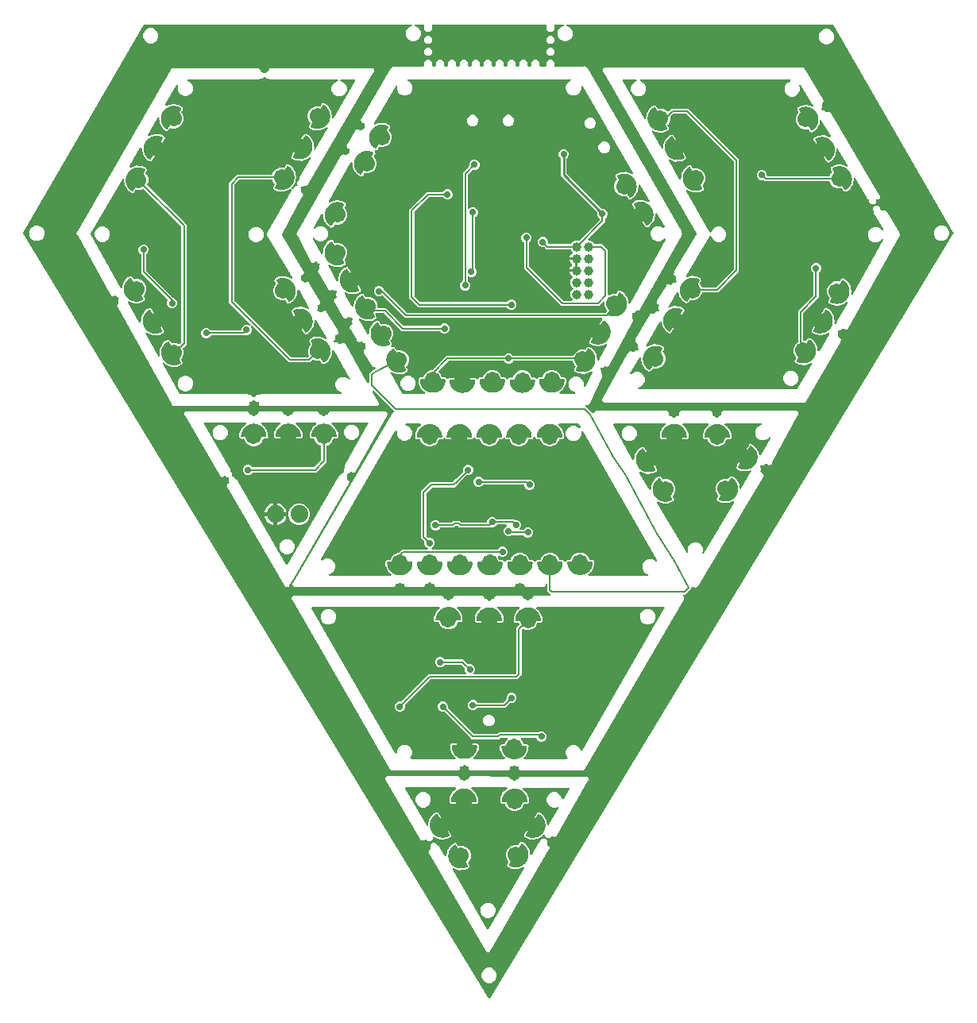
<source format=gbr>
G04 EAGLE Gerber RS-274X export*
G75*
%MOMM*%
%FSLAX34Y34*%
%LPD*%
%INBottom Copper*%
%IPPOS*%
%AMOC8*
5,1,8,0,0,1.08239X$1,22.5*%
G01*
%ADD10C,1.000000*%
%ADD11C,1.879600*%
%ADD12C,1.714500*%
%ADD13C,0.152400*%
%ADD14C,0.736600*%
%ADD15C,0.177800*%
%ADD16C,0.254000*%
%ADD17C,0.203200*%

G36*
X506524Y14273D02*
X506524Y14273D01*
X506541Y14272D01*
X506662Y14306D01*
X506784Y14336D01*
X506799Y14344D01*
X506815Y14349D01*
X506922Y14415D01*
X507031Y14478D01*
X507042Y14489D01*
X507056Y14498D01*
X507102Y14551D01*
X507228Y14682D01*
X507251Y14724D01*
X507276Y14753D01*
X1001329Y829783D01*
X1001364Y829865D01*
X1001407Y829942D01*
X1001420Y829995D01*
X1001441Y830045D01*
X1001452Y830132D01*
X1001472Y830219D01*
X1001469Y830273D01*
X1001476Y830327D01*
X1001462Y830414D01*
X1001457Y830503D01*
X1001441Y830547D01*
X1001431Y830608D01*
X1001367Y830744D01*
X1001340Y830817D01*
X873392Y1052385D01*
X873344Y1052446D01*
X873305Y1052513D01*
X873257Y1052558D01*
X873217Y1052609D01*
X873154Y1052655D01*
X873097Y1052708D01*
X873039Y1052737D01*
X872987Y1052776D01*
X872913Y1052802D01*
X872844Y1052837D01*
X872789Y1052846D01*
X872719Y1052872D01*
X872590Y1052880D01*
X872513Y1052893D01*
X589807Y1052893D01*
X589722Y1052881D01*
X589636Y1052878D01*
X589582Y1052861D01*
X589525Y1052853D01*
X589447Y1052818D01*
X589365Y1052792D01*
X589318Y1052760D01*
X589266Y1052737D01*
X589200Y1052681D01*
X589129Y1052633D01*
X589092Y1052590D01*
X589049Y1052553D01*
X589001Y1052482D01*
X588946Y1052416D01*
X588923Y1052364D01*
X588891Y1052316D01*
X588865Y1052234D01*
X588831Y1052156D01*
X588823Y1052100D01*
X588806Y1052045D01*
X588803Y1051959D01*
X588792Y1051874D01*
X588800Y1051818D01*
X588798Y1051761D01*
X588820Y1051678D01*
X588832Y1051593D01*
X588856Y1051541D01*
X588870Y1051486D01*
X588914Y1051412D01*
X588949Y1051334D01*
X588986Y1051291D01*
X589015Y1051242D01*
X589078Y1051183D01*
X589134Y1051118D01*
X589176Y1051091D01*
X589223Y1051047D01*
X589352Y1050981D01*
X589418Y1050940D01*
X591980Y1049879D01*
X594266Y1047592D01*
X595504Y1044604D01*
X595504Y1041371D01*
X594266Y1038383D01*
X591980Y1036096D01*
X588992Y1034859D01*
X585758Y1034859D01*
X582770Y1036096D01*
X580484Y1038383D01*
X579246Y1041371D01*
X579246Y1044604D01*
X580484Y1047592D01*
X582770Y1049879D01*
X585332Y1050940D01*
X585406Y1050983D01*
X585484Y1051018D01*
X585527Y1051055D01*
X585576Y1051084D01*
X585635Y1051147D01*
X585701Y1051202D01*
X585733Y1051249D01*
X585772Y1051291D01*
X585811Y1051367D01*
X585859Y1051439D01*
X585876Y1051493D01*
X585902Y1051543D01*
X585918Y1051628D01*
X585944Y1051710D01*
X585946Y1051767D01*
X585957Y1051822D01*
X585949Y1051908D01*
X585952Y1051994D01*
X585937Y1052049D01*
X585932Y1052106D01*
X585902Y1052186D01*
X585880Y1052269D01*
X585851Y1052318D01*
X585830Y1052371D01*
X585778Y1052440D01*
X585735Y1052513D01*
X585693Y1052552D01*
X585659Y1052598D01*
X585590Y1052649D01*
X585527Y1052708D01*
X585477Y1052734D01*
X585431Y1052768D01*
X585351Y1052798D01*
X585274Y1052837D01*
X585225Y1052845D01*
X585165Y1052868D01*
X585020Y1052880D01*
X584943Y1052893D01*
X576503Y1052893D01*
X576474Y1052889D01*
X576445Y1052891D01*
X576334Y1052869D01*
X576222Y1052853D01*
X576195Y1052841D01*
X576166Y1052835D01*
X576066Y1052783D01*
X575962Y1052737D01*
X575940Y1052718D01*
X575914Y1052704D01*
X575832Y1052626D01*
X575745Y1052553D01*
X575729Y1052529D01*
X575708Y1052508D01*
X575651Y1052411D01*
X575588Y1052316D01*
X575579Y1052288D01*
X575564Y1052263D01*
X575536Y1052153D01*
X575502Y1052045D01*
X575501Y1052016D01*
X575494Y1051988D01*
X575498Y1051874D01*
X575495Y1051761D01*
X575502Y1051733D01*
X575503Y1051703D01*
X575538Y1051596D01*
X575567Y1051486D01*
X575582Y1051461D01*
X575591Y1051433D01*
X575636Y1051369D01*
X575712Y1051242D01*
X575738Y1051217D01*
X575740Y1051213D01*
X575761Y1051194D01*
X575786Y1051160D01*
X575819Y1051126D01*
X575819Y1047549D01*
X573289Y1045019D01*
X569711Y1045019D01*
X567181Y1047549D01*
X567181Y1051126D01*
X567214Y1051160D01*
X567223Y1051171D01*
X567226Y1051174D01*
X567233Y1051184D01*
X567255Y1051202D01*
X567317Y1051296D01*
X567385Y1051387D01*
X567396Y1051414D01*
X567412Y1051439D01*
X567446Y1051547D01*
X567487Y1051652D01*
X567489Y1051682D01*
X567498Y1051710D01*
X567501Y1051823D01*
X567510Y1051936D01*
X567504Y1051965D01*
X567505Y1051994D01*
X567477Y1052103D01*
X567454Y1052214D01*
X567441Y1052241D01*
X567433Y1052269D01*
X567376Y1052366D01*
X567323Y1052467D01*
X567303Y1052488D01*
X567288Y1052513D01*
X567206Y1052591D01*
X567128Y1052673D01*
X567102Y1052688D01*
X567081Y1052708D01*
X566980Y1052759D01*
X566882Y1052817D01*
X566854Y1052824D01*
X566828Y1052837D01*
X566750Y1052850D01*
X566607Y1052887D01*
X566544Y1052885D01*
X566497Y1052893D01*
X446328Y1052893D01*
X446299Y1052889D01*
X446270Y1052891D01*
X446159Y1052869D01*
X446047Y1052853D01*
X446020Y1052841D01*
X445991Y1052835D01*
X445891Y1052783D01*
X445787Y1052737D01*
X445765Y1052718D01*
X445739Y1052704D01*
X445657Y1052626D01*
X445570Y1052553D01*
X445554Y1052529D01*
X445533Y1052508D01*
X445476Y1052411D01*
X445413Y1052316D01*
X445404Y1052288D01*
X445389Y1052263D01*
X445361Y1052153D01*
X445327Y1052045D01*
X445326Y1052016D01*
X445319Y1051988D01*
X445323Y1051874D01*
X445320Y1051761D01*
X445327Y1051733D01*
X445328Y1051703D01*
X445363Y1051596D01*
X445392Y1051486D01*
X445407Y1051461D01*
X445416Y1051433D01*
X445461Y1051369D01*
X445537Y1051242D01*
X445563Y1051217D01*
X445565Y1051213D01*
X445586Y1051194D01*
X445611Y1051160D01*
X445644Y1051126D01*
X445644Y1047549D01*
X443114Y1045019D01*
X439536Y1045019D01*
X437006Y1047549D01*
X437006Y1051126D01*
X437039Y1051160D01*
X437048Y1051171D01*
X437051Y1051174D01*
X437058Y1051184D01*
X437080Y1051202D01*
X437142Y1051296D01*
X437210Y1051387D01*
X437221Y1051414D01*
X437237Y1051439D01*
X437271Y1051547D01*
X437312Y1051652D01*
X437314Y1051682D01*
X437323Y1051710D01*
X437326Y1051823D01*
X437335Y1051936D01*
X437329Y1051965D01*
X437330Y1051994D01*
X437302Y1052103D01*
X437279Y1052214D01*
X437266Y1052241D01*
X437258Y1052269D01*
X437201Y1052366D01*
X437148Y1052467D01*
X437128Y1052488D01*
X437113Y1052513D01*
X437031Y1052591D01*
X436953Y1052673D01*
X436927Y1052688D01*
X436906Y1052708D01*
X436805Y1052759D01*
X436707Y1052817D01*
X436679Y1052824D01*
X436653Y1052837D01*
X436575Y1052850D01*
X436432Y1052887D01*
X436369Y1052885D01*
X436322Y1052893D01*
X427882Y1052893D01*
X427797Y1052881D01*
X427711Y1052878D01*
X427657Y1052861D01*
X427600Y1052853D01*
X427522Y1052818D01*
X427440Y1052792D01*
X427393Y1052760D01*
X427341Y1052737D01*
X427275Y1052681D01*
X427204Y1052633D01*
X427167Y1052590D01*
X427124Y1052553D01*
X427076Y1052482D01*
X427021Y1052416D01*
X426998Y1052364D01*
X426966Y1052316D01*
X426940Y1052234D01*
X426906Y1052156D01*
X426898Y1052100D01*
X426881Y1052045D01*
X426878Y1051959D01*
X426867Y1051874D01*
X426875Y1051818D01*
X426873Y1051761D01*
X426895Y1051678D01*
X426907Y1051593D01*
X426931Y1051541D01*
X426945Y1051486D01*
X426989Y1051412D01*
X427024Y1051334D01*
X427061Y1051291D01*
X427090Y1051242D01*
X427153Y1051183D01*
X427209Y1051118D01*
X427251Y1051091D01*
X427298Y1051047D01*
X427427Y1050981D01*
X427493Y1050940D01*
X430055Y1049879D01*
X432341Y1047592D01*
X433579Y1044604D01*
X433579Y1041371D01*
X432341Y1038383D01*
X430055Y1036096D01*
X427067Y1034859D01*
X423833Y1034859D01*
X420845Y1036096D01*
X418559Y1038383D01*
X417321Y1041371D01*
X417321Y1044604D01*
X418559Y1047592D01*
X420845Y1049879D01*
X423407Y1050940D01*
X423481Y1050983D01*
X423559Y1051018D01*
X423602Y1051055D01*
X423651Y1051084D01*
X423710Y1051147D01*
X423776Y1051202D01*
X423808Y1051249D01*
X423847Y1051291D01*
X423886Y1051367D01*
X423934Y1051439D01*
X423951Y1051493D01*
X423977Y1051543D01*
X423993Y1051628D01*
X424019Y1051710D01*
X424021Y1051767D01*
X424032Y1051822D01*
X424024Y1051908D01*
X424027Y1051994D01*
X424012Y1052049D01*
X424007Y1052106D01*
X423977Y1052186D01*
X423955Y1052269D01*
X423926Y1052318D01*
X423905Y1052371D01*
X423853Y1052440D01*
X423810Y1052513D01*
X423768Y1052552D01*
X423734Y1052598D01*
X423665Y1052649D01*
X423602Y1052708D01*
X423552Y1052734D01*
X423506Y1052768D01*
X423426Y1052798D01*
X423349Y1052837D01*
X423300Y1052845D01*
X423240Y1052868D01*
X423095Y1052880D01*
X423018Y1052893D01*
X138724Y1052893D01*
X138647Y1052882D01*
X138570Y1052881D01*
X138507Y1052862D01*
X138443Y1052853D01*
X138372Y1052821D01*
X138298Y1052799D01*
X138243Y1052763D01*
X138184Y1052737D01*
X138124Y1052686D01*
X138059Y1052644D01*
X138023Y1052601D01*
X137967Y1052553D01*
X137895Y1052445D01*
X137845Y1052385D01*
X9899Y830820D01*
X9866Y830738D01*
X9824Y830659D01*
X9813Y830606D01*
X9793Y830557D01*
X9784Y830468D01*
X9766Y830380D01*
X9770Y830327D01*
X9764Y830274D01*
X9780Y830186D01*
X9787Y830097D01*
X9804Y830054D01*
X9815Y829994D01*
X9882Y829857D01*
X9911Y829785D01*
X505540Y14751D01*
X505550Y14738D01*
X505557Y14723D01*
X505640Y14629D01*
X505720Y14531D01*
X505734Y14522D01*
X505745Y14510D01*
X505851Y14442D01*
X505954Y14370D01*
X505970Y14365D01*
X505984Y14356D01*
X506104Y14320D01*
X506224Y14280D01*
X506241Y14280D01*
X506256Y14275D01*
X506382Y14274D01*
X506508Y14269D01*
X506524Y14273D01*
G37*
%LPC*%
G36*
X402669Y257838D02*
X402669Y257838D01*
X402462Y257863D01*
X402406Y257873D01*
X401750Y257873D01*
X401653Y257969D01*
X401576Y258028D01*
X401504Y258093D01*
X401467Y258110D01*
X401426Y258140D01*
X401265Y258202D01*
X401198Y258232D01*
X401066Y258267D01*
X400738Y258836D01*
X400610Y258999D01*
X400577Y259046D01*
X400113Y259510D01*
X400113Y259646D01*
X400099Y259743D01*
X400094Y259840D01*
X400080Y259877D01*
X400073Y259928D01*
X400002Y260085D01*
X399977Y260154D01*
X296599Y439174D01*
X296549Y439238D01*
X296528Y439274D01*
X296502Y439297D01*
X296469Y439340D01*
X296437Y439385D01*
X295974Y439848D01*
X295974Y439986D01*
X295960Y440082D01*
X295955Y440178D01*
X295941Y440216D01*
X295934Y440267D01*
X295863Y440424D01*
X295838Y440493D01*
X295768Y440612D01*
X295938Y441245D01*
X295963Y441453D01*
X295972Y441508D01*
X295972Y442163D01*
X296069Y442261D01*
X296128Y442338D01*
X296192Y442410D01*
X296209Y442447D01*
X296240Y442488D01*
X296301Y442648D01*
X296332Y442715D01*
X296367Y442849D01*
X296934Y443176D01*
X297100Y443306D01*
X297145Y443338D01*
X297608Y443801D01*
X297746Y443801D01*
X297842Y443815D01*
X297938Y443820D01*
X297976Y443834D01*
X298027Y443841D01*
X298184Y443912D01*
X298253Y443937D01*
X298372Y444007D01*
X299005Y443837D01*
X299213Y443812D01*
X299268Y443803D01*
X453653Y443928D01*
X453662Y443929D01*
X455229Y443929D01*
X455230Y443929D01*
X456388Y443930D01*
X457216Y443103D01*
X457216Y443102D01*
X458026Y442293D01*
X458026Y441198D01*
X458034Y441140D01*
X458033Y441082D01*
X458054Y441000D01*
X458066Y440916D01*
X458090Y440863D01*
X458105Y440807D01*
X458148Y440734D01*
X458182Y440657D01*
X458220Y440612D01*
X458250Y440562D01*
X458312Y440504D01*
X458366Y440440D01*
X458415Y440408D01*
X458457Y440368D01*
X458532Y440329D01*
X458603Y440282D01*
X458658Y440265D01*
X458710Y440238D01*
X458778Y440227D01*
X458874Y440197D01*
X458973Y440194D01*
X459041Y440183D01*
X460377Y440183D01*
X462134Y438426D01*
X462180Y438391D01*
X462221Y438348D01*
X462293Y438306D01*
X462361Y438255D01*
X462415Y438234D01*
X462466Y438205D01*
X462547Y438184D01*
X462626Y438154D01*
X462685Y438149D01*
X462741Y438135D01*
X462826Y438137D01*
X462910Y438130D01*
X462967Y438142D01*
X463026Y438144D01*
X463106Y438170D01*
X463188Y438186D01*
X463240Y438213D01*
X463296Y438231D01*
X463352Y438271D01*
X463441Y438317D01*
X463513Y438386D01*
X463569Y438426D01*
X465326Y440183D01*
X466725Y440183D01*
X466783Y440191D01*
X466841Y440189D01*
X466923Y440211D01*
X467007Y440223D01*
X467060Y440246D01*
X467116Y440261D01*
X467189Y440304D01*
X467266Y440339D01*
X467311Y440377D01*
X467361Y440406D01*
X467419Y440468D01*
X467483Y440522D01*
X467515Y440571D01*
X467555Y440614D01*
X467594Y440689D01*
X467641Y440759D01*
X467658Y440815D01*
X467685Y440867D01*
X467696Y440935D01*
X467726Y441030D01*
X467729Y441130D01*
X467740Y441198D01*
X467740Y442165D01*
X469377Y443802D01*
X499760Y443802D01*
X501397Y442165D01*
X501397Y441134D01*
X501405Y441077D01*
X501403Y441018D01*
X501425Y440937D01*
X501437Y440853D01*
X501460Y440800D01*
X501475Y440743D01*
X501518Y440671D01*
X501553Y440594D01*
X501591Y440549D01*
X501620Y440499D01*
X501682Y440441D01*
X501736Y440377D01*
X501785Y440344D01*
X501828Y440304D01*
X501903Y440266D01*
X501973Y440219D01*
X502029Y440201D01*
X502081Y440175D01*
X502149Y440163D01*
X502244Y440133D01*
X502344Y440131D01*
X502412Y440119D01*
X503557Y440119D01*
X505631Y438045D01*
X505678Y438010D01*
X505718Y437967D01*
X505791Y437925D01*
X505858Y437874D01*
X505913Y437853D01*
X505963Y437824D01*
X506045Y437803D01*
X506124Y437773D01*
X506182Y437768D01*
X506239Y437754D01*
X506323Y437756D01*
X506407Y437749D01*
X506465Y437761D01*
X506523Y437763D01*
X506603Y437789D01*
X506686Y437805D01*
X506738Y437832D01*
X506794Y437850D01*
X506850Y437890D01*
X506938Y437936D01*
X507011Y438005D01*
X507067Y438045D01*
X509078Y440056D01*
X510350Y440056D01*
X510407Y440064D01*
X510466Y440062D01*
X510547Y440084D01*
X510631Y440096D01*
X510684Y440119D01*
X510741Y440134D01*
X510813Y440177D01*
X510890Y440212D01*
X510935Y440250D01*
X510985Y440279D01*
X511043Y440341D01*
X511107Y440395D01*
X511140Y440444D01*
X511180Y440487D01*
X511218Y440562D01*
X511265Y440632D01*
X511283Y440688D01*
X511309Y440740D01*
X511321Y440808D01*
X511351Y440903D01*
X511353Y441003D01*
X511365Y441071D01*
X511365Y442165D01*
X513002Y443802D01*
X541479Y443802D01*
X543116Y442165D01*
X543116Y441071D01*
X543124Y441013D01*
X543123Y440955D01*
X543144Y440873D01*
X543156Y440789D01*
X543180Y440736D01*
X543195Y440680D01*
X543238Y440607D01*
X543272Y440530D01*
X543310Y440485D01*
X543340Y440435D01*
X543402Y440377D01*
X543456Y440313D01*
X543505Y440281D01*
X543547Y440241D01*
X543622Y440202D01*
X543693Y440155D01*
X543748Y440138D01*
X543800Y440111D01*
X543868Y440100D01*
X543964Y440070D01*
X544063Y440067D01*
X544131Y440056D01*
X545213Y440056D01*
X546843Y438426D01*
X546889Y438391D01*
X546930Y438348D01*
X547002Y438306D01*
X547070Y438255D01*
X547124Y438234D01*
X547175Y438205D01*
X547256Y438184D01*
X547335Y438154D01*
X547394Y438149D01*
X547450Y438135D01*
X547535Y438137D01*
X547619Y438130D01*
X547676Y438142D01*
X547735Y438144D01*
X547815Y438170D01*
X547897Y438186D01*
X547949Y438213D01*
X548005Y438231D01*
X548061Y438271D01*
X548150Y438317D01*
X548222Y438386D01*
X548278Y438426D01*
X550035Y440183D01*
X551371Y440183D01*
X551428Y440191D01*
X551487Y440189D01*
X551568Y440211D01*
X551652Y440223D01*
X551705Y440246D01*
X551762Y440261D01*
X551834Y440304D01*
X551911Y440339D01*
X551956Y440377D01*
X552006Y440406D01*
X552064Y440468D01*
X552128Y440522D01*
X552161Y440571D01*
X552201Y440614D01*
X552239Y440689D01*
X552286Y440759D01*
X552304Y440815D01*
X552330Y440867D01*
X552342Y440935D01*
X552372Y441030D01*
X552374Y441130D01*
X552386Y441198D01*
X552386Y442165D01*
X554023Y443802D01*
X570737Y443802D01*
X570766Y443806D01*
X570795Y443804D01*
X570906Y443826D01*
X571018Y443842D01*
X571045Y443854D01*
X571074Y443860D01*
X571174Y443912D01*
X571277Y443958D01*
X571300Y443977D01*
X571326Y443991D01*
X571408Y444069D01*
X571494Y444142D01*
X571511Y444166D01*
X571532Y444187D01*
X571589Y444284D01*
X571652Y444379D01*
X571661Y444407D01*
X571676Y444432D01*
X571704Y444541D01*
X571738Y444650D01*
X571739Y444679D01*
X571746Y444707D01*
X571742Y444820D01*
X571745Y444934D01*
X571738Y444962D01*
X571737Y444992D01*
X571702Y445100D01*
X571673Y445209D01*
X571658Y445234D01*
X571649Y445262D01*
X571604Y445326D01*
X571528Y445453D01*
X571482Y445496D01*
X571454Y445535D01*
X570375Y446615D01*
X568515Y448475D01*
X568515Y455295D01*
X568507Y455353D01*
X568508Y455411D01*
X568487Y455493D01*
X568475Y455577D01*
X568451Y455630D01*
X568436Y455686D01*
X568393Y455759D01*
X568359Y455836D01*
X568321Y455881D01*
X568291Y455931D01*
X568229Y455989D01*
X568175Y456053D01*
X568126Y456085D01*
X568084Y456125D01*
X568009Y456164D01*
X567938Y456211D01*
X567883Y456228D01*
X567831Y456255D01*
X567763Y456266D01*
X567667Y456296D01*
X567568Y456299D01*
X567500Y456310D01*
X567309Y456310D01*
X567251Y456302D01*
X567193Y456304D01*
X567111Y456282D01*
X567027Y456270D01*
X566974Y456247D01*
X566918Y456232D01*
X566845Y456189D01*
X566768Y456154D01*
X566723Y456116D01*
X566673Y456087D01*
X566615Y456025D01*
X566551Y455971D01*
X566519Y455922D01*
X566479Y455879D01*
X566440Y455804D01*
X566393Y455734D01*
X566376Y455678D01*
X566349Y455626D01*
X566338Y455558D01*
X566308Y455463D01*
X566305Y455363D01*
X566294Y455295D01*
X566294Y454899D01*
X564657Y453262D01*
X545323Y453262D01*
X543686Y454899D01*
X543686Y455168D01*
X543678Y455226D01*
X543680Y455284D01*
X543658Y455366D01*
X543646Y455450D01*
X543623Y455503D01*
X543608Y455559D01*
X543565Y455632D01*
X543530Y455709D01*
X543492Y455754D01*
X543463Y455804D01*
X543401Y455862D01*
X543347Y455926D01*
X543298Y455958D01*
X543255Y455998D01*
X543180Y456037D01*
X543110Y456084D01*
X543054Y456101D01*
X543002Y456128D01*
X542934Y456139D01*
X542839Y456169D01*
X542739Y456172D01*
X542671Y456183D01*
X541399Y456183D01*
X539769Y457813D01*
X539723Y457848D01*
X539682Y457891D01*
X539610Y457933D01*
X539542Y457984D01*
X539488Y458005D01*
X539437Y458034D01*
X539355Y458055D01*
X539277Y458085D01*
X539218Y458090D01*
X539162Y458104D01*
X539077Y458102D01*
X538993Y458109D01*
X538936Y458097D01*
X538877Y458095D01*
X538797Y458069D01*
X538714Y458053D01*
X538663Y458026D01*
X538607Y458008D01*
X538551Y457968D01*
X538462Y457922D01*
X538390Y457853D01*
X538334Y457813D01*
X536704Y456183D01*
X535242Y456183D01*
X535184Y456175D01*
X535125Y456176D01*
X535044Y456155D01*
X534961Y456143D01*
X534907Y456119D01*
X534850Y456104D01*
X534778Y456062D01*
X534701Y456027D01*
X534656Y455989D01*
X534606Y455959D01*
X534548Y455898D01*
X534484Y455844D01*
X534452Y455795D01*
X534411Y455752D01*
X534373Y455677D01*
X534327Y455607D01*
X534309Y455551D01*
X534282Y455498D01*
X534271Y455430D01*
X534241Y455336D01*
X534238Y455236D01*
X534227Y455167D01*
X534227Y454900D01*
X533399Y454072D01*
X533398Y454071D01*
X532590Y453262D01*
X531419Y453262D01*
X452111Y453200D01*
X452102Y453199D01*
X450545Y453199D01*
X450544Y453199D01*
X449376Y453198D01*
X448545Y454028D01*
X448545Y454029D01*
X447738Y454835D01*
X447738Y455422D01*
X447730Y455480D01*
X447731Y455538D01*
X447710Y455620D01*
X447698Y455704D01*
X447674Y455757D01*
X447659Y455813D01*
X447616Y455886D01*
X447582Y455963D01*
X447544Y456008D01*
X447514Y456058D01*
X447452Y456116D01*
X447398Y456180D01*
X447349Y456212D01*
X447307Y456252D01*
X447232Y456291D01*
X447161Y456338D01*
X447106Y456355D01*
X447054Y456382D01*
X446986Y456393D01*
X446890Y456423D01*
X446791Y456426D01*
X446723Y456437D01*
X445387Y456437D01*
X443757Y458067D01*
X443711Y458102D01*
X443670Y458145D01*
X443598Y458187D01*
X443530Y458238D01*
X443476Y458259D01*
X443425Y458288D01*
X443343Y458309D01*
X443265Y458339D01*
X443206Y458344D01*
X443150Y458358D01*
X443065Y458356D01*
X442981Y458363D01*
X442924Y458351D01*
X442865Y458349D01*
X442785Y458323D01*
X442702Y458307D01*
X442651Y458280D01*
X442595Y458262D01*
X442539Y458222D01*
X442450Y458176D01*
X442378Y458107D01*
X442322Y458067D01*
X440565Y456310D01*
X439166Y456310D01*
X439108Y456302D01*
X439050Y456304D01*
X438968Y456282D01*
X438884Y456270D01*
X438831Y456247D01*
X438775Y456232D01*
X438702Y456189D01*
X438625Y456154D01*
X438580Y456116D01*
X438530Y456087D01*
X438472Y456025D01*
X438408Y455971D01*
X438376Y455922D01*
X438336Y455879D01*
X438297Y455804D01*
X438250Y455734D01*
X438233Y455678D01*
X438206Y455626D01*
X438195Y455558D01*
X438165Y455463D01*
X438162Y455363D01*
X438151Y455295D01*
X438151Y454772D01*
X436514Y453135D01*
X417561Y453135D01*
X415924Y454772D01*
X415924Y455803D01*
X415916Y455861D01*
X415918Y455919D01*
X415896Y456001D01*
X415884Y456085D01*
X415861Y456138D01*
X415846Y456194D01*
X415803Y456267D01*
X415768Y456344D01*
X415730Y456389D01*
X415701Y456439D01*
X415639Y456497D01*
X415585Y456561D01*
X415536Y456593D01*
X415493Y456633D01*
X415418Y456672D01*
X415348Y456719D01*
X415292Y456736D01*
X415240Y456763D01*
X415172Y456774D01*
X415077Y456804D01*
X414977Y456807D01*
X414909Y456818D01*
X413510Y456818D01*
X411880Y458448D01*
X411834Y458483D01*
X411793Y458526D01*
X411721Y458568D01*
X411653Y458619D01*
X411599Y458640D01*
X411548Y458669D01*
X411466Y458690D01*
X411388Y458720D01*
X411329Y458725D01*
X411273Y458739D01*
X411188Y458737D01*
X411104Y458744D01*
X411047Y458732D01*
X410988Y458730D01*
X410908Y458704D01*
X410825Y458688D01*
X410774Y458661D01*
X410718Y458643D01*
X410662Y458603D01*
X410573Y458557D01*
X410501Y458488D01*
X410445Y458448D01*
X408815Y456818D01*
X407416Y456818D01*
X407358Y456810D01*
X407299Y456811D01*
X407218Y456790D01*
X407135Y456778D01*
X407081Y456754D01*
X407024Y456739D01*
X406952Y456696D01*
X406875Y456662D01*
X406830Y456624D01*
X406780Y456594D01*
X406722Y456533D01*
X406658Y456479D01*
X406626Y456429D01*
X406585Y456386D01*
X406547Y456312D01*
X406501Y456242D01*
X406483Y456186D01*
X406456Y456133D01*
X406445Y456065D01*
X406415Y455971D01*
X406412Y455870D01*
X406401Y455802D01*
X406402Y454901D01*
X405579Y454078D01*
X405579Y454077D01*
X405578Y454077D01*
X404766Y453262D01*
X403604Y453262D01*
X403603Y453262D01*
X300212Y453136D01*
X300021Y453109D01*
X299956Y453103D01*
X299309Y452933D01*
X299203Y452995D01*
X299110Y453033D01*
X299020Y453079D01*
X298983Y453085D01*
X298940Y453103D01*
X298758Y453123D01*
X298689Y453134D01*
X298566Y453134D01*
X298092Y453606D01*
X298011Y453667D01*
X297995Y453682D01*
X297983Y453688D01*
X297937Y453722D01*
X297888Y453764D01*
X297310Y454101D01*
X297279Y454221D01*
X297240Y454313D01*
X297209Y454409D01*
X297187Y454439D01*
X297169Y454483D01*
X297055Y454625D01*
X297014Y454682D01*
X296927Y454769D01*
X296926Y455438D01*
X296899Y455630D01*
X296893Y455694D01*
X296723Y456341D01*
X296785Y456447D01*
X296795Y456471D01*
X296797Y456474D01*
X296799Y456481D01*
X296823Y456540D01*
X296869Y456630D01*
X296875Y456667D01*
X296893Y456710D01*
X296913Y456892D01*
X296924Y456961D01*
X296924Y457077D01*
X296922Y457093D01*
X296923Y457110D01*
X296911Y457178D01*
X296934Y457185D01*
X296944Y457191D01*
X296956Y457195D01*
X297008Y457232D01*
X297173Y457338D01*
X297198Y457368D01*
X297229Y457391D01*
X297396Y457558D01*
X297512Y457713D01*
X297554Y457762D01*
X402197Y636789D01*
X402234Y636882D01*
X402280Y636971D01*
X402286Y637008D01*
X402304Y637053D01*
X402324Y637232D01*
X402335Y637302D01*
X402335Y637428D01*
X402806Y637899D01*
X402851Y637958D01*
X402861Y637967D01*
X402891Y638012D01*
X402924Y638056D01*
X402965Y638104D01*
X403301Y638680D01*
X403423Y638712D01*
X403515Y638750D01*
X403610Y638781D01*
X403641Y638803D01*
X403685Y638822D01*
X403826Y638935D01*
X403883Y638976D01*
X403972Y639065D01*
X404049Y639065D01*
X404078Y639069D01*
X404107Y639066D01*
X404218Y639089D01*
X404331Y639105D01*
X404357Y639117D01*
X404386Y639122D01*
X404487Y639175D01*
X404590Y639221D01*
X404612Y639240D01*
X404638Y639253D01*
X404721Y639331D01*
X404807Y639404D01*
X404823Y639429D01*
X404844Y639449D01*
X404902Y639547D01*
X404965Y639641D01*
X404973Y639669D01*
X404988Y639694D01*
X405016Y639804D01*
X405050Y639912D01*
X405051Y639942D01*
X405058Y639970D01*
X405055Y640083D01*
X405058Y640196D01*
X405050Y640225D01*
X405049Y640254D01*
X405014Y640362D01*
X404986Y640471D01*
X404971Y640497D01*
X404962Y640525D01*
X404916Y640589D01*
X404841Y640716D01*
X404795Y640759D01*
X404767Y640798D01*
X403435Y642130D01*
X383623Y661942D01*
X383619Y661945D01*
X383616Y661949D01*
X383506Y662030D01*
X383395Y662113D01*
X383391Y662115D01*
X383387Y662118D01*
X383259Y662165D01*
X383130Y662214D01*
X383125Y662215D01*
X383121Y662216D01*
X382982Y662227D01*
X382846Y662238D01*
X382842Y662237D01*
X382837Y662237D01*
X382702Y662209D01*
X382568Y662182D01*
X382563Y662180D01*
X382559Y662179D01*
X382437Y662114D01*
X382315Y662051D01*
X382312Y662048D01*
X382308Y662045D01*
X382209Y661950D01*
X382109Y661855D01*
X382107Y661851D01*
X382103Y661848D01*
X382034Y661727D01*
X381966Y661610D01*
X381964Y661605D01*
X381962Y661601D01*
X381929Y661466D01*
X381896Y661334D01*
X381896Y661330D01*
X381895Y661325D01*
X381900Y661187D01*
X381905Y661050D01*
X381906Y661046D01*
X381906Y661041D01*
X381919Y661006D01*
X381992Y660780D01*
X382010Y660754D01*
X382021Y660725D01*
X387931Y650254D01*
X388067Y650076D01*
X388094Y650038D01*
X388498Y649631D01*
X388498Y649521D01*
X388510Y649427D01*
X388514Y649333D01*
X388529Y649293D01*
X388536Y649239D01*
X388603Y649089D01*
X388629Y649017D01*
X388683Y648921D01*
X388529Y648368D01*
X388500Y648146D01*
X388492Y648100D01*
X388489Y647526D01*
X388411Y647448D01*
X388354Y647373D01*
X388290Y647304D01*
X388272Y647265D01*
X388239Y647222D01*
X388180Y647069D01*
X388148Y647000D01*
X388118Y646894D01*
X387618Y646611D01*
X387440Y646475D01*
X387402Y646448D01*
X386995Y646044D01*
X386885Y646044D01*
X386791Y646032D01*
X386697Y646028D01*
X386657Y646013D01*
X386603Y646006D01*
X386453Y645939D01*
X386381Y645913D01*
X386285Y645859D01*
X385732Y646013D01*
X385510Y646042D01*
X385464Y646050D01*
X263525Y646556D01*
X263523Y646556D01*
X263521Y646556D01*
X262466Y646556D01*
X261727Y647302D01*
X261725Y647304D01*
X261724Y647305D01*
X260980Y648049D01*
X260984Y649100D01*
X260984Y649102D01*
X260984Y649104D01*
X260984Y649542D01*
X260976Y649599D01*
X260978Y649658D01*
X260956Y649739D01*
X260944Y649823D01*
X260921Y649876D01*
X260906Y649933D01*
X260863Y650005D01*
X260828Y650082D01*
X260790Y650127D01*
X260761Y650177D01*
X260699Y650235D01*
X260645Y650299D01*
X260596Y650332D01*
X260553Y650372D01*
X260478Y650410D01*
X260408Y650457D01*
X260352Y650475D01*
X260300Y650501D01*
X260232Y650513D01*
X260137Y650543D01*
X260037Y650545D01*
X259969Y650557D01*
X258570Y650557D01*
X256274Y652853D01*
X256227Y652888D01*
X256187Y652931D01*
X256114Y652974D01*
X256046Y653024D01*
X255992Y653045D01*
X255941Y653075D01*
X255860Y653095D01*
X255781Y653125D01*
X255722Y653130D01*
X255666Y653145D01*
X255582Y653142D01*
X255498Y653149D01*
X255440Y653137D01*
X255382Y653136D01*
X255301Y653110D01*
X255219Y653093D01*
X255167Y653066D01*
X255111Y653048D01*
X255055Y653008D01*
X254966Y652962D01*
X254894Y652893D01*
X254838Y652853D01*
X252605Y650620D01*
X251460Y650620D01*
X251402Y650612D01*
X251344Y650614D01*
X251262Y650592D01*
X251178Y650580D01*
X251125Y650557D01*
X251069Y650542D01*
X250996Y650499D01*
X250919Y650464D01*
X250874Y650426D01*
X250824Y650397D01*
X250766Y650335D01*
X250702Y650281D01*
X250670Y650232D01*
X250630Y650189D01*
X250591Y650114D01*
X250544Y650044D01*
X250527Y649988D01*
X250500Y649936D01*
X250489Y649868D01*
X250459Y649773D01*
X250456Y649673D01*
X250445Y649605D01*
X250445Y648967D01*
X250445Y648966D01*
X250445Y648965D01*
X250446Y647919D01*
X249700Y647173D01*
X249700Y647172D01*
X249699Y647172D01*
X248959Y646429D01*
X247899Y646429D01*
X247898Y646429D01*
X247897Y646429D01*
X171487Y646304D01*
X171399Y646291D01*
X171310Y646288D01*
X171266Y646272D01*
X171205Y646264D01*
X171067Y646201D01*
X170994Y646175D01*
X170880Y646111D01*
X170346Y646263D01*
X170081Y646299D01*
X170067Y646301D01*
X170064Y646301D01*
X169513Y646301D01*
X169420Y646393D01*
X169349Y646446D01*
X169284Y646507D01*
X169241Y646527D01*
X169193Y646563D01*
X169051Y646617D01*
X168981Y646650D01*
X168855Y646686D01*
X168585Y647170D01*
X168422Y647385D01*
X168415Y647395D01*
X168413Y647397D01*
X168022Y647786D01*
X168022Y647917D01*
X168009Y648005D01*
X168006Y648094D01*
X167990Y648138D01*
X167982Y648199D01*
X167919Y648337D01*
X167893Y648410D01*
X110856Y750653D01*
X110815Y750708D01*
X110781Y750768D01*
X110729Y750820D01*
X110685Y750879D01*
X110678Y750884D01*
X110162Y751897D01*
X110150Y751914D01*
X110144Y751930D01*
X109636Y752840D01*
X109958Y753831D01*
X109961Y753852D01*
X109969Y753867D01*
X110253Y754870D01*
X110984Y755243D01*
X111046Y755286D01*
X111112Y755320D01*
X111162Y755367D01*
X111217Y755406D01*
X111264Y755464D01*
X111319Y755516D01*
X111353Y755575D01*
X111395Y755628D01*
X111424Y755697D01*
X111462Y755761D01*
X111479Y755827D01*
X111505Y755890D01*
X111514Y755964D01*
X111532Y756037D01*
X111530Y756105D01*
X111538Y756172D01*
X111526Y756246D01*
X111523Y756321D01*
X111502Y756386D01*
X111491Y756453D01*
X111459Y756520D01*
X111436Y756592D01*
X111402Y756639D01*
X111369Y756709D01*
X111315Y756770D01*
X111315Y759843D01*
X111357Y759885D01*
X111375Y759909D01*
X111397Y759928D01*
X111460Y760022D01*
X111528Y760112D01*
X111538Y760140D01*
X111555Y760164D01*
X111589Y760272D01*
X111629Y760378D01*
X111632Y760407D01*
X111640Y760435D01*
X111643Y760548D01*
X111653Y760661D01*
X111647Y760690D01*
X111648Y760719D01*
X111619Y760829D01*
X111597Y760940D01*
X111583Y760966D01*
X111576Y760994D01*
X111518Y761092D01*
X111466Y761192D01*
X111446Y761214D01*
X111431Y761239D01*
X111348Y761316D01*
X111270Y761398D01*
X111245Y761413D01*
X111223Y761433D01*
X111123Y761485D01*
X111025Y761542D01*
X110996Y761549D01*
X110970Y761563D01*
X110893Y761576D01*
X110749Y761612D01*
X110687Y761610D01*
X110639Y761618D01*
X110171Y761618D01*
X108345Y763444D01*
X108312Y763469D01*
X108284Y763500D01*
X108198Y763554D01*
X108118Y763615D01*
X108079Y763630D01*
X108043Y763652D01*
X107946Y763680D01*
X107852Y763716D01*
X107810Y763720D01*
X107770Y763731D01*
X107669Y763731D01*
X107569Y763740D01*
X107528Y763731D01*
X107486Y763731D01*
X107412Y763708D01*
X107290Y763684D01*
X107221Y763648D01*
X107166Y763630D01*
X106872Y763480D01*
X106854Y763468D01*
X106837Y763462D01*
X105836Y762902D01*
X104744Y763256D01*
X104723Y763260D01*
X104707Y763267D01*
X103602Y763580D01*
X103080Y764602D01*
X103068Y764620D01*
X103062Y764637D01*
X67669Y827919D01*
X67606Y828002D01*
X67549Y828089D01*
X67523Y828111D01*
X67497Y828146D01*
X67340Y828263D01*
X67290Y828303D01*
X67196Y828357D01*
X67020Y829017D01*
X66949Y829183D01*
X66925Y829249D01*
X66592Y829845D01*
X66621Y829950D01*
X66635Y830053D01*
X66657Y830155D01*
X66654Y830189D01*
X66660Y830231D01*
X66631Y830425D01*
X66625Y830489D01*
X66597Y830594D01*
X66938Y831185D01*
X67006Y831353D01*
X67036Y831416D01*
X67221Y832073D01*
X67316Y832126D01*
X67399Y832189D01*
X67486Y832246D01*
X67508Y832272D01*
X67543Y832298D01*
X67659Y832455D01*
X67700Y832505D01*
X166741Y1004067D01*
X166778Y1004157D01*
X166822Y1004244D01*
X166828Y1004283D01*
X166848Y1004331D01*
X166865Y1004502D01*
X166877Y1004575D01*
X166877Y1004712D01*
X167341Y1005175D01*
X167467Y1005342D01*
X167502Y1005386D01*
X167830Y1005954D01*
X167963Y1005989D01*
X168052Y1006027D01*
X168144Y1006057D01*
X168177Y1006081D01*
X168224Y1006101D01*
X168358Y1006209D01*
X168418Y1006252D01*
X168514Y1006349D01*
X169170Y1006349D01*
X169376Y1006378D01*
X169433Y1006383D01*
X170067Y1006553D01*
X170185Y1006485D01*
X170275Y1006448D01*
X170362Y1006404D01*
X170402Y1006398D01*
X170449Y1006378D01*
X170620Y1006361D01*
X170693Y1006349D01*
X261381Y1006349D01*
X263018Y1004712D01*
X263018Y1003173D01*
X263026Y1003115D01*
X263024Y1003057D01*
X263046Y1002975D01*
X263058Y1002891D01*
X263081Y1002838D01*
X263096Y1002782D01*
X263139Y1002709D01*
X263174Y1002632D01*
X263212Y1002587D01*
X263241Y1002537D01*
X263303Y1002479D01*
X263357Y1002415D01*
X263406Y1002383D01*
X263449Y1002343D01*
X263524Y1002304D01*
X263594Y1002257D01*
X263650Y1002240D01*
X263702Y1002213D01*
X263770Y1002202D01*
X263865Y1002172D01*
X263965Y1002169D01*
X264033Y1002158D01*
X264797Y1002158D01*
X266173Y1000782D01*
X266219Y1000747D01*
X266260Y1000704D01*
X266332Y1000662D01*
X266400Y1000611D01*
X266454Y1000590D01*
X266505Y1000561D01*
X266586Y1000540D01*
X266665Y1000510D01*
X266724Y1000505D01*
X266780Y1000491D01*
X266865Y1000493D01*
X266949Y1000486D01*
X267006Y1000498D01*
X267065Y1000500D01*
X267145Y1000526D01*
X267227Y1000542D01*
X267279Y1000569D01*
X267335Y1000587D01*
X267391Y1000627D01*
X267480Y1000673D01*
X267552Y1000742D01*
X267608Y1000782D01*
X269111Y1002285D01*
X269748Y1002285D01*
X269806Y1002293D01*
X269864Y1002291D01*
X269946Y1002313D01*
X270030Y1002325D01*
X270083Y1002348D01*
X270139Y1002363D01*
X270212Y1002406D01*
X270289Y1002441D01*
X270334Y1002479D01*
X270384Y1002508D01*
X270442Y1002570D01*
X270506Y1002624D01*
X270538Y1002673D01*
X270578Y1002716D01*
X270617Y1002791D01*
X270664Y1002861D01*
X270681Y1002917D01*
X270708Y1002969D01*
X270719Y1003037D01*
X270749Y1003132D01*
X270752Y1003232D01*
X270763Y1003300D01*
X270763Y1003422D01*
X270763Y1003423D01*
X270762Y1004583D01*
X271585Y1005406D01*
X271585Y1005407D01*
X271586Y1005407D01*
X272398Y1006222D01*
X273559Y1006222D01*
X273560Y1006222D01*
X380376Y1006348D01*
X380573Y1006376D01*
X380635Y1006382D01*
X381276Y1006552D01*
X381387Y1006487D01*
X381479Y1006450D01*
X381568Y1006405D01*
X381606Y1006399D01*
X381651Y1006380D01*
X381828Y1006362D01*
X381899Y1006350D01*
X382027Y1006350D01*
X382497Y1005881D01*
X382656Y1005762D01*
X382704Y1005722D01*
X383278Y1005389D01*
X383311Y1005265D01*
X383350Y1005173D01*
X383380Y1005079D01*
X383403Y1005047D01*
X383421Y1005003D01*
X383534Y1004864D01*
X383575Y1004806D01*
X383666Y1004715D01*
X383667Y1004051D01*
X383695Y1003854D01*
X383701Y1003792D01*
X383871Y1003151D01*
X383806Y1003040D01*
X383769Y1002948D01*
X383724Y1002859D01*
X383718Y1002821D01*
X383699Y1002776D01*
X383681Y1002599D01*
X383669Y1002528D01*
X383669Y1002400D01*
X383200Y1001930D01*
X383081Y1001771D01*
X383041Y1001723D01*
X314643Y884012D01*
X314616Y883946D01*
X314579Y883883D01*
X314562Y883814D01*
X314538Y883754D01*
X313871Y882682D01*
X313864Y882667D01*
X313855Y882656D01*
X313277Y881662D01*
X312157Y881402D01*
X312141Y881395D01*
X312127Y881394D01*
X311016Y881100D01*
X310203Y881606D01*
X310125Y881640D01*
X310052Y881683D01*
X309996Y881697D01*
X309943Y881721D01*
X309858Y881732D01*
X309776Y881753D01*
X309719Y881751D01*
X309661Y881759D01*
X309577Y881747D01*
X309492Y881744D01*
X309437Y881726D01*
X309380Y881718D01*
X309303Y881683D01*
X309222Y881657D01*
X309181Y881627D01*
X309121Y881600D01*
X309012Y881507D01*
X308948Y881462D01*
X307215Y879728D01*
X306302Y879728D01*
X306273Y879724D01*
X306243Y879727D01*
X306132Y879704D01*
X306020Y879688D01*
X305994Y879676D01*
X305965Y879671D01*
X305864Y879618D01*
X305761Y879572D01*
X305738Y879553D01*
X305712Y879540D01*
X305630Y879462D01*
X305544Y879389D01*
X305528Y879364D01*
X305506Y879344D01*
X305449Y879246D01*
X305386Y879152D01*
X305377Y879124D01*
X305363Y879099D01*
X305335Y878989D01*
X305301Y878881D01*
X305300Y878852D01*
X305293Y878823D01*
X305296Y878710D01*
X305293Y878597D01*
X305301Y878568D01*
X305302Y878539D01*
X305337Y878431D01*
X305365Y878322D01*
X305380Y878296D01*
X305389Y878268D01*
X305435Y878204D01*
X305436Y878203D01*
X305436Y874922D01*
X305449Y874830D01*
X305453Y874738D01*
X305469Y874690D01*
X305476Y874641D01*
X305513Y874556D01*
X305543Y874468D01*
X305571Y874427D01*
X305592Y874381D01*
X305652Y874310D01*
X305704Y874234D01*
X305739Y874207D01*
X305775Y874164D01*
X305909Y874075D01*
X305970Y874028D01*
X306272Y873865D01*
X306306Y873853D01*
X306330Y873836D01*
X307356Y873366D01*
X307374Y873339D01*
X307696Y872266D01*
X307711Y872234D01*
X307717Y872205D01*
X308109Y871147D01*
X308103Y871115D01*
X307572Y870129D01*
X307560Y870095D01*
X307543Y870071D01*
X307073Y869045D01*
X307039Y869022D01*
X306995Y868965D01*
X306921Y868892D01*
X306874Y868809D01*
X306833Y868756D01*
X285549Y829247D01*
X285526Y829182D01*
X285493Y829122D01*
X285477Y829049D01*
X285451Y828980D01*
X285446Y828911D01*
X285431Y828844D01*
X285436Y828770D01*
X285430Y828696D01*
X285444Y828629D01*
X285449Y828560D01*
X285471Y828502D01*
X285489Y828418D01*
X285543Y828317D01*
X285570Y828247D01*
X307598Y791104D01*
X307637Y791055D01*
X307668Y791001D01*
X307726Y790945D01*
X307776Y790882D01*
X307818Y790853D01*
X308371Y789804D01*
X308387Y789781D01*
X308395Y789760D01*
X308980Y788775D01*
X308641Y787681D01*
X308637Y787653D01*
X308627Y787632D01*
X308344Y786522D01*
X307331Y785988D01*
X307308Y785972D01*
X307287Y785964D01*
X306079Y785247D01*
X306046Y785221D01*
X306008Y785201D01*
X305935Y785132D01*
X305857Y785070D01*
X305833Y785035D01*
X305802Y785005D01*
X305751Y784919D01*
X305694Y784837D01*
X305680Y784797D01*
X305658Y784760D01*
X305633Y784663D01*
X305601Y784569D01*
X305598Y784526D01*
X305588Y784484D01*
X305591Y784384D01*
X305586Y784285D01*
X305596Y784243D01*
X305597Y784200D01*
X305628Y784105D01*
X305650Y784008D01*
X305671Y783970D01*
X305684Y783930D01*
X305690Y783922D01*
X305690Y780478D01*
X305698Y780421D01*
X305696Y780362D01*
X305718Y780281D01*
X305730Y780197D01*
X305753Y780144D01*
X305768Y780087D01*
X305811Y780015D01*
X305846Y779938D01*
X305884Y779893D01*
X305913Y779843D01*
X305975Y779785D01*
X306029Y779721D01*
X306078Y779688D01*
X306121Y779648D01*
X306196Y779610D01*
X306266Y779563D01*
X306322Y779545D01*
X306374Y779519D01*
X306442Y779507D01*
X306537Y779477D01*
X306637Y779475D01*
X306705Y779463D01*
X307469Y779463D01*
X309116Y777816D01*
X309168Y777777D01*
X309214Y777730D01*
X309281Y777692D01*
X309343Y777645D01*
X309404Y777622D01*
X309461Y777590D01*
X309536Y777572D01*
X309609Y777544D01*
X309674Y777539D01*
X309738Y777523D01*
X309815Y777527D01*
X309892Y777520D01*
X309956Y777533D01*
X310022Y777536D01*
X310082Y777559D01*
X310171Y777576D01*
X310268Y777627D01*
X310337Y777652D01*
X311032Y778049D01*
X311033Y778050D01*
X311035Y778050D01*
X311944Y778572D01*
X312961Y778294D01*
X312963Y778294D01*
X312964Y778294D01*
X313976Y778020D01*
X314500Y777101D01*
X314501Y777100D01*
X314502Y777099D01*
X315219Y775850D01*
X315227Y775828D01*
X325801Y757293D01*
X325802Y757292D01*
X325802Y757291D01*
X326325Y756380D01*
X326047Y755363D01*
X326047Y755361D01*
X326047Y755360D01*
X325773Y754348D01*
X324856Y753824D01*
X324854Y753824D01*
X324853Y753823D01*
X323906Y753280D01*
X323867Y753249D01*
X323822Y753226D01*
X323755Y753162D01*
X323682Y753105D01*
X323653Y753064D01*
X323616Y753030D01*
X323569Y752950D01*
X323515Y752875D01*
X323498Y752828D01*
X323473Y752785D01*
X323450Y752695D01*
X323418Y752608D01*
X323415Y752558D01*
X323403Y752509D01*
X323405Y752416D01*
X323399Y752324D01*
X323410Y752275D01*
X323412Y752225D01*
X323440Y752137D01*
X323460Y752046D01*
X323484Y752002D01*
X323499Y751954D01*
X323533Y751907D01*
X323533Y748790D01*
X323491Y748748D01*
X323473Y748724D01*
X323451Y748705D01*
X323388Y748611D01*
X323320Y748521D01*
X323310Y748493D01*
X323293Y748469D01*
X323259Y748361D01*
X323219Y748255D01*
X323216Y748226D01*
X323208Y748198D01*
X323205Y748085D01*
X323195Y747972D01*
X323201Y747943D01*
X323200Y747914D01*
X323229Y747804D01*
X323251Y747693D01*
X323265Y747667D01*
X323272Y747639D01*
X323330Y747541D01*
X323382Y747441D01*
X323402Y747419D01*
X323417Y747394D01*
X323500Y747317D01*
X323578Y747235D01*
X323603Y747220D01*
X323625Y747200D01*
X323725Y747148D01*
X323823Y747091D01*
X323852Y747084D01*
X323878Y747070D01*
X323955Y747057D01*
X324099Y747021D01*
X324161Y747023D01*
X324209Y747015D01*
X325312Y747015D01*
X326230Y746098D01*
X326278Y746061D01*
X326320Y746017D01*
X326391Y745976D01*
X326457Y745927D01*
X326513Y745905D01*
X326566Y745875D01*
X326645Y745855D01*
X326722Y745825D01*
X326783Y745820D01*
X326841Y745806D01*
X326924Y745809D01*
X327006Y745802D01*
X327065Y745814D01*
X327125Y745816D01*
X327189Y745839D01*
X327284Y745858D01*
X327376Y745905D01*
X327442Y745929D01*
X329680Y747176D01*
X329693Y747186D01*
X329706Y747191D01*
X330602Y747726D01*
X331607Y747440D01*
X331624Y747438D01*
X331636Y747432D01*
X332648Y747176D01*
X333156Y746264D01*
X333166Y746251D01*
X333171Y746238D01*
X344613Y727049D01*
X344659Y726993D01*
X344696Y726930D01*
X344747Y726882D01*
X344770Y726854D01*
X345348Y725817D01*
X345358Y725804D01*
X345363Y725791D01*
X345898Y724895D01*
X345612Y723890D01*
X345610Y723873D01*
X345604Y723861D01*
X345348Y722849D01*
X344436Y722341D01*
X344423Y722331D01*
X344410Y722326D01*
X343386Y721715D01*
X343338Y721707D01*
X343229Y721654D01*
X343157Y721628D01*
X342609Y721323D01*
X342564Y721288D01*
X342514Y721262D01*
X342451Y721203D01*
X342383Y721151D01*
X342349Y721106D01*
X342308Y721066D01*
X342264Y720992D01*
X342213Y720923D01*
X342193Y720870D01*
X342164Y720821D01*
X342143Y720738D01*
X342113Y720657D01*
X342108Y720600D01*
X342094Y720546D01*
X342097Y720460D01*
X342090Y720373D01*
X342102Y720318D01*
X342103Y720261D01*
X342130Y720179D01*
X342139Y720136D01*
X342139Y716913D01*
X340699Y715474D01*
X340691Y715463D01*
X340689Y715462D01*
X340684Y715454D01*
X340682Y715450D01*
X340659Y715431D01*
X340597Y715337D01*
X340529Y715247D01*
X340518Y715219D01*
X340502Y715195D01*
X340468Y715087D01*
X340427Y714981D01*
X340425Y714952D01*
X340416Y714924D01*
X340413Y714810D01*
X340404Y714698D01*
X340410Y714669D01*
X340409Y714640D01*
X340437Y714530D01*
X340460Y714419D01*
X340473Y714393D01*
X340481Y714365D01*
X340538Y714267D01*
X340591Y714167D01*
X340611Y714145D01*
X340626Y714120D01*
X340708Y714043D01*
X340786Y713961D01*
X340812Y713946D01*
X340833Y713926D01*
X340934Y713874D01*
X341032Y713817D01*
X341060Y713810D01*
X341086Y713796D01*
X341164Y713783D01*
X341307Y713747D01*
X341370Y713749D01*
X341417Y713741D01*
X344553Y713741D01*
X346327Y711967D01*
X346365Y711938D01*
X346397Y711903D01*
X346478Y711853D01*
X346554Y711796D01*
X346599Y711779D01*
X346639Y711754D01*
X346731Y711728D01*
X346820Y711695D01*
X346867Y711691D01*
X346913Y711678D01*
X347008Y711679D01*
X347103Y711671D01*
X347150Y711680D01*
X347197Y711681D01*
X347269Y711704D01*
X347382Y711727D01*
X347457Y711766D01*
X347516Y711786D01*
X349672Y712916D01*
X349685Y712926D01*
X349699Y712931D01*
X350609Y713445D01*
X351605Y713134D01*
X351622Y713131D01*
X351635Y713125D01*
X352641Y712845D01*
X353125Y711921D01*
X353135Y711908D01*
X353140Y711894D01*
X376433Y670625D01*
X376448Y670606D01*
X376458Y670583D01*
X376496Y670538D01*
X376522Y670494D01*
X376561Y670458D01*
X376606Y670400D01*
X376626Y670385D01*
X376642Y670366D01*
X376701Y670327D01*
X376729Y670300D01*
X376767Y670281D01*
X376835Y670231D01*
X376858Y670222D01*
X376878Y670209D01*
X376956Y670184D01*
X376983Y670171D01*
X377010Y670166D01*
X377101Y670132D01*
X377126Y670130D01*
X377149Y670123D01*
X377267Y670120D01*
X377298Y670118D01*
X377314Y670115D01*
X377317Y670115D01*
X377323Y670116D01*
X377385Y670111D01*
X377409Y670116D01*
X377433Y670116D01*
X377547Y670145D01*
X377579Y670152D01*
X377599Y670155D01*
X377604Y670157D01*
X377663Y670170D01*
X377685Y670181D01*
X377708Y670187D01*
X377810Y670248D01*
X377832Y670260D01*
X377858Y670271D01*
X377865Y670277D01*
X377914Y670303D01*
X377932Y670320D01*
X377953Y670333D01*
X378034Y670419D01*
X378042Y670427D01*
X378075Y670455D01*
X378082Y670466D01*
X378118Y670501D01*
X378131Y670522D01*
X378147Y670540D01*
X378199Y670641D01*
X378233Y670691D01*
X378239Y670710D01*
X378260Y670747D01*
X378266Y670771D01*
X378277Y670793D01*
X378289Y670869D01*
X378292Y670879D01*
X378318Y670962D01*
X378319Y670990D01*
X378327Y671024D01*
X378325Y671080D01*
X378332Y671124D01*
X378332Y680555D01*
X380192Y682415D01*
X380912Y683135D01*
X380952Y683188D01*
X381000Y683235D01*
X381030Y683291D01*
X381083Y683362D01*
X381123Y683466D01*
X381157Y683531D01*
X381232Y683755D01*
X381685Y683982D01*
X381919Y684143D01*
X381934Y684161D01*
X381949Y684172D01*
X382308Y684531D01*
X382544Y684531D01*
X382610Y684540D01*
X382677Y684539D01*
X382738Y684558D01*
X382825Y684571D01*
X382927Y684616D01*
X382998Y684638D01*
X384508Y685393D01*
X384561Y685430D01*
X384619Y685457D01*
X384677Y685510D01*
X384742Y685555D01*
X384783Y685604D01*
X384831Y685647D01*
X384872Y685714D01*
X384922Y685775D01*
X384948Y685834D01*
X384982Y685888D01*
X385003Y685964D01*
X385034Y686036D01*
X385042Y686100D01*
X385060Y686161D01*
X385060Y686240D01*
X385070Y686318D01*
X385060Y686381D01*
X385059Y686445D01*
X385037Y686521D01*
X385025Y686599D01*
X384998Y686657D01*
X384980Y686718D01*
X384938Y686785D01*
X384905Y686857D01*
X384862Y686905D01*
X384828Y686959D01*
X384769Y687011D01*
X384717Y687070D01*
X384663Y687105D01*
X384616Y687147D01*
X384556Y687174D01*
X384478Y687224D01*
X384437Y687236D01*
X384426Y687243D01*
X384367Y687259D01*
X384309Y687284D01*
X384286Y687290D01*
X384238Y687296D01*
X384206Y687305D01*
X384189Y687306D01*
X384151Y687316D01*
X384077Y687314D01*
X384004Y687322D01*
X383992Y687320D01*
X382806Y687674D01*
X382786Y687677D01*
X382771Y687684D01*
X381659Y687974D01*
X381114Y688984D01*
X381102Y689000D01*
X381096Y689015D01*
X373778Y701478D01*
X373730Y701539D01*
X373690Y701605D01*
X373650Y701642D01*
X372993Y702815D01*
X372986Y702824D01*
X372982Y702833D01*
X372399Y703827D01*
X372711Y704936D01*
X372713Y704947D01*
X372717Y704956D01*
X373007Y706071D01*
X374012Y706634D01*
X374021Y706641D01*
X374030Y706644D01*
X374317Y706813D01*
X374323Y706818D01*
X374328Y706820D01*
X374354Y706842D01*
X374392Y706861D01*
X374463Y706929D01*
X374539Y706990D01*
X374565Y707026D01*
X374598Y707057D01*
X374647Y707142D01*
X374704Y707221D01*
X374719Y707264D01*
X374742Y707303D01*
X374766Y707397D01*
X374798Y707489D01*
X374801Y707534D01*
X374812Y707578D01*
X374809Y707676D01*
X374814Y707773D01*
X374804Y707817D01*
X374803Y707862D01*
X374773Y707955D01*
X374751Y708050D01*
X374729Y708090D01*
X374715Y708133D01*
X374671Y708194D01*
X374613Y708299D01*
X374555Y708357D01*
X374520Y708406D01*
X374395Y708531D01*
X374395Y711608D01*
X374413Y711635D01*
X374481Y711725D01*
X374492Y711753D01*
X374508Y711777D01*
X374542Y711885D01*
X374583Y711991D01*
X374585Y712020D01*
X374594Y712048D01*
X374597Y712161D01*
X374606Y712274D01*
X374600Y712303D01*
X374601Y712332D01*
X374573Y712442D01*
X374550Y712553D01*
X374537Y712579D01*
X374529Y712607D01*
X374472Y712705D01*
X374419Y712805D01*
X374399Y712827D01*
X374384Y712852D01*
X374301Y712929D01*
X374224Y713011D01*
X374198Y713026D01*
X374177Y713046D01*
X374076Y713098D01*
X373978Y713155D01*
X373950Y713162D01*
X373924Y713176D01*
X373846Y713189D01*
X373703Y713225D01*
X373640Y713223D01*
X373593Y713231D01*
X372870Y713231D01*
X371238Y714864D01*
X371182Y714905D01*
X371134Y714955D01*
X371069Y714991D01*
X371010Y715035D01*
X370946Y715059D01*
X370885Y715093D01*
X370814Y715110D01*
X370745Y715136D01*
X370676Y715142D01*
X370608Y715157D01*
X370535Y715153D01*
X370461Y715160D01*
X370394Y715146D01*
X370325Y715142D01*
X370266Y715120D01*
X370183Y715104D01*
X370080Y715050D01*
X370010Y715024D01*
X369369Y714652D01*
X369356Y714642D01*
X369344Y714637D01*
X369332Y714630D01*
X368367Y714031D01*
X367255Y714327D01*
X367239Y714329D01*
X367226Y714334D01*
X366107Y714597D01*
X365530Y715591D01*
X365519Y715604D01*
X365514Y715617D01*
X364835Y716712D01*
X364824Y716770D01*
X364769Y716877D01*
X364742Y716949D01*
X358182Y728260D01*
X358165Y728281D01*
X358156Y728302D01*
X357534Y729263D01*
X357828Y730370D01*
X357832Y730398D01*
X357840Y730418D01*
X358080Y731538D01*
X359071Y732113D01*
X359092Y732130D01*
X359113Y732139D01*
X360136Y732801D01*
X360154Y732816D01*
X360174Y732827D01*
X360261Y732909D01*
X360351Y732987D01*
X360363Y733007D01*
X360380Y733023D01*
X360441Y733126D01*
X360506Y733226D01*
X360512Y733248D01*
X360524Y733268D01*
X360553Y733384D01*
X360588Y733498D01*
X360588Y733521D01*
X360594Y733543D01*
X360590Y733663D01*
X360592Y733782D01*
X360586Y733804D01*
X360585Y733828D01*
X360548Y733942D01*
X360517Y734056D01*
X360505Y734076D01*
X360497Y734098D01*
X360453Y734160D01*
X360368Y734299D01*
X360328Y734336D01*
X360303Y734371D01*
X360108Y734566D01*
X360108Y737618D01*
X360595Y738105D01*
X360612Y738128D01*
X360635Y738147D01*
X360697Y738241D01*
X360765Y738332D01*
X360776Y738359D01*
X360792Y738384D01*
X360826Y738492D01*
X360867Y738597D01*
X360869Y738627D01*
X360878Y738655D01*
X360881Y738768D01*
X360890Y738881D01*
X360884Y738909D01*
X360885Y738939D01*
X360857Y739048D01*
X360834Y739160D01*
X360821Y739186D01*
X360813Y739214D01*
X360756Y739311D01*
X360703Y739412D01*
X360683Y739433D01*
X360668Y739458D01*
X360586Y739536D01*
X360508Y739618D01*
X360482Y739633D01*
X360461Y739653D01*
X360360Y739704D01*
X360262Y739762D01*
X360234Y739769D01*
X360208Y739782D01*
X360130Y739795D01*
X359987Y739832D01*
X359924Y739830D01*
X359877Y739838D01*
X358519Y739838D01*
X357552Y740805D01*
X357463Y740872D01*
X357378Y740945D01*
X357349Y740957D01*
X357324Y740976D01*
X357220Y741016D01*
X357119Y741062D01*
X357088Y741066D01*
X357059Y741077D01*
X356948Y741087D01*
X356838Y741103D01*
X356807Y741098D01*
X356776Y741101D01*
X356666Y741079D01*
X356556Y741064D01*
X356531Y741052D01*
X356497Y741045D01*
X356288Y740936D01*
X356253Y740920D01*
X355917Y740685D01*
X355887Y740657D01*
X355851Y740636D01*
X355783Y740561D01*
X355709Y740492D01*
X355688Y740456D01*
X355660Y740426D01*
X355632Y740365D01*
X354722Y739846D01*
X354681Y739815D01*
X354644Y739797D01*
X353795Y739204D01*
X353771Y739205D01*
X353731Y739195D01*
X353689Y739193D01*
X353627Y739170D01*
X352617Y739446D01*
X352565Y739453D01*
X352527Y739467D01*
X351507Y739648D01*
X351491Y739666D01*
X351455Y739687D01*
X351425Y739715D01*
X351364Y739743D01*
X350845Y740652D01*
X350814Y740694D01*
X350796Y740731D01*
X350203Y741580D01*
X350204Y741604D01*
X350194Y741644D01*
X350192Y741686D01*
X350166Y741758D01*
X350135Y741880D01*
X350096Y741947D01*
X350077Y742001D01*
X341571Y756915D01*
X341540Y756955D01*
X341523Y756990D01*
X340929Y757849D01*
X340930Y757863D01*
X340919Y757906D01*
X340917Y757949D01*
X340898Y758002D01*
X341176Y759021D01*
X341183Y759071D01*
X341196Y759108D01*
X341383Y760135D01*
X341394Y760145D01*
X341416Y760182D01*
X341446Y760215D01*
X341469Y760266D01*
X342387Y760789D01*
X342426Y760820D01*
X342462Y760837D01*
X343570Y761603D01*
X343575Y761608D01*
X343581Y761612D01*
X343679Y761704D01*
X343779Y761796D01*
X343782Y761803D01*
X343787Y761807D01*
X343855Y761923D01*
X343926Y762040D01*
X343928Y762047D01*
X343931Y762053D01*
X343964Y762183D01*
X344000Y762314D01*
X343999Y762321D01*
X344001Y762328D01*
X343997Y762462D01*
X343994Y762598D01*
X343992Y762605D01*
X343992Y762612D01*
X343951Y762741D01*
X343911Y762870D01*
X343907Y762876D01*
X343905Y762883D01*
X343877Y762921D01*
X343755Y763108D01*
X343727Y763132D01*
X343710Y763156D01*
X343344Y763522D01*
X343344Y766574D01*
X343831Y767061D01*
X343848Y767084D01*
X343871Y767103D01*
X343933Y767197D01*
X344001Y767288D01*
X344012Y767315D01*
X344028Y767340D01*
X344062Y767448D01*
X344103Y767553D01*
X344105Y767583D01*
X344114Y767611D01*
X344117Y767724D01*
X344126Y767837D01*
X344120Y767865D01*
X344121Y767895D01*
X344093Y768004D01*
X344070Y768116D01*
X344057Y768142D01*
X344049Y768170D01*
X343992Y768267D01*
X343939Y768368D01*
X343919Y768389D01*
X343904Y768414D01*
X343822Y768492D01*
X343744Y768574D01*
X343718Y768589D01*
X343697Y768609D01*
X343596Y768660D01*
X343498Y768718D01*
X343470Y768725D01*
X343444Y768738D01*
X343366Y768751D01*
X343223Y768788D01*
X343160Y768786D01*
X343113Y768794D01*
X341374Y768794D01*
X340136Y770032D01*
X340087Y770069D01*
X340044Y770114D01*
X339974Y770154D01*
X339909Y770203D01*
X339851Y770225D01*
X339797Y770256D01*
X339719Y770275D01*
X339643Y770304D01*
X339582Y770309D01*
X339521Y770324D01*
X339441Y770321D01*
X339360Y770327D01*
X339299Y770315D01*
X339237Y770313D01*
X339174Y770290D01*
X339081Y770272D01*
X338988Y770223D01*
X338921Y770199D01*
X338353Y769880D01*
X338338Y769869D01*
X338324Y769863D01*
X337341Y769269D01*
X336234Y769580D01*
X336216Y769582D01*
X336203Y769588D01*
X335086Y769863D01*
X334524Y770866D01*
X334513Y770880D01*
X334507Y770894D01*
X333848Y771985D01*
X333835Y772056D01*
X333782Y772162D01*
X333757Y772233D01*
X324606Y788541D01*
X324599Y788549D01*
X324596Y788558D01*
X324013Y789551D01*
X324325Y790661D01*
X324326Y790672D01*
X324330Y790680D01*
X324620Y791795D01*
X325045Y792034D01*
X325112Y792085D01*
X325184Y792128D01*
X325225Y792171D01*
X325271Y792206D01*
X325321Y792274D01*
X325379Y792335D01*
X325406Y792387D01*
X325441Y792435D01*
X325470Y792513D01*
X325508Y792588D01*
X325517Y792638D01*
X325540Y792701D01*
X325546Y792781D01*
X325550Y792792D01*
X325551Y792844D01*
X325564Y792919D01*
X325564Y796361D01*
X325583Y796377D01*
X325645Y796471D01*
X325713Y796561D01*
X325724Y796589D01*
X325740Y796613D01*
X325774Y796721D01*
X325815Y796827D01*
X325817Y796856D01*
X325826Y796884D01*
X325829Y796997D01*
X325838Y797110D01*
X325832Y797139D01*
X325833Y797168D01*
X325805Y797278D01*
X325782Y797389D01*
X325769Y797415D01*
X325761Y797443D01*
X325704Y797541D01*
X325651Y797641D01*
X325631Y797663D01*
X325616Y797688D01*
X325534Y797765D01*
X325456Y797847D01*
X325430Y797862D01*
X325409Y797882D01*
X325308Y797934D01*
X325210Y797991D01*
X325182Y797998D01*
X325156Y798012D01*
X325078Y798025D01*
X324935Y798061D01*
X324872Y798059D01*
X324825Y798067D01*
X324229Y798067D01*
X322538Y799758D01*
X322525Y799768D01*
X322515Y799780D01*
X322412Y799853D01*
X322311Y799929D01*
X322296Y799935D01*
X322283Y799944D01*
X322164Y799985D01*
X322045Y800031D01*
X322029Y800032D01*
X322014Y800037D01*
X321888Y800044D01*
X321762Y800054D01*
X321746Y800051D01*
X321730Y800052D01*
X321607Y800023D01*
X321483Y799998D01*
X321469Y799991D01*
X321454Y799987D01*
X321343Y799925D01*
X321231Y799867D01*
X321219Y799856D01*
X321205Y799849D01*
X321116Y799758D01*
X321115Y799757D01*
X320062Y799212D01*
X320026Y799186D01*
X319992Y799172D01*
X319084Y798607D01*
X319048Y798600D01*
X319001Y798599D01*
X318968Y798589D01*
X317941Y798915D01*
X317896Y798922D01*
X317863Y798936D01*
X316821Y799178D01*
X316791Y799199D01*
X316757Y799232D01*
X316726Y799248D01*
X316231Y800205D01*
X316205Y800241D01*
X316191Y800275D01*
X315626Y801183D01*
X315619Y801219D01*
X315618Y801266D01*
X315595Y801337D01*
X315573Y801451D01*
X315534Y801527D01*
X315515Y801586D01*
X302074Y827534D01*
X302003Y827634D01*
X301936Y827737D01*
X301922Y827748D01*
X301909Y827766D01*
X301686Y827943D01*
X301680Y827945D01*
X301676Y827949D01*
X301647Y827965D01*
X301448Y828692D01*
X301394Y828817D01*
X301370Y828892D01*
X301024Y829560D01*
X301034Y829592D01*
X301054Y829713D01*
X301080Y829833D01*
X301078Y829851D01*
X301081Y829873D01*
X301049Y830155D01*
X301046Y830161D01*
X301046Y830167D01*
X301037Y830199D01*
X301411Y830853D01*
X301461Y830979D01*
X301497Y831049D01*
X301725Y831767D01*
X301754Y831782D01*
X301854Y831853D01*
X301956Y831920D01*
X301968Y831934D01*
X301986Y831947D01*
X302163Y832170D01*
X302165Y832176D01*
X302169Y832180D01*
X347438Y911432D01*
X347438Y911433D01*
X348185Y912739D01*
X348795Y913807D01*
X349918Y914113D01*
X351028Y914416D01*
X352064Y913824D01*
X352065Y913824D01*
X352586Y913526D01*
X352648Y913502D01*
X352704Y913469D01*
X352779Y913450D01*
X352851Y913421D01*
X352916Y913415D01*
X352980Y913399D01*
X353057Y913401D01*
X353134Y913393D01*
X353198Y913405D01*
X353264Y913408D01*
X353337Y913431D01*
X353413Y913445D01*
X353472Y913475D01*
X353534Y913495D01*
X353587Y913532D01*
X353667Y913573D01*
X353748Y913647D01*
X353808Y913690D01*
X355471Y915353D01*
X356426Y915353D01*
X356483Y915361D01*
X356542Y915360D01*
X356623Y915381D01*
X356707Y915393D01*
X356760Y915417D01*
X356817Y915432D01*
X356889Y915475D01*
X356966Y915509D01*
X357011Y915547D01*
X357061Y915577D01*
X357119Y915639D01*
X357183Y915693D01*
X357216Y915742D01*
X357256Y915784D01*
X357294Y915859D01*
X357341Y915930D01*
X357359Y915985D01*
X357385Y916037D01*
X357397Y916105D01*
X357427Y916201D01*
X357429Y916300D01*
X357441Y916368D01*
X357441Y919467D01*
X357430Y919544D01*
X357429Y919622D01*
X357410Y919684D01*
X357401Y919749D01*
X357369Y919819D01*
X357347Y919894D01*
X357311Y919949D01*
X357285Y920008D01*
X357234Y920067D01*
X357192Y920133D01*
X357149Y920168D01*
X357101Y920225D01*
X356993Y920297D01*
X356933Y920346D01*
X356070Y920845D01*
X356021Y920865D01*
X355986Y920888D01*
X355049Y921320D01*
X355035Y921344D01*
X355007Y921374D01*
X354985Y921408D01*
X354930Y921453D01*
X354660Y922460D01*
X354640Y922509D01*
X354632Y922550D01*
X354274Y923518D01*
X354282Y923545D01*
X354283Y923585D01*
X354291Y923625D01*
X354284Y923695D01*
X354806Y924599D01*
X354826Y924648D01*
X354849Y924682D01*
X355281Y925619D01*
X355305Y925633D01*
X355335Y925661D01*
X355369Y925683D01*
X355418Y925743D01*
X355508Y925832D01*
X355546Y925898D01*
X355582Y925942D01*
X363383Y939447D01*
X363387Y939458D01*
X363393Y939466D01*
X363949Y940477D01*
X365061Y940774D01*
X365071Y940779D01*
X365081Y940780D01*
X366189Y941102D01*
X367186Y940526D01*
X367197Y940522D01*
X367204Y940516D01*
X368892Y939588D01*
X368946Y939568D01*
X368995Y939539D01*
X369078Y939518D01*
X369158Y939487D01*
X369215Y939483D01*
X369271Y939469D01*
X369356Y939471D01*
X369441Y939464D01*
X369498Y939476D01*
X369555Y939478D01*
X369636Y939504D01*
X369720Y939521D01*
X369771Y939547D01*
X369826Y939565D01*
X369882Y939606D01*
X369972Y939652D01*
X370043Y939720D01*
X370099Y939760D01*
X371727Y941388D01*
X373021Y941388D01*
X373050Y941392D01*
X373079Y941390D01*
X373191Y941412D01*
X373303Y941428D01*
X373329Y941440D01*
X373358Y941446D01*
X373459Y941498D01*
X373562Y941544D01*
X373584Y941563D01*
X373611Y941577D01*
X373693Y941655D01*
X373779Y941728D01*
X373795Y941752D01*
X373817Y941773D01*
X373874Y941870D01*
X373937Y941965D01*
X373946Y941993D01*
X373960Y942018D01*
X373988Y942128D01*
X374022Y942236D01*
X374023Y942265D01*
X374030Y942293D01*
X374027Y942406D01*
X374030Y942520D01*
X374022Y942548D01*
X374021Y942578D01*
X373986Y942686D01*
X373958Y942795D01*
X373943Y942820D01*
X373934Y942848D01*
X373888Y942912D01*
X373813Y943039D01*
X373767Y943082D01*
X373739Y943121D01*
X373570Y943291D01*
X373570Y946429D01*
X373558Y946509D01*
X373557Y946591D01*
X373539Y946650D01*
X373530Y946711D01*
X373497Y946785D01*
X373473Y946862D01*
X373439Y946914D01*
X373414Y946970D01*
X373361Y947032D01*
X373317Y947100D01*
X373275Y947134D01*
X373230Y947187D01*
X373117Y947262D01*
X373057Y947312D01*
X372444Y947660D01*
X372372Y947689D01*
X372304Y947727D01*
X372257Y947737D01*
X371095Y948428D01*
X371085Y948432D01*
X371078Y948438D01*
X370076Y949008D01*
X369791Y950125D01*
X369787Y950135D01*
X369787Y950143D01*
X369481Y951255D01*
X370070Y952245D01*
X370074Y952255D01*
X370079Y952262D01*
X370740Y953423D01*
X370750Y953431D01*
X370823Y953538D01*
X370873Y953597D01*
X401812Y1005669D01*
X401826Y1005704D01*
X401840Y1005724D01*
X401854Y1005769D01*
X401899Y1005857D01*
X401905Y1005891D01*
X401921Y1005932D01*
X401944Y1006124D01*
X401954Y1006188D01*
X401954Y1006299D01*
X402435Y1006780D01*
X402545Y1006926D01*
X402590Y1006979D01*
X402938Y1007564D01*
X403045Y1007592D01*
X403141Y1007631D01*
X403239Y1007663D01*
X403268Y1007683D01*
X403308Y1007700D01*
X403460Y1007820D01*
X403513Y1007858D01*
X403591Y1007936D01*
X404272Y1007936D01*
X404452Y1007962D01*
X404522Y1007968D01*
X405181Y1008135D01*
X405277Y1008079D01*
X405372Y1008039D01*
X405464Y1007992D01*
X405499Y1007986D01*
X405539Y1007969D01*
X405731Y1007947D01*
X405795Y1007936D01*
X436068Y1007936D01*
X436097Y1007940D01*
X436126Y1007938D01*
X436237Y1007960D01*
X436349Y1007976D01*
X436376Y1007988D01*
X436405Y1007994D01*
X436505Y1008046D01*
X436609Y1008092D01*
X436631Y1008111D01*
X436657Y1008125D01*
X436739Y1008203D01*
X436826Y1008276D01*
X436842Y1008300D01*
X436863Y1008321D01*
X436920Y1008418D01*
X436983Y1008513D01*
X436992Y1008541D01*
X437007Y1008566D01*
X437035Y1008676D01*
X437069Y1008784D01*
X437070Y1008813D01*
X437077Y1008842D01*
X437073Y1008955D01*
X437076Y1009068D01*
X437069Y1009096D01*
X437068Y1009126D01*
X437033Y1009234D01*
X437006Y1009336D01*
X437006Y1013026D01*
X439536Y1015556D01*
X443114Y1015556D01*
X445644Y1013026D01*
X445644Y1009313D01*
X445635Y1009284D01*
X445595Y1009179D01*
X445592Y1009149D01*
X445583Y1009121D01*
X445580Y1009008D01*
X445571Y1008895D01*
X445577Y1008867D01*
X445576Y1008837D01*
X445605Y1008727D01*
X445627Y1008617D01*
X445640Y1008590D01*
X445648Y1008562D01*
X445706Y1008465D01*
X445758Y1008364D01*
X445778Y1008343D01*
X445793Y1008318D01*
X445876Y1008240D01*
X445954Y1008158D01*
X445979Y1008143D01*
X446001Y1008123D01*
X446101Y1008072D01*
X446199Y1008014D01*
X446227Y1008007D01*
X446254Y1007994D01*
X446331Y1007981D01*
X446474Y1007944D01*
X446537Y1007946D01*
X446585Y1007938D01*
X448765Y1007939D01*
X448794Y1007943D01*
X448823Y1007941D01*
X448934Y1007963D01*
X449047Y1007979D01*
X449073Y1007991D01*
X449102Y1007997D01*
X449203Y1008049D01*
X449306Y1008096D01*
X449328Y1008114D01*
X449354Y1008128D01*
X449436Y1008206D01*
X449523Y1008279D01*
X449539Y1008304D01*
X449560Y1008324D01*
X449617Y1008422D01*
X449680Y1008516D01*
X449689Y1008544D01*
X449704Y1008569D01*
X449732Y1008679D01*
X449766Y1008787D01*
X449767Y1008816D01*
X449774Y1008845D01*
X449770Y1008958D01*
X449773Y1009071D01*
X449766Y1009100D01*
X449765Y1009129D01*
X449730Y1009236D01*
X449706Y1009327D01*
X449706Y1013026D01*
X452236Y1015556D01*
X455814Y1015556D01*
X458344Y1013026D01*
X458344Y1009302D01*
X458340Y1009289D01*
X458299Y1009183D01*
X458297Y1009154D01*
X458288Y1009126D01*
X458285Y1009013D01*
X458276Y1008900D01*
X458282Y1008871D01*
X458281Y1008842D01*
X458310Y1008732D01*
X458332Y1008621D01*
X458345Y1008595D01*
X458353Y1008567D01*
X458411Y1008469D01*
X458463Y1008369D01*
X458483Y1008348D01*
X458498Y1008322D01*
X458580Y1008245D01*
X458658Y1008163D01*
X458684Y1008148D01*
X458705Y1008128D01*
X458806Y1008076D01*
X458904Y1008019D01*
X458932Y1008012D01*
X458959Y1007999D01*
X459036Y1007986D01*
X459179Y1007949D01*
X459242Y1007951D01*
X459290Y1007943D01*
X461460Y1007944D01*
X461489Y1007948D01*
X461518Y1007946D01*
X461629Y1007968D01*
X461742Y1007984D01*
X461768Y1007996D01*
X461797Y1008002D01*
X461897Y1008054D01*
X462001Y1008100D01*
X462023Y1008119D01*
X462049Y1008133D01*
X462131Y1008211D01*
X462218Y1008284D01*
X462234Y1008308D01*
X462255Y1008329D01*
X462313Y1008426D01*
X462375Y1008521D01*
X462384Y1008549D01*
X462399Y1008574D01*
X462427Y1008684D01*
X462461Y1008792D01*
X462462Y1008821D01*
X462469Y1008849D01*
X462465Y1008963D01*
X462468Y1009076D01*
X462461Y1009104D01*
X462460Y1009134D01*
X462425Y1009241D01*
X462406Y1009314D01*
X462406Y1013026D01*
X464936Y1015556D01*
X468514Y1015556D01*
X471044Y1013026D01*
X471044Y1009292D01*
X471004Y1009189D01*
X471002Y1009159D01*
X470993Y1009131D01*
X470990Y1009018D01*
X470981Y1008905D01*
X470986Y1008876D01*
X470986Y1008847D01*
X471014Y1008737D01*
X471036Y1008627D01*
X471050Y1008600D01*
X471058Y1008572D01*
X471115Y1008474D01*
X471167Y1008374D01*
X471188Y1008353D01*
X471203Y1008327D01*
X471285Y1008250D01*
X471363Y1008168D01*
X471389Y1008153D01*
X471410Y1008133D01*
X471511Y1008081D01*
X471608Y1008024D01*
X471637Y1008017D01*
X471663Y1008003D01*
X471741Y1007990D01*
X471884Y1007954D01*
X471947Y1007956D01*
X471995Y1007948D01*
X474155Y1007949D01*
X474184Y1007953D01*
X474214Y1007951D01*
X474325Y1007973D01*
X474437Y1007989D01*
X474464Y1008001D01*
X474492Y1008007D01*
X474593Y1008059D01*
X474696Y1008105D01*
X474719Y1008124D01*
X474745Y1008138D01*
X474827Y1008216D01*
X474913Y1008289D01*
X474929Y1008313D01*
X474951Y1008333D01*
X475008Y1008431D01*
X475071Y1008526D01*
X475080Y1008554D01*
X475094Y1008579D01*
X475122Y1008688D01*
X475156Y1008797D01*
X475157Y1008826D01*
X475164Y1008854D01*
X475161Y1008967D01*
X475164Y1009081D01*
X475156Y1009109D01*
X475155Y1009138D01*
X475120Y1009246D01*
X475106Y1009300D01*
X475106Y1013026D01*
X477636Y1015556D01*
X481214Y1015556D01*
X483744Y1013026D01*
X483744Y1009284D01*
X483709Y1009193D01*
X483707Y1009164D01*
X483698Y1009136D01*
X483695Y1009023D01*
X483685Y1008910D01*
X483691Y1008881D01*
X483690Y1008851D01*
X483719Y1008742D01*
X483741Y1008631D01*
X483755Y1008605D01*
X483762Y1008576D01*
X483820Y1008479D01*
X483872Y1008379D01*
X483893Y1008358D01*
X483908Y1008332D01*
X483990Y1008255D01*
X484068Y1008173D01*
X484093Y1008158D01*
X484115Y1008138D01*
X484216Y1008086D01*
X484313Y1008029D01*
X484342Y1008022D01*
X484368Y1008008D01*
X484446Y1007995D01*
X484589Y1007959D01*
X484651Y1007961D01*
X484699Y1007953D01*
X486851Y1007954D01*
X486880Y1007958D01*
X486909Y1007955D01*
X487020Y1007978D01*
X487132Y1007994D01*
X487159Y1008006D01*
X487187Y1008011D01*
X487288Y1008063D01*
X487391Y1008110D01*
X487414Y1008129D01*
X487440Y1008142D01*
X487522Y1008220D01*
X487608Y1008294D01*
X487625Y1008318D01*
X487646Y1008338D01*
X487703Y1008436D01*
X487766Y1008530D01*
X487775Y1008558D01*
X487789Y1008584D01*
X487817Y1008693D01*
X487852Y1008801D01*
X487852Y1008831D01*
X487859Y1008859D01*
X487856Y1008972D01*
X487859Y1009086D01*
X487851Y1009114D01*
X487850Y1009143D01*
X487816Y1009251D01*
X487806Y1009286D01*
X487806Y1013026D01*
X490336Y1015556D01*
X493914Y1015556D01*
X496444Y1013026D01*
X496444Y1009277D01*
X496414Y1009198D01*
X496411Y1009169D01*
X496402Y1009140D01*
X496400Y1009027D01*
X496390Y1008915D01*
X496396Y1008886D01*
X496395Y1008856D01*
X496424Y1008747D01*
X496446Y1008636D01*
X496460Y1008610D01*
X496467Y1008581D01*
X496525Y1008484D01*
X496577Y1008384D01*
X496597Y1008362D01*
X496613Y1008337D01*
X496695Y1008260D01*
X496773Y1008178D01*
X496798Y1008163D01*
X496820Y1008142D01*
X496921Y1008091D01*
X497018Y1008034D01*
X497047Y1008027D01*
X497073Y1008013D01*
X497151Y1008000D01*
X497293Y1007964D01*
X497356Y1007966D01*
X497404Y1007958D01*
X499546Y1007958D01*
X499575Y1007963D01*
X499604Y1007960D01*
X499715Y1007982D01*
X499827Y1007998D01*
X499854Y1008010D01*
X499883Y1008016D01*
X499983Y1008068D01*
X500087Y1008115D01*
X500109Y1008134D01*
X500135Y1008147D01*
X500217Y1008225D01*
X500304Y1008299D01*
X500320Y1008323D01*
X500341Y1008343D01*
X500398Y1008441D01*
X500461Y1008535D01*
X500470Y1008563D01*
X500485Y1008588D01*
X500513Y1008698D01*
X500547Y1008806D01*
X500547Y1008836D01*
X500555Y1008864D01*
X500551Y1008977D01*
X500554Y1009090D01*
X500546Y1009119D01*
X500546Y1009148D01*
X500511Y1009256D01*
X500506Y1009273D01*
X500506Y1013026D01*
X503036Y1015556D01*
X506614Y1015556D01*
X509144Y1013026D01*
X509144Y1009269D01*
X509119Y1009203D01*
X509116Y1009173D01*
X509107Y1009145D01*
X509104Y1009032D01*
X509095Y1008920D01*
X509101Y1008891D01*
X509100Y1008861D01*
X509129Y1008752D01*
X509151Y1008641D01*
X509165Y1008615D01*
X509172Y1008586D01*
X509230Y1008489D01*
X509282Y1008389D01*
X509302Y1008367D01*
X509317Y1008342D01*
X509400Y1008264D01*
X509478Y1008183D01*
X509503Y1008168D01*
X509525Y1008147D01*
X509626Y1008096D01*
X509723Y1008039D01*
X509751Y1008031D01*
X509778Y1008018D01*
X509855Y1008005D01*
X509998Y1007969D01*
X510061Y1007971D01*
X510109Y1007963D01*
X512241Y1007963D01*
X512270Y1007967D01*
X512299Y1007965D01*
X512410Y1007987D01*
X512522Y1008003D01*
X512549Y1008015D01*
X512578Y1008021D01*
X512678Y1008073D01*
X512782Y1008120D01*
X512804Y1008138D01*
X512830Y1008152D01*
X512912Y1008230D01*
X512999Y1008303D01*
X513015Y1008328D01*
X513036Y1008348D01*
X513093Y1008446D01*
X513156Y1008540D01*
X513165Y1008568D01*
X513180Y1008593D01*
X513208Y1008703D01*
X513242Y1008811D01*
X513243Y1008840D01*
X513250Y1008868D01*
X513246Y1008982D01*
X513249Y1009095D01*
X513242Y1009124D01*
X513241Y1009153D01*
X513206Y1009259D01*
X513206Y1013026D01*
X515736Y1015556D01*
X519314Y1015556D01*
X521844Y1013026D01*
X521844Y1009261D01*
X521824Y1009208D01*
X521821Y1009178D01*
X521812Y1009150D01*
X521809Y1009037D01*
X521800Y1008925D01*
X521806Y1008896D01*
X521805Y1008866D01*
X521834Y1008757D01*
X521856Y1008646D01*
X521869Y1008620D01*
X521877Y1008591D01*
X521935Y1008494D01*
X521987Y1008394D01*
X522007Y1008372D01*
X522022Y1008346D01*
X522105Y1008269D01*
X522182Y1008187D01*
X522208Y1008172D01*
X522230Y1008152D01*
X522330Y1008101D01*
X522428Y1008044D01*
X522456Y1008036D01*
X522483Y1008023D01*
X522560Y1008010D01*
X522703Y1007973D01*
X522766Y1007975D01*
X522814Y1007967D01*
X524936Y1007968D01*
X524965Y1007972D01*
X524994Y1007970D01*
X525105Y1007992D01*
X525218Y1008008D01*
X525244Y1008020D01*
X525273Y1008026D01*
X525374Y1008078D01*
X525477Y1008124D01*
X525499Y1008143D01*
X525525Y1008157D01*
X525608Y1008235D01*
X525694Y1008308D01*
X525710Y1008333D01*
X525731Y1008353D01*
X525789Y1008451D01*
X525851Y1008545D01*
X525860Y1008573D01*
X525875Y1008598D01*
X525903Y1008708D01*
X525937Y1008816D01*
X525938Y1008845D01*
X525945Y1008874D01*
X525941Y1008987D01*
X525944Y1009100D01*
X525937Y1009129D01*
X525936Y1009158D01*
X525906Y1009249D01*
X525906Y1013026D01*
X528436Y1015556D01*
X532014Y1015556D01*
X534544Y1013026D01*
X534544Y1009253D01*
X534528Y1009213D01*
X534526Y1009183D01*
X534517Y1009155D01*
X534514Y1009041D01*
X534505Y1008930D01*
X534510Y1008900D01*
X534510Y1008871D01*
X534538Y1008761D01*
X534560Y1008651D01*
X534574Y1008624D01*
X534582Y1008596D01*
X534639Y1008499D01*
X534691Y1008398D01*
X534712Y1008377D01*
X534727Y1008351D01*
X534809Y1008274D01*
X534887Y1008192D01*
X534913Y1008177D01*
X534934Y1008157D01*
X535035Y1008105D01*
X535132Y1008048D01*
X535161Y1008041D01*
X535188Y1008028D01*
X535265Y1008015D01*
X535408Y1007978D01*
X535471Y1007980D01*
X535519Y1007972D01*
X537631Y1007973D01*
X537660Y1007977D01*
X537690Y1007975D01*
X537801Y1007997D01*
X537913Y1008013D01*
X537940Y1008025D01*
X537968Y1008031D01*
X538069Y1008083D01*
X538172Y1008129D01*
X538195Y1008148D01*
X538221Y1008162D01*
X538303Y1008240D01*
X538389Y1008313D01*
X538405Y1008337D01*
X538427Y1008358D01*
X538484Y1008456D01*
X538547Y1008550D01*
X538555Y1008578D01*
X538570Y1008603D01*
X538598Y1008713D01*
X538632Y1008821D01*
X538633Y1008850D01*
X538640Y1008878D01*
X538637Y1008992D01*
X538639Y1009105D01*
X538632Y1009133D01*
X538631Y1009163D01*
X538606Y1009239D01*
X538606Y1013026D01*
X541136Y1015556D01*
X544714Y1015556D01*
X547244Y1013026D01*
X547244Y1009245D01*
X547233Y1009218D01*
X547231Y1009188D01*
X547222Y1009160D01*
X547219Y1009047D01*
X547209Y1008934D01*
X547215Y1008905D01*
X547215Y1008875D01*
X547243Y1008766D01*
X547265Y1008656D01*
X547279Y1008629D01*
X547286Y1008600D01*
X547344Y1008504D01*
X547396Y1008403D01*
X547417Y1008382D01*
X547432Y1008356D01*
X547514Y1008279D01*
X547592Y1008197D01*
X547618Y1008182D01*
X547639Y1008162D01*
X547740Y1008110D01*
X547837Y1008053D01*
X547866Y1008046D01*
X547892Y1008032D01*
X547970Y1008019D01*
X548113Y1007983D01*
X548176Y1007985D01*
X548223Y1007977D01*
X550327Y1007978D01*
X550356Y1007982D01*
X550385Y1007979D01*
X550496Y1008002D01*
X550608Y1008018D01*
X550635Y1008030D01*
X550664Y1008035D01*
X550764Y1008088D01*
X550867Y1008134D01*
X550890Y1008153D01*
X550916Y1008167D01*
X550998Y1008245D01*
X551084Y1008318D01*
X551101Y1008342D01*
X551122Y1008362D01*
X551179Y1008460D01*
X551242Y1008554D01*
X551251Y1008582D01*
X551265Y1008608D01*
X551293Y1008718D01*
X551327Y1008826D01*
X551328Y1008855D01*
X551335Y1008883D01*
X551332Y1008996D01*
X551335Y1009110D01*
X551327Y1009138D01*
X551326Y1009168D01*
X551306Y1009229D01*
X551306Y1013026D01*
X553836Y1015556D01*
X557414Y1015556D01*
X559944Y1013026D01*
X559944Y1009237D01*
X559938Y1009223D01*
X559936Y1009193D01*
X559927Y1009165D01*
X559924Y1009051D01*
X559914Y1008939D01*
X559920Y1008910D01*
X559919Y1008880D01*
X559948Y1008771D01*
X559970Y1008661D01*
X559984Y1008634D01*
X559991Y1008605D01*
X560049Y1008508D01*
X560101Y1008408D01*
X560121Y1008387D01*
X560137Y1008361D01*
X560219Y1008284D01*
X560297Y1008202D01*
X560322Y1008187D01*
X560344Y1008166D01*
X560445Y1008115D01*
X560542Y1008058D01*
X560571Y1008051D01*
X560597Y1008037D01*
X560675Y1008024D01*
X560817Y1007988D01*
X560880Y1007990D01*
X560928Y1007982D01*
X566195Y1007984D01*
X566225Y1007988D01*
X566254Y1007986D01*
X566365Y1008008D01*
X566477Y1008024D01*
X566504Y1008036D01*
X566533Y1008042D01*
X566633Y1008094D01*
X566736Y1008140D01*
X566759Y1008159D01*
X566785Y1008173D01*
X566867Y1008251D01*
X566953Y1008324D01*
X566969Y1008348D01*
X566991Y1008369D01*
X567048Y1008466D01*
X567111Y1008561D01*
X567120Y1008589D01*
X567134Y1008614D01*
X567162Y1008724D01*
X567196Y1008832D01*
X567197Y1008861D01*
X567204Y1008889D01*
X567201Y1009002D01*
X567204Y1009116D01*
X567196Y1009144D01*
X567195Y1009174D01*
X567181Y1009217D01*
X567181Y1013026D01*
X569711Y1015556D01*
X573289Y1015556D01*
X575819Y1013026D01*
X575819Y1009225D01*
X575817Y1009199D01*
X575808Y1009171D01*
X575805Y1009058D01*
X575795Y1008945D01*
X575801Y1008916D01*
X575800Y1008886D01*
X575829Y1008777D01*
X575851Y1008667D01*
X575865Y1008640D01*
X575872Y1008611D01*
X575930Y1008514D01*
X575982Y1008414D01*
X576002Y1008393D01*
X576018Y1008367D01*
X576100Y1008290D01*
X576178Y1008208D01*
X576203Y1008193D01*
X576225Y1008172D01*
X576326Y1008121D01*
X576423Y1008064D01*
X576452Y1008057D01*
X576478Y1008043D01*
X576556Y1008030D01*
X576698Y1007994D01*
X576761Y1007996D01*
X576809Y1007988D01*
X607185Y1007999D01*
X607280Y1008013D01*
X607376Y1008018D01*
X607415Y1008032D01*
X607467Y1008039D01*
X607621Y1008109D01*
X607691Y1008135D01*
X607813Y1008205D01*
X608443Y1008035D01*
X608655Y1008009D01*
X608708Y1008000D01*
X609360Y1008000D01*
X609459Y1007901D01*
X609536Y1007843D01*
X609607Y1007778D01*
X609645Y1007761D01*
X609687Y1007730D01*
X609845Y1007670D01*
X609912Y1007638D01*
X610049Y1007602D01*
X610374Y1007037D01*
X610505Y1006868D01*
X610536Y1006825D01*
X610997Y1006364D01*
X610997Y1006223D01*
X611011Y1006127D01*
X611016Y1006032D01*
X611030Y1005993D01*
X611037Y1005941D01*
X611106Y1005787D01*
X611111Y1005771D01*
X611115Y1005763D01*
X611133Y1005717D01*
X711001Y832063D01*
X711066Y831979D01*
X711125Y831892D01*
X711151Y831871D01*
X711176Y831838D01*
X711284Y831760D01*
X711321Y831725D01*
X711354Y831708D01*
X711387Y831682D01*
X711476Y831632D01*
X711665Y830970D01*
X711736Y830809D01*
X711761Y830741D01*
X712104Y830144D01*
X712078Y830046D01*
X712065Y829941D01*
X712044Y829837D01*
X712048Y829804D01*
X712043Y829763D01*
X712075Y829563D01*
X712081Y829504D01*
X712109Y829405D01*
X711774Y828804D01*
X711711Y828639D01*
X711681Y828574D01*
X711501Y827909D01*
X711413Y827858D01*
X711330Y827793D01*
X711242Y827734D01*
X711221Y827708D01*
X711188Y827683D01*
X711069Y827519D01*
X711032Y827472D01*
X667475Y749320D01*
X667461Y749285D01*
X667444Y749260D01*
X666963Y748246D01*
X666925Y748220D01*
X665857Y747916D01*
X665823Y747901D01*
X665793Y747896D01*
X664737Y747518D01*
X664692Y747527D01*
X664691Y747527D01*
X663997Y747914D01*
X663940Y747936D01*
X663888Y747966D01*
X663809Y747987D01*
X663732Y748016D01*
X663671Y748022D01*
X663613Y748036D01*
X663531Y748034D01*
X663448Y748041D01*
X663389Y748029D01*
X663329Y748027D01*
X663250Y748002D01*
X663169Y747986D01*
X663116Y747959D01*
X663058Y747940D01*
X663003Y747901D01*
X662917Y747856D01*
X662842Y747786D01*
X662785Y747745D01*
X660592Y745553D01*
X659870Y745553D01*
X659841Y745549D01*
X659812Y745551D01*
X659700Y745529D01*
X659588Y745513D01*
X659562Y745501D01*
X659533Y745495D01*
X659432Y745443D01*
X659329Y745397D01*
X659307Y745378D01*
X659280Y745364D01*
X659198Y745286D01*
X659112Y745213D01*
X659096Y745189D01*
X659074Y745168D01*
X659017Y745071D01*
X658954Y744976D01*
X658945Y744948D01*
X658931Y744923D01*
X658903Y744813D01*
X658869Y744705D01*
X658868Y744676D01*
X658861Y744648D01*
X658864Y744535D01*
X658861Y744421D01*
X658869Y744393D01*
X658870Y744363D01*
X658905Y744255D01*
X658933Y744146D01*
X658948Y744121D01*
X658957Y744093D01*
X659003Y744029D01*
X659078Y743902D01*
X659124Y743859D01*
X659152Y743820D01*
X659321Y743650D01*
X659321Y740599D01*
X659292Y740570D01*
X659236Y740495D01*
X659173Y740427D01*
X659151Y740382D01*
X659122Y740343D01*
X659088Y740256D01*
X659047Y740172D01*
X659038Y740123D01*
X659020Y740077D01*
X659013Y739984D01*
X658996Y739893D01*
X659001Y739849D01*
X658997Y739794D01*
X659028Y739636D01*
X659038Y739560D01*
X659443Y738212D01*
X659449Y738199D01*
X659451Y738188D01*
X659810Y737094D01*
X659265Y736081D01*
X659260Y736067D01*
X659253Y736058D01*
X658662Y734890D01*
X658633Y734864D01*
X658568Y734758D01*
X658521Y734697D01*
X634305Y689655D01*
X634301Y689644D01*
X634295Y689636D01*
X633771Y688610D01*
X632668Y688279D01*
X632657Y688274D01*
X632648Y688272D01*
X631552Y687917D01*
X630536Y688463D01*
X630525Y688467D01*
X630517Y688473D01*
X630449Y688508D01*
X630409Y688522D01*
X630373Y688543D01*
X630275Y688568D01*
X630180Y688601D01*
X630138Y688603D01*
X630097Y688613D01*
X629997Y688610D01*
X629896Y688615D01*
X629855Y688606D01*
X629813Y688604D01*
X629718Y688573D01*
X629620Y688550D01*
X629583Y688530D01*
X629543Y688517D01*
X629480Y688472D01*
X629372Y688411D01*
X629317Y688355D01*
X629269Y688322D01*
X627509Y686561D01*
X625897Y686561D01*
X625868Y686557D01*
X625839Y686560D01*
X625728Y686537D01*
X625616Y686521D01*
X625589Y686509D01*
X625560Y686504D01*
X625460Y686451D01*
X625356Y686405D01*
X625334Y686386D01*
X625308Y686373D01*
X625226Y686295D01*
X625139Y686222D01*
X625123Y686197D01*
X625102Y686177D01*
X625045Y686079D01*
X624982Y685985D01*
X624973Y685957D01*
X624958Y685932D01*
X624930Y685822D01*
X624896Y685714D01*
X624895Y685684D01*
X624888Y685656D01*
X624892Y685543D01*
X624889Y685430D01*
X624896Y685401D01*
X624897Y685372D01*
X624932Y685264D01*
X624961Y685155D01*
X624976Y685129D01*
X624985Y685101D01*
X625030Y685037D01*
X625106Y684910D01*
X625151Y684867D01*
X625179Y684828D01*
X625730Y684278D01*
X625730Y681018D01*
X625722Y680998D01*
X625714Y680906D01*
X625698Y680815D01*
X625703Y680765D01*
X625698Y680715D01*
X625717Y680624D01*
X625726Y680532D01*
X625744Y680486D01*
X625754Y680436D01*
X625797Y680354D01*
X625831Y680268D01*
X625862Y680228D01*
X625885Y680184D01*
X625949Y680117D01*
X626005Y680044D01*
X626042Y680019D01*
X626081Y679978D01*
X626218Y679897D01*
X626282Y679853D01*
X626364Y679814D01*
X626717Y678721D01*
X626726Y678703D01*
X626729Y678687D01*
X627120Y677607D01*
X626596Y676586D01*
X626590Y676567D01*
X626581Y676553D01*
X613888Y649442D01*
X613872Y649390D01*
X613847Y649342D01*
X613835Y649272D01*
X613804Y649170D01*
X613803Y649076D01*
X613792Y649011D01*
X613792Y648701D01*
X613446Y648356D01*
X613441Y648349D01*
X613435Y648345D01*
X613406Y648303D01*
X613275Y648129D01*
X613262Y648093D01*
X613244Y648068D01*
X613037Y647626D01*
X612746Y647520D01*
X612698Y647495D01*
X612647Y647478D01*
X612589Y647437D01*
X612495Y647387D01*
X612428Y647322D01*
X612374Y647283D01*
X612155Y647064D01*
X611666Y647064D01*
X611658Y647063D01*
X611650Y647064D01*
X611601Y647055D01*
X611384Y647024D01*
X611350Y647009D01*
X611320Y647004D01*
X610860Y646837D01*
X610580Y646968D01*
X610528Y646984D01*
X610480Y647009D01*
X610410Y647021D01*
X610308Y647052D01*
X610214Y647053D01*
X610149Y647064D01*
X610109Y647064D01*
X610080Y647060D01*
X610051Y647063D01*
X609940Y647040D01*
X609828Y647024D01*
X609801Y647012D01*
X609772Y647007D01*
X609672Y646954D01*
X609569Y646908D01*
X609546Y646889D01*
X609520Y646876D01*
X609438Y646798D01*
X609352Y646725D01*
X609335Y646700D01*
X609314Y646680D01*
X609257Y646582D01*
X609194Y646488D01*
X609185Y646460D01*
X609170Y646435D01*
X609142Y646325D01*
X609108Y646217D01*
X609107Y646187D01*
X609100Y646159D01*
X609104Y646046D01*
X609101Y645933D01*
X609108Y645904D01*
X609109Y645875D01*
X609144Y645767D01*
X609173Y645658D01*
X609188Y645632D01*
X609197Y645604D01*
X609242Y645540D01*
X609318Y645413D01*
X609364Y645370D01*
X609392Y645331D01*
X610978Y643745D01*
X615578Y639145D01*
X615648Y639092D01*
X615712Y639032D01*
X615755Y639011D01*
X615805Y638974D01*
X615944Y638921D01*
X616014Y638887D01*
X616167Y638843D01*
X616239Y638758D01*
X616306Y638669D01*
X616331Y638651D01*
X616351Y638627D01*
X616444Y638565D01*
X616533Y638498D01*
X616562Y638487D01*
X616589Y638470D01*
X616695Y638437D01*
X616799Y638397D01*
X616830Y638395D01*
X616860Y638385D01*
X616972Y638383D01*
X617082Y638373D01*
X617113Y638380D01*
X617144Y638379D01*
X617252Y638407D01*
X617361Y638429D01*
X617389Y638444D01*
X617419Y638452D01*
X617515Y638509D01*
X617613Y638560D01*
X617636Y638582D01*
X617663Y638598D01*
X617739Y638679D01*
X617819Y638756D01*
X617835Y638783D01*
X617857Y638806D01*
X617871Y638835D01*
X618203Y639169D01*
X618247Y639228D01*
X618299Y639281D01*
X618326Y639333D01*
X618373Y639397D01*
X618417Y639512D01*
X618451Y639580D01*
X618520Y639800D01*
X619023Y640062D01*
X619254Y640227D01*
X619263Y640239D01*
X619273Y640246D01*
X619672Y640648D01*
X619903Y640649D01*
X619976Y640660D01*
X620050Y640660D01*
X620105Y640678D01*
X620184Y640690D01*
X620296Y640740D01*
X620369Y640764D01*
X620573Y640871D01*
X621113Y640701D01*
X621394Y640655D01*
X621409Y640656D01*
X621421Y640654D01*
X693364Y640901D01*
X693401Y640906D01*
X694941Y640906D01*
X694943Y640906D01*
X694944Y640906D01*
X696098Y640910D01*
X696920Y640088D01*
X696921Y640087D01*
X696922Y640085D01*
X697739Y639275D01*
X697739Y638116D01*
X697739Y638114D01*
X697739Y638112D01*
X697744Y636572D01*
X697739Y636541D01*
X697739Y636524D01*
X697742Y636500D01*
X697741Y636480D01*
X697747Y636451D01*
X697745Y636408D01*
X697767Y636326D01*
X697779Y636242D01*
X697802Y636189D01*
X697817Y636133D01*
X697860Y636060D01*
X697895Y635983D01*
X697933Y635938D01*
X697962Y635888D01*
X698024Y635830D01*
X698078Y635766D01*
X698127Y635734D01*
X698170Y635694D01*
X698245Y635655D01*
X698315Y635608D01*
X698371Y635591D01*
X698423Y635564D01*
X698491Y635553D01*
X698586Y635523D01*
X698686Y635520D01*
X698754Y635509D01*
X700534Y635509D01*
X702608Y633434D01*
X702655Y633399D01*
X702695Y633357D01*
X702768Y633314D01*
X702835Y633264D01*
X702890Y633243D01*
X702940Y633213D01*
X703022Y633192D01*
X703101Y633162D01*
X703159Y633158D01*
X703216Y633143D01*
X703300Y633146D01*
X703384Y633139D01*
X703442Y633150D01*
X703500Y633152D01*
X703580Y633178D01*
X703663Y633195D01*
X703715Y633222D01*
X703771Y633240D01*
X703827Y633280D01*
X703915Y633326D01*
X703988Y633394D01*
X704044Y633434D01*
X706118Y635509D01*
X708025Y635509D01*
X708083Y635517D01*
X708141Y635515D01*
X708223Y635537D01*
X708307Y635549D01*
X708360Y635572D01*
X708416Y635587D01*
X708489Y635630D01*
X708566Y635665D01*
X708611Y635703D01*
X708661Y635732D01*
X708719Y635794D01*
X708783Y635848D01*
X708815Y635897D01*
X708855Y635940D01*
X708894Y636015D01*
X708941Y636085D01*
X708958Y636141D01*
X708985Y636193D01*
X708996Y636261D01*
X709026Y636356D01*
X709029Y636456D01*
X709040Y636524D01*
X709040Y639079D01*
X710677Y640716D01*
X742965Y640716D01*
X744602Y639079D01*
X744602Y636524D01*
X744610Y636466D01*
X744608Y636408D01*
X744630Y636326D01*
X744642Y636242D01*
X744665Y636189D01*
X744680Y636133D01*
X744723Y636060D01*
X744758Y635983D01*
X744796Y635938D01*
X744825Y635888D01*
X744887Y635830D01*
X744941Y635766D01*
X744990Y635734D01*
X745033Y635694D01*
X745108Y635655D01*
X745178Y635608D01*
X745234Y635591D01*
X745286Y635564D01*
X745354Y635553D01*
X745449Y635523D01*
X745549Y635520D01*
X745617Y635509D01*
X746698Y635509D01*
X748392Y633815D01*
X748438Y633780D01*
X748479Y633738D01*
X748551Y633695D01*
X748619Y633645D01*
X748673Y633624D01*
X748724Y633594D01*
X748805Y633573D01*
X748884Y633543D01*
X748943Y633539D01*
X748999Y633524D01*
X749084Y633527D01*
X749168Y633520D01*
X749225Y633531D01*
X749284Y633533D01*
X749364Y633559D01*
X749446Y633576D01*
X749498Y633603D01*
X749554Y633621D01*
X749610Y633661D01*
X749699Y633707D01*
X749771Y633775D01*
X749827Y633815D01*
X751775Y635763D01*
X753110Y635763D01*
X753168Y635771D01*
X753226Y635769D01*
X753308Y635791D01*
X753392Y635803D01*
X753445Y635826D01*
X753501Y635841D01*
X753574Y635884D01*
X753651Y635919D01*
X753696Y635957D01*
X753746Y635986D01*
X753804Y636048D01*
X753868Y636102D01*
X753900Y636151D01*
X753940Y636194D01*
X753979Y636269D01*
X754026Y636339D01*
X754043Y636395D01*
X754070Y636447D01*
X754081Y636515D01*
X754111Y636610D01*
X754114Y636710D01*
X754125Y636778D01*
X754125Y639206D01*
X755762Y640843D01*
X832560Y640843D01*
X832841Y640883D01*
X832847Y640885D01*
X832852Y640886D01*
X833424Y641058D01*
X833599Y640964D01*
X833675Y640936D01*
X833748Y640898D01*
X833800Y640890D01*
X833865Y640866D01*
X834002Y640856D01*
X834079Y640843D01*
X834278Y640843D01*
X834700Y640420D01*
X834927Y640249D01*
X834933Y640247D01*
X834937Y640244D01*
X835463Y639961D01*
X835520Y639771D01*
X835555Y639697D01*
X835580Y639619D01*
X835610Y639576D01*
X835639Y639513D01*
X835729Y639410D01*
X835775Y639346D01*
X835915Y639206D01*
X835915Y638608D01*
X835922Y638556D01*
X835921Y638526D01*
X835932Y638484D01*
X835955Y638327D01*
X835957Y638321D01*
X835958Y638316D01*
X836130Y637744D01*
X836036Y637569D01*
X836008Y637493D01*
X835970Y637420D01*
X835962Y637368D01*
X835938Y637303D01*
X835928Y637166D01*
X835915Y637089D01*
X835915Y636890D01*
X835492Y636468D01*
X835321Y636241D01*
X835319Y636235D01*
X835316Y636231D01*
X808254Y585903D01*
X808228Y585832D01*
X807512Y584522D01*
X807510Y584518D01*
X807508Y584516D01*
X806961Y583498D01*
X805853Y583173D01*
X805849Y583171D01*
X805846Y583171D01*
X804738Y582838D01*
X803723Y583393D01*
X803719Y583395D01*
X803716Y583397D01*
X802392Y584109D01*
X802341Y584149D01*
X801692Y584504D01*
X801640Y584523D01*
X801591Y584552D01*
X801507Y584573D01*
X801426Y584604D01*
X801370Y584608D01*
X801315Y584622D01*
X801229Y584619D01*
X801143Y584626D01*
X801087Y584615D01*
X801031Y584613D01*
X800949Y584586D01*
X800864Y584569D01*
X800814Y584543D01*
X800761Y584526D01*
X800703Y584485D01*
X800613Y584437D01*
X800542Y584370D01*
X800487Y584331D01*
X798578Y582421D01*
X795823Y582421D01*
X795794Y582417D01*
X795765Y582420D01*
X795654Y582397D01*
X795542Y582381D01*
X795515Y582369D01*
X795486Y582364D01*
X795386Y582311D01*
X795282Y582265D01*
X795260Y582246D01*
X795234Y582233D01*
X795152Y582155D01*
X795065Y582082D01*
X795049Y582057D01*
X795028Y582037D01*
X794971Y581939D01*
X794908Y581845D01*
X794899Y581817D01*
X794884Y581792D01*
X794856Y581682D01*
X794822Y581574D01*
X794821Y581544D01*
X794814Y581516D01*
X794818Y581403D01*
X794815Y581290D01*
X794822Y581261D01*
X794823Y581232D01*
X794858Y581124D01*
X794887Y581015D01*
X794902Y580989D01*
X794911Y580961D01*
X794956Y580897D01*
X795032Y580770D01*
X795077Y580727D01*
X795105Y580688D01*
X795910Y579884D01*
X795910Y576832D01*
X795881Y576803D01*
X795849Y576761D01*
X795810Y576725D01*
X795764Y576648D01*
X795710Y576576D01*
X795691Y576527D01*
X795664Y576481D01*
X795641Y576394D01*
X795609Y576310D01*
X795604Y576258D01*
X795591Y576207D01*
X795593Y576117D01*
X795585Y576027D01*
X795595Y575975D01*
X795597Y575922D01*
X795623Y575836D01*
X795641Y575748D01*
X795665Y575701D01*
X795681Y575651D01*
X795731Y575576D01*
X795772Y575496D01*
X795808Y575458D01*
X795837Y575413D01*
X795893Y575368D01*
X795968Y575290D01*
X796047Y575243D01*
X796098Y575202D01*
X796345Y575062D01*
X796414Y575035D01*
X796479Y574998D01*
X796546Y574983D01*
X796571Y574973D01*
X797687Y574302D01*
X797701Y574296D01*
X797710Y574288D01*
X798712Y573721D01*
X798990Y572604D01*
X798995Y572591D01*
X798997Y572579D01*
X799304Y571469D01*
X798711Y570484D01*
X798705Y570470D01*
X798698Y570461D01*
X798054Y569326D01*
X798021Y569298D01*
X797951Y569196D01*
X797901Y569138D01*
X728872Y454338D01*
X728859Y454308D01*
X728857Y454306D01*
X728856Y454301D01*
X728761Y454077D01*
X728760Y454069D01*
X728757Y454064D01*
X728612Y453488D01*
X728439Y453385D01*
X728376Y453334D01*
X728307Y453291D01*
X728272Y453250D01*
X728217Y453206D01*
X728140Y453095D01*
X728089Y453036D01*
X727985Y452863D01*
X727409Y452719D01*
X727145Y452613D01*
X727139Y452608D01*
X727134Y452606D01*
X726624Y452302D01*
X726428Y452351D01*
X726347Y452360D01*
X726269Y452378D01*
X726215Y452374D01*
X726145Y452382D01*
X726012Y452358D01*
X725934Y452352D01*
X725738Y452303D01*
X725229Y452609D01*
X724968Y452720D01*
X724960Y452721D01*
X724955Y452724D01*
X724379Y452869D01*
X724276Y453042D01*
X724225Y453105D01*
X724182Y453174D01*
X724141Y453209D01*
X724097Y453264D01*
X723986Y453341D01*
X723927Y453392D01*
X723601Y453589D01*
X723564Y453604D01*
X723532Y453626D01*
X723434Y453659D01*
X723339Y453700D01*
X723300Y453704D01*
X723263Y453717D01*
X723159Y453721D01*
X723057Y453734D01*
X723018Y453727D01*
X722979Y453729D01*
X722878Y453705D01*
X722776Y453688D01*
X722741Y453671D01*
X722702Y453662D01*
X722612Y453611D01*
X722519Y453566D01*
X722490Y453540D01*
X722456Y453521D01*
X722384Y453447D01*
X722306Y453378D01*
X722285Y453345D01*
X722257Y453317D01*
X722223Y453248D01*
X722153Y453139D01*
X722132Y453067D01*
X722107Y453017D01*
X721850Y452182D01*
X721824Y452020D01*
X721819Y452004D01*
X721819Y451985D01*
X721805Y451901D01*
X721807Y451892D01*
X721805Y451884D01*
X721805Y451332D01*
X721671Y451198D01*
X721624Y451135D01*
X721569Y451079D01*
X721544Y451029D01*
X721500Y450971D01*
X721453Y450848D01*
X721418Y450779D01*
X721362Y450597D01*
X720875Y450339D01*
X720645Y450172D01*
X720639Y450164D01*
X720632Y450160D01*
X715480Y445007D01*
X713962Y445007D01*
X713945Y445005D01*
X713928Y445007D01*
X713804Y444985D01*
X713680Y444967D01*
X713665Y444961D01*
X713648Y444958D01*
X713535Y444902D01*
X713421Y444851D01*
X713408Y444840D01*
X713393Y444833D01*
X713299Y444749D01*
X713204Y444668D01*
X713194Y444654D01*
X713182Y444642D01*
X713116Y444535D01*
X713046Y444431D01*
X713041Y444415D01*
X713032Y444401D01*
X712998Y444280D01*
X712960Y444160D01*
X712960Y444143D01*
X712955Y444127D01*
X712956Y444001D01*
X712953Y443876D01*
X712957Y443859D01*
X712957Y443843D01*
X712993Y443722D01*
X713025Y443601D01*
X713033Y443586D01*
X713038Y443570D01*
X713106Y443464D01*
X713170Y443356D01*
X713182Y443345D01*
X713191Y443330D01*
X713246Y443285D01*
X713377Y443162D01*
X713420Y443140D01*
X713449Y443116D01*
X713927Y442836D01*
X713959Y442714D01*
X713998Y442622D01*
X714028Y442527D01*
X714050Y442497D01*
X714069Y442452D01*
X714182Y442311D01*
X714223Y442254D01*
X714312Y442165D01*
X714312Y441499D01*
X714340Y441305D01*
X714345Y441241D01*
X714514Y440597D01*
X714451Y440488D01*
X714413Y440395D01*
X714368Y440307D01*
X714361Y440269D01*
X714343Y440225D01*
X714324Y440045D01*
X714312Y439976D01*
X714312Y439850D01*
X713841Y439379D01*
X713800Y439324D01*
X713788Y439314D01*
X713754Y439263D01*
X713723Y439222D01*
X713682Y439173D01*
X609041Y260148D01*
X609003Y260056D01*
X608958Y259967D01*
X608951Y259929D01*
X608933Y259885D01*
X608914Y259706D01*
X608902Y259636D01*
X608902Y259510D01*
X608431Y259039D01*
X608313Y258882D01*
X608272Y258833D01*
X607936Y258258D01*
X607814Y258226D01*
X607722Y258187D01*
X607627Y258157D01*
X607597Y258135D01*
X607552Y258116D01*
X607411Y258003D01*
X607354Y257962D01*
X607265Y257873D01*
X606599Y257873D01*
X606405Y257845D01*
X606341Y257840D01*
X605697Y257671D01*
X605588Y257734D01*
X605496Y257772D01*
X605407Y257817D01*
X605369Y257824D01*
X605325Y257842D01*
X605145Y257861D01*
X605076Y257873D01*
X539799Y257873D01*
X538162Y259510D01*
X538162Y260422D01*
X538154Y260480D01*
X538155Y260539D01*
X538134Y260620D01*
X538122Y260704D01*
X538098Y260757D01*
X538083Y260814D01*
X538040Y260886D01*
X538006Y260963D01*
X537968Y261008D01*
X537938Y261058D01*
X537876Y261116D01*
X537822Y261180D01*
X537773Y261213D01*
X537731Y261253D01*
X537656Y261291D01*
X537585Y261338D01*
X537530Y261356D01*
X537478Y261382D01*
X537410Y261394D01*
X537314Y261424D01*
X537215Y261426D01*
X537147Y261438D01*
X535574Y261438D01*
X533817Y263194D01*
X533771Y263230D01*
X533730Y263272D01*
X533658Y263315D01*
X533590Y263365D01*
X533536Y263386D01*
X533485Y263416D01*
X533404Y263437D01*
X533325Y263467D01*
X533266Y263471D01*
X533210Y263486D01*
X533125Y263483D01*
X533041Y263490D01*
X532984Y263479D01*
X532926Y263477D01*
X532845Y263451D01*
X532763Y263434D01*
X532711Y263407D01*
X532655Y263389D01*
X532599Y263349D01*
X532510Y263303D01*
X532438Y263235D01*
X532382Y263194D01*
X530752Y261565D01*
X529463Y261565D01*
X529405Y261557D01*
X529347Y261558D01*
X529265Y261537D01*
X529181Y261525D01*
X529128Y261501D01*
X529072Y261486D01*
X528999Y261443D01*
X528922Y261409D01*
X528877Y261371D01*
X528827Y261341D01*
X528769Y261279D01*
X528705Y261225D01*
X528673Y261176D01*
X528633Y261134D01*
X528594Y261059D01*
X528547Y260988D01*
X528530Y260933D01*
X528503Y260881D01*
X528492Y260812D01*
X528462Y260717D01*
X528459Y260618D01*
X528448Y260549D01*
X528448Y259510D01*
X526811Y257873D01*
X486459Y257873D01*
X484822Y259510D01*
X484822Y260613D01*
X484814Y260671D01*
X484815Y260729D01*
X484794Y260811D01*
X484782Y260894D01*
X484758Y260948D01*
X484743Y261004D01*
X484700Y261077D01*
X484666Y261154D01*
X484628Y261199D01*
X484598Y261249D01*
X484536Y261307D01*
X484482Y261371D01*
X484433Y261403D01*
X484391Y261443D01*
X484316Y261482D01*
X484245Y261528D01*
X484190Y261546D01*
X484138Y261573D01*
X484070Y261584D01*
X483974Y261614D01*
X483875Y261617D01*
X483807Y261628D01*
X482298Y261628D01*
X480700Y263226D01*
X480653Y263261D01*
X480613Y263304D01*
X480540Y263346D01*
X480473Y263397D01*
X480418Y263418D01*
X480367Y263447D01*
X480286Y263468D01*
X480207Y263498D01*
X480149Y263503D01*
X480092Y263518D01*
X480008Y263515D01*
X479924Y263522D01*
X479866Y263510D01*
X479808Y263509D01*
X479727Y263483D01*
X479645Y263466D01*
X479593Y263439D01*
X479537Y263421D01*
X479481Y263381D01*
X479393Y263335D01*
X479320Y263266D01*
X479264Y263226D01*
X477729Y261692D01*
X476313Y261692D01*
X476256Y261684D01*
X476197Y261685D01*
X476116Y261664D01*
X476032Y261652D01*
X475979Y261628D01*
X475922Y261613D01*
X475850Y261570D01*
X475773Y261536D01*
X475728Y261498D01*
X475678Y261468D01*
X475620Y261406D01*
X475556Y261352D01*
X475523Y261303D01*
X475483Y261261D01*
X475445Y261186D01*
X475398Y261115D01*
X475380Y261060D01*
X475354Y261008D01*
X475342Y260939D01*
X475312Y260844D01*
X475310Y260745D01*
X475298Y260676D01*
X475298Y259510D01*
X473661Y257873D01*
X403929Y257873D01*
X403832Y257859D01*
X403735Y257854D01*
X403698Y257840D01*
X403647Y257833D01*
X403490Y257763D01*
X403421Y257737D01*
X403303Y257668D01*
X402669Y257838D01*
G37*
%LPD*%
G36*
X437341Y659013D02*
X437341Y659013D01*
X437405Y659012D01*
X437482Y659033D01*
X437560Y659044D01*
X437618Y659070D01*
X437680Y659087D01*
X437747Y659128D01*
X437819Y659160D01*
X437868Y659201D01*
X437922Y659234D01*
X437976Y659293D01*
X438036Y659343D01*
X438071Y659397D01*
X438115Y659444D01*
X438150Y659514D01*
X438194Y659580D01*
X438213Y659641D01*
X438241Y659698D01*
X438256Y659776D01*
X438279Y659851D01*
X438281Y659915D01*
X438292Y659978D01*
X438285Y660056D01*
X438287Y660135D01*
X438270Y660197D01*
X438264Y660261D01*
X438235Y660334D01*
X438215Y660410D01*
X438182Y660465D01*
X438158Y660525D01*
X438110Y660587D01*
X438070Y660655D01*
X438023Y660698D01*
X437984Y660749D01*
X437930Y660786D01*
X437862Y660849D01*
X437807Y660877D01*
X437796Y660890D01*
X437779Y660922D01*
X437622Y661084D01*
X437591Y661118D01*
X437433Y661244D01*
X437407Y661260D01*
X437385Y661281D01*
X437285Y661332D01*
X437189Y661388D01*
X437159Y661396D01*
X437132Y661410D01*
X437054Y661423D01*
X437037Y661427D01*
X436475Y661990D01*
X436390Y662053D01*
X436339Y662103D01*
X435648Y662587D01*
X435641Y662602D01*
X435594Y662655D01*
X435536Y662740D01*
X435462Y662802D01*
X435417Y662852D01*
X435091Y663112D01*
X435048Y663137D01*
X435016Y663172D01*
X435013Y663174D01*
X435011Y663176D01*
X433992Y663988D01*
X432926Y666203D01*
X432872Y666283D01*
X432843Y666344D01*
X432511Y666819D01*
X432514Y666922D01*
X432513Y666927D01*
X432513Y666932D01*
X432502Y666970D01*
X432445Y667198D01*
X432427Y667228D01*
X432419Y667255D01*
X432370Y667357D01*
X432296Y667468D01*
X432222Y667582D01*
X432217Y667586D01*
X432212Y667593D01*
X432108Y667681D01*
X432000Y668084D01*
X431955Y668190D01*
X431935Y668261D01*
X430974Y670256D01*
X430974Y671782D01*
X430950Y671951D01*
X430958Y671978D01*
X430960Y672065D01*
X430962Y672076D01*
X430974Y672148D01*
X430974Y673580D01*
X430967Y673629D01*
X430970Y673668D01*
X430887Y674618D01*
X430899Y674660D01*
X430918Y674698D01*
X430925Y674739D01*
X431608Y675422D01*
X431638Y675462D01*
X431668Y675487D01*
X432281Y676218D01*
X432319Y676239D01*
X432360Y676252D01*
X432393Y676276D01*
X433359Y676276D01*
X433409Y676283D01*
X433448Y676280D01*
X434398Y676363D01*
X434439Y676351D01*
X434478Y676331D01*
X434553Y676319D01*
X434671Y676285D01*
X434751Y676285D01*
X434809Y676276D01*
X435384Y676276D01*
X435386Y676276D01*
X435388Y676276D01*
X435528Y676296D01*
X435666Y676316D01*
X435667Y676316D01*
X435669Y676316D01*
X435795Y676373D01*
X435925Y676432D01*
X435927Y676433D01*
X435928Y676434D01*
X436033Y676523D01*
X436142Y676615D01*
X436143Y676617D01*
X436144Y676618D01*
X436153Y676631D01*
X436300Y676852D01*
X436309Y676881D01*
X436322Y676902D01*
X437439Y679599D01*
X440351Y682510D01*
X444156Y684086D01*
X444943Y684086D01*
X445030Y684098D01*
X445117Y684101D01*
X445170Y684118D01*
X445224Y684126D01*
X445304Y684162D01*
X445387Y684189D01*
X445427Y684217D01*
X445484Y684242D01*
X445597Y684338D01*
X445661Y684384D01*
X460857Y699580D01*
X521573Y699580D01*
X521660Y699592D01*
X521747Y699595D01*
X521800Y699612D01*
X521855Y699620D01*
X521934Y699656D01*
X522018Y699683D01*
X522057Y699711D01*
X522114Y699736D01*
X522227Y699832D01*
X522291Y699878D01*
X523956Y701543D01*
X525964Y702374D01*
X528136Y702374D01*
X530144Y701543D01*
X531809Y699878D01*
X531879Y699825D01*
X531943Y699765D01*
X531992Y699740D01*
X532036Y699707D01*
X532118Y699676D01*
X532196Y699636D01*
X532243Y699628D01*
X532302Y699605D01*
X532450Y699593D01*
X532527Y699580D01*
X595718Y699580D01*
X595719Y699580D01*
X595721Y699580D01*
X595861Y699600D01*
X595999Y699620D01*
X596001Y699621D01*
X596002Y699621D01*
X596128Y699678D01*
X596259Y699736D01*
X596260Y699737D01*
X596261Y699738D01*
X596367Y699828D01*
X596476Y699920D01*
X596477Y699921D01*
X596478Y699922D01*
X596486Y699935D01*
X596633Y700157D01*
X596643Y700186D01*
X596656Y700207D01*
X597219Y701566D01*
X600130Y704477D01*
X603935Y706053D01*
X608070Y706053D01*
X608154Y706032D01*
X608283Y705996D01*
X608291Y705996D01*
X608299Y705994D01*
X608433Y705998D01*
X608567Y706000D01*
X608575Y706002D01*
X608583Y706003D01*
X608710Y706043D01*
X608840Y706082D01*
X608846Y706087D01*
X608854Y706089D01*
X608965Y706163D01*
X609078Y706237D01*
X609083Y706242D01*
X609090Y706247D01*
X609273Y706465D01*
X609281Y706483D01*
X609292Y706496D01*
X609496Y706850D01*
X609513Y706890D01*
X609536Y706927D01*
X609566Y707022D01*
X609603Y707114D01*
X609607Y707157D01*
X609620Y707198D01*
X609620Y707239D01*
X610174Y708031D01*
X610196Y708075D01*
X610221Y708105D01*
X610698Y708931D01*
X610731Y708959D01*
X610770Y708979D01*
X610799Y709008D01*
X611750Y709176D01*
X611797Y709191D01*
X611836Y709195D01*
X612758Y709442D01*
X612800Y709437D01*
X612842Y709425D01*
X612883Y709425D01*
X613674Y708871D01*
X613718Y708848D01*
X613749Y708823D01*
X614988Y708108D01*
X615079Y708071D01*
X615165Y708027D01*
X615176Y708025D01*
X615263Y707960D01*
X615306Y707924D01*
X616627Y707162D01*
X617874Y705332D01*
X617952Y705247D01*
X617995Y705186D01*
X618288Y704893D01*
X618299Y704807D01*
X618302Y704801D01*
X618303Y704793D01*
X618420Y704534D01*
X618433Y704518D01*
X618440Y704503D01*
X618504Y704409D01*
X618507Y704405D01*
X618509Y704401D01*
X618602Y704301D01*
X618695Y704199D01*
X618699Y704196D01*
X618703Y704192D01*
X618737Y704173D01*
X618835Y704113D01*
X619080Y703587D01*
X619133Y703506D01*
X619161Y703444D01*
X620546Y701413D01*
X620740Y700125D01*
X620756Y700071D01*
X620755Y700024D01*
X620818Y699612D01*
X620834Y699558D01*
X620840Y699503D01*
X620874Y699423D01*
X620899Y699340D01*
X620929Y699292D01*
X620931Y699289D01*
X621005Y698439D01*
X621007Y698432D01*
X621006Y698426D01*
X621020Y698374D01*
X621029Y698336D01*
X621036Y698265D01*
X621239Y697504D01*
X621220Y697457D01*
X621217Y697426D01*
X621207Y697397D01*
X621206Y697318D01*
X621191Y697174D01*
X621203Y697111D01*
X621202Y697061D01*
X621232Y696862D01*
X621263Y696757D01*
X621288Y696650D01*
X621303Y696624D01*
X621313Y696589D01*
X621321Y696577D01*
X621315Y696505D01*
X621323Y696341D01*
X621322Y696265D01*
X621467Y695300D01*
X621495Y695209D01*
X621513Y695115D01*
X621535Y695073D01*
X621549Y695027D01*
X621600Y694947D01*
X621644Y694863D01*
X621677Y694828D01*
X621702Y694788D01*
X621774Y694726D01*
X621839Y694657D01*
X621881Y694632D01*
X621916Y694601D01*
X622003Y694561D01*
X622085Y694513D01*
X622131Y694501D01*
X622174Y694481D01*
X622268Y694466D01*
X622360Y694442D01*
X622408Y694444D01*
X622455Y694436D01*
X622549Y694448D01*
X622644Y694451D01*
X622690Y694465D01*
X622737Y694471D01*
X622824Y694509D01*
X622915Y694538D01*
X622954Y694564D01*
X622998Y694583D01*
X623072Y694644D01*
X623151Y694697D01*
X623177Y694729D01*
X623218Y694763D01*
X623313Y694901D01*
X623360Y694959D01*
X623507Y695227D01*
X623514Y695244D01*
X623523Y695256D01*
X624101Y696388D01*
X624158Y696439D01*
X624220Y696539D01*
X624267Y696598D01*
X632153Y710841D01*
X632181Y710913D01*
X632218Y710981D01*
X632231Y711045D01*
X632255Y711106D01*
X632261Y711183D01*
X632278Y711259D01*
X632273Y711324D01*
X632279Y711390D01*
X632264Y711465D01*
X632259Y711542D01*
X632236Y711604D01*
X632223Y711668D01*
X632188Y711737D01*
X632162Y711809D01*
X632123Y711863D01*
X632093Y711921D01*
X632040Y711977D01*
X631994Y712039D01*
X631942Y712080D01*
X631897Y712127D01*
X631831Y712166D01*
X631770Y712214D01*
X631709Y712238D01*
X631652Y712271D01*
X631577Y712290D01*
X631506Y712319D01*
X631440Y712326D01*
X631377Y712342D01*
X631300Y712339D01*
X631223Y712347D01*
X631168Y712335D01*
X631092Y712333D01*
X630970Y712294D01*
X630894Y712278D01*
X629356Y711674D01*
X629261Y711620D01*
X629180Y711584D01*
X629163Y711569D01*
X629144Y711560D01*
X629082Y711517D01*
X629057Y711518D01*
X628839Y711463D01*
X628794Y711453D01*
X628606Y711380D01*
X628579Y711364D01*
X628550Y711356D01*
X628456Y711295D01*
X628358Y711240D01*
X628337Y711218D01*
X628311Y711201D01*
X628261Y711140D01*
X628249Y711128D01*
X627480Y710922D01*
X627383Y710880D01*
X627314Y710861D01*
X626550Y710505D01*
X626533Y710506D01*
X626464Y710492D01*
X626361Y710484D01*
X626271Y710451D01*
X626205Y710437D01*
X625817Y710285D01*
X625773Y710260D01*
X625727Y710250D01*
X625724Y710248D01*
X625721Y710248D01*
X624509Y709772D01*
X622058Y709955D01*
X621961Y709949D01*
X621893Y709954D01*
X621316Y709904D01*
X621229Y709958D01*
X621224Y709960D01*
X621219Y709963D01*
X621180Y709972D01*
X620955Y710036D01*
X620920Y710036D01*
X620893Y710043D01*
X620780Y710051D01*
X620646Y710042D01*
X620511Y710035D01*
X620505Y710033D01*
X620497Y710032D01*
X620369Y709986D01*
X619966Y710094D01*
X619851Y710108D01*
X619779Y710126D01*
X617571Y710291D01*
X616250Y711054D01*
X616087Y711120D01*
X615989Y711191D01*
X615933Y711237D01*
X614693Y711953D01*
X614646Y711972D01*
X614614Y711994D01*
X613750Y712397D01*
X613720Y712428D01*
X613696Y712464D01*
X613665Y712490D01*
X613415Y713424D01*
X613395Y713470D01*
X613388Y713508D01*
X613062Y714404D01*
X613063Y714447D01*
X613072Y714489D01*
X613068Y714530D01*
X613544Y715355D01*
X613551Y715367D01*
X613569Y715413D01*
X613592Y715446D01*
X613995Y716310D01*
X614026Y716340D01*
X614062Y716363D01*
X614111Y716422D01*
X614198Y716508D01*
X614238Y716577D01*
X614276Y716622D01*
X614365Y716777D01*
X625681Y736378D01*
X625697Y736418D01*
X625721Y736454D01*
X625750Y736549D01*
X625788Y736641D01*
X625792Y736685D01*
X625805Y736726D01*
X625804Y736767D01*
X626358Y737558D01*
X626381Y737603D01*
X626406Y737633D01*
X627056Y738759D01*
X627071Y738796D01*
X627093Y738828D01*
X627124Y738927D01*
X627163Y739023D01*
X627167Y739062D01*
X627178Y739099D01*
X627181Y739203D01*
X627192Y739306D01*
X627185Y739344D01*
X627186Y739383D01*
X627160Y739483D01*
X627141Y739586D01*
X627124Y739621D01*
X627114Y739658D01*
X627061Y739747D01*
X627015Y739840D01*
X626989Y739869D01*
X626969Y739903D01*
X626893Y739974D01*
X626823Y740050D01*
X626790Y740071D01*
X626761Y740097D01*
X626669Y740144D01*
X626581Y740199D01*
X626543Y740209D01*
X626508Y740227D01*
X626432Y740240D01*
X626307Y740274D01*
X626232Y740273D01*
X626177Y740282D01*
X416407Y740282D01*
X414547Y742142D01*
X393175Y763515D01*
X393173Y763516D01*
X393173Y763517D01*
X393059Y763602D01*
X392948Y763686D01*
X392946Y763686D01*
X392945Y763687D01*
X392815Y763736D01*
X392682Y763787D01*
X392680Y763787D01*
X392679Y763788D01*
X392534Y763799D01*
X392399Y763811D01*
X392397Y763810D01*
X392395Y763811D01*
X392380Y763807D01*
X392120Y763755D01*
X392093Y763741D01*
X392068Y763735D01*
X390024Y762888D01*
X387851Y762888D01*
X385844Y763720D01*
X384307Y765256D01*
X383476Y767264D01*
X383476Y769436D01*
X384307Y771444D01*
X385844Y772980D01*
X387851Y773812D01*
X390024Y773812D01*
X392031Y772980D01*
X393568Y771444D01*
X394039Y770305D01*
X394055Y770278D01*
X394065Y770249D01*
X394110Y770185D01*
X394184Y770060D01*
X394231Y770016D01*
X394259Y769976D01*
X418320Y745915D01*
X418390Y745863D01*
X418454Y745803D01*
X418503Y745777D01*
X418547Y745744D01*
X418629Y745713D01*
X418707Y745673D01*
X418755Y745665D01*
X418813Y745643D01*
X418961Y745631D01*
X419038Y745618D01*
X630332Y745618D01*
X630419Y745630D01*
X630506Y745633D01*
X630559Y745650D01*
X630613Y745658D01*
X630693Y745693D01*
X630776Y745720D01*
X630816Y745748D01*
X630873Y745774D01*
X630986Y745870D01*
X631050Y745915D01*
X631555Y746420D01*
X631726Y746647D01*
X631732Y746665D01*
X631742Y746677D01*
X631824Y746840D01*
X631825Y746840D01*
X631934Y747055D01*
X631948Y747095D01*
X631969Y747130D01*
X631994Y747228D01*
X632026Y747324D01*
X632029Y747366D01*
X632039Y747406D01*
X632036Y747507D01*
X632041Y747608D01*
X632031Y747648D01*
X632030Y747690D01*
X631999Y747786D01*
X631976Y747885D01*
X631955Y747921D01*
X631942Y747961D01*
X631898Y748023D01*
X631836Y748132D01*
X631781Y748187D01*
X631747Y748234D01*
X630766Y749215D01*
X629190Y753020D01*
X629190Y756316D01*
X629186Y756345D01*
X629188Y756375D01*
X629166Y756486D01*
X629150Y756598D01*
X629138Y756625D01*
X629133Y756653D01*
X629080Y756754D01*
X629034Y756857D01*
X629015Y756880D01*
X629002Y756906D01*
X628924Y756988D01*
X628850Y757074D01*
X628826Y757091D01*
X628806Y757112D01*
X628708Y757169D01*
X628614Y757232D01*
X628586Y757241D01*
X628560Y757256D01*
X628451Y757283D01*
X628343Y757318D01*
X628313Y757318D01*
X628285Y757326D01*
X628172Y757322D01*
X628059Y757325D01*
X628030Y757318D01*
X628001Y757317D01*
X627893Y757282D01*
X627783Y757253D01*
X627758Y757238D01*
X627730Y757229D01*
X627666Y757184D01*
X627539Y757108D01*
X627496Y757062D01*
X627457Y757034D01*
X623405Y752982D01*
X583095Y752982D01*
X543432Y792645D01*
X543432Y820023D01*
X543420Y820110D01*
X543417Y820197D01*
X543400Y820250D01*
X543392Y820305D01*
X543357Y820384D01*
X543330Y820468D01*
X543302Y820507D01*
X543276Y820564D01*
X543180Y820677D01*
X543135Y820741D01*
X541470Y822406D01*
X540638Y824414D01*
X540638Y826586D01*
X541470Y828594D01*
X543006Y830130D01*
X545014Y830962D01*
X547186Y830962D01*
X549194Y830130D01*
X550730Y828594D01*
X551562Y826586D01*
X551562Y824414D01*
X550730Y822406D01*
X549065Y820741D01*
X549013Y820671D01*
X548953Y820607D01*
X548927Y820558D01*
X548894Y820514D01*
X548863Y820432D01*
X548823Y820354D01*
X548815Y820307D01*
X548793Y820248D01*
X548781Y820100D01*
X548768Y820023D01*
X548768Y795276D01*
X548780Y795189D01*
X548783Y795102D01*
X548800Y795049D01*
X548808Y794994D01*
X548843Y794914D01*
X548870Y794831D01*
X548898Y794792D01*
X548924Y794735D01*
X549020Y794621D01*
X549065Y794558D01*
X585008Y758615D01*
X585077Y758563D01*
X585141Y758503D01*
X585191Y758477D01*
X585235Y758444D01*
X585317Y758413D01*
X585394Y758373D01*
X585442Y758365D01*
X585501Y758343D01*
X585648Y758331D01*
X585726Y758318D01*
X594323Y758318D01*
X594352Y758322D01*
X594381Y758319D01*
X594493Y758342D01*
X594605Y758358D01*
X594631Y758370D01*
X594660Y758375D01*
X594761Y758428D01*
X594864Y758474D01*
X594886Y758493D01*
X594913Y758506D01*
X594995Y758584D01*
X595081Y758657D01*
X595097Y758682D01*
X595119Y758702D01*
X595176Y758800D01*
X595239Y758894D01*
X595248Y758922D01*
X595262Y758947D01*
X595290Y759057D01*
X595324Y759165D01*
X595325Y759195D01*
X595332Y759223D01*
X595329Y759336D01*
X595332Y759449D01*
X595324Y759478D01*
X595323Y759507D01*
X595288Y759615D01*
X595260Y759724D01*
X595245Y759750D01*
X595236Y759778D01*
X595190Y759842D01*
X595115Y759969D01*
X595069Y760012D01*
X595041Y760051D01*
X593884Y761208D01*
X592852Y763700D01*
X592852Y766396D01*
X593884Y768888D01*
X595676Y770680D01*
X595711Y770727D01*
X595754Y770767D01*
X595796Y770840D01*
X595847Y770907D01*
X595868Y770962D01*
X595897Y771012D01*
X595918Y771094D01*
X595948Y771173D01*
X595953Y771231D01*
X595967Y771288D01*
X595965Y771372D01*
X595972Y771456D01*
X595960Y771514D01*
X595958Y771572D01*
X595932Y771652D01*
X595916Y771735D01*
X595889Y771787D01*
X595871Y771843D01*
X595831Y771899D01*
X595785Y771987D01*
X595716Y772060D01*
X595676Y772116D01*
X593884Y773908D01*
X592852Y776400D01*
X592852Y779096D01*
X593884Y781588D01*
X595186Y782890D01*
X595195Y782902D01*
X595207Y782912D01*
X595280Y783015D01*
X595356Y783117D01*
X595362Y783131D01*
X595371Y783144D01*
X595412Y783263D01*
X595458Y783382D01*
X595459Y783398D01*
X595464Y783413D01*
X595471Y783540D01*
X595481Y783666D01*
X595478Y783681D01*
X595479Y783696D01*
X595450Y783820D01*
X595425Y783945D01*
X595418Y783958D01*
X595415Y783973D01*
X595353Y784084D01*
X595294Y784197D01*
X595284Y784208D01*
X595276Y784222D01*
X595226Y784269D01*
X595099Y784403D01*
X595059Y784426D01*
X595032Y784452D01*
X594823Y784591D01*
X593773Y785641D01*
X592948Y786876D01*
X592380Y788248D01*
X592195Y789179D01*
X599376Y789179D01*
X599434Y789187D01*
X599493Y789185D01*
X599574Y789207D01*
X599658Y789219D01*
X599711Y789242D01*
X599768Y789257D01*
X599840Y789300D01*
X599917Y789335D01*
X599962Y789373D01*
X600012Y789402D01*
X600070Y789464D01*
X600134Y789518D01*
X600167Y789567D01*
X600207Y789610D01*
X600245Y789685D01*
X600292Y789755D01*
X600300Y789779D01*
X600348Y789809D01*
X600425Y789843D01*
X600470Y789881D01*
X600520Y789911D01*
X600578Y789972D01*
X600642Y790027D01*
X600675Y790075D01*
X600715Y790118D01*
X600753Y790193D01*
X600800Y790263D01*
X600818Y790319D01*
X600844Y790371D01*
X600856Y790439D01*
X600886Y790534D01*
X600888Y790634D01*
X600900Y790702D01*
X600900Y802894D01*
X600892Y802952D01*
X600893Y803010D01*
X600872Y803092D01*
X600860Y803175D01*
X600836Y803229D01*
X600821Y803285D01*
X600778Y803358D01*
X600744Y803435D01*
X600706Y803479D01*
X600676Y803530D01*
X600614Y803587D01*
X600560Y803652D01*
X600511Y803684D01*
X600469Y803724D01*
X600394Y803763D01*
X600323Y803809D01*
X600299Y803817D01*
X600270Y803866D01*
X600235Y803943D01*
X600198Y803988D01*
X600168Y804038D01*
X600106Y804096D01*
X600052Y804160D01*
X600003Y804192D01*
X599960Y804232D01*
X599885Y804271D01*
X599815Y804318D01*
X599759Y804335D01*
X599707Y804362D01*
X599639Y804373D01*
X599544Y804403D01*
X599444Y804406D01*
X599376Y804417D01*
X592195Y804417D01*
X592380Y805348D01*
X592948Y806720D01*
X593773Y807955D01*
X594823Y809005D01*
X595032Y809144D01*
X595043Y809155D01*
X595057Y809162D01*
X595149Y809249D01*
X595244Y809334D01*
X595252Y809347D01*
X595263Y809358D01*
X595327Y809467D01*
X595395Y809575D01*
X595399Y809590D01*
X595407Y809603D01*
X595438Y809725D01*
X595473Y809848D01*
X595473Y809863D01*
X595477Y809878D01*
X595473Y810005D01*
X595473Y810132D01*
X595468Y810147D01*
X595468Y810163D01*
X595429Y810283D01*
X595393Y810405D01*
X595385Y810418D01*
X595380Y810433D01*
X595340Y810489D01*
X595242Y810646D01*
X595207Y810676D01*
X595186Y810706D01*
X593884Y812008D01*
X593658Y812554D01*
X593657Y812555D01*
X593657Y812556D01*
X593585Y812677D01*
X593513Y812798D01*
X593512Y812799D01*
X593511Y812801D01*
X593407Y812898D01*
X593307Y812994D01*
X593305Y812994D01*
X593304Y812995D01*
X593178Y813060D01*
X593054Y813124D01*
X593052Y813124D01*
X593051Y813125D01*
X593036Y813127D01*
X592775Y813179D01*
X592745Y813176D01*
X592720Y813180D01*
X567347Y813180D01*
X565549Y814978D01*
X565479Y815031D01*
X565415Y815091D01*
X565366Y815116D01*
X565322Y815149D01*
X565240Y815180D01*
X565162Y815220D01*
X565114Y815228D01*
X565056Y815251D01*
X564908Y815263D01*
X564831Y815276D01*
X562476Y815276D01*
X560469Y816107D01*
X558932Y817644D01*
X558101Y819651D01*
X558101Y821824D01*
X558932Y823831D01*
X560469Y825368D01*
X562476Y826199D01*
X564649Y826199D01*
X566656Y825368D01*
X568193Y823831D01*
X569024Y821824D01*
X569024Y819531D01*
X569032Y819473D01*
X569031Y819415D01*
X569052Y819333D01*
X569064Y819249D01*
X569088Y819196D01*
X569103Y819140D01*
X569146Y819067D01*
X569180Y818990D01*
X569218Y818945D01*
X569248Y818895D01*
X569310Y818837D01*
X569364Y818773D01*
X569413Y818741D01*
X569455Y818701D01*
X569530Y818662D01*
X569601Y818615D01*
X569656Y818598D01*
X569708Y818571D01*
X569776Y818560D01*
X569872Y818530D01*
X569971Y818527D01*
X570039Y818516D01*
X592720Y818516D01*
X592721Y818516D01*
X592723Y818516D01*
X592863Y818536D01*
X593001Y818556D01*
X593003Y818556D01*
X593004Y818556D01*
X593130Y818613D01*
X593261Y818672D01*
X593262Y818673D01*
X593263Y818674D01*
X593371Y818765D01*
X593478Y818855D01*
X593479Y818857D01*
X593480Y818858D01*
X593488Y818871D01*
X593635Y819092D01*
X593645Y819121D01*
X593658Y819142D01*
X593884Y819688D01*
X595791Y821595D01*
X598282Y822627D01*
X600979Y822627D01*
X601524Y822401D01*
X601526Y822400D01*
X601527Y822400D01*
X601663Y822365D01*
X601800Y822330D01*
X601801Y822330D01*
X601803Y822330D01*
X601943Y822334D01*
X602084Y822338D01*
X602085Y822339D01*
X602087Y822339D01*
X602220Y822382D01*
X602355Y822425D01*
X602356Y822426D01*
X602357Y822426D01*
X602369Y822435D01*
X602591Y822583D01*
X602610Y822606D01*
X602631Y822621D01*
X624097Y844088D01*
X624150Y844158D01*
X624210Y844221D01*
X624235Y844271D01*
X624268Y844315D01*
X624299Y844397D01*
X624339Y844474D01*
X624347Y844522D01*
X624370Y844581D01*
X624382Y844728D01*
X624395Y844806D01*
X624395Y845423D01*
X624383Y845510D01*
X624380Y845597D01*
X624363Y845650D01*
X624355Y845705D01*
X624319Y845784D01*
X624292Y845868D01*
X624264Y845907D01*
X624239Y845964D01*
X624143Y846077D01*
X624097Y846141D01*
X622432Y847806D01*
X621601Y849814D01*
X621601Y851630D01*
X621589Y851716D01*
X621586Y851804D01*
X621569Y851856D01*
X621561Y851911D01*
X621525Y851991D01*
X621498Y852074D01*
X621470Y852113D01*
X621445Y852171D01*
X621349Y852284D01*
X621303Y852348D01*
X582739Y890912D01*
X582739Y909304D01*
X582727Y909391D01*
X582724Y909478D01*
X582707Y909531D01*
X582699Y909586D01*
X582663Y909665D01*
X582636Y909749D01*
X582608Y909788D01*
X582583Y909845D01*
X582487Y909958D01*
X582441Y910022D01*
X581157Y911306D01*
X580326Y913314D01*
X580326Y915486D01*
X581157Y917494D01*
X582694Y919030D01*
X584701Y919862D01*
X586874Y919862D01*
X588881Y919030D01*
X590418Y917494D01*
X591249Y915486D01*
X591249Y913314D01*
X590418Y911306D01*
X589134Y910022D01*
X589081Y909952D01*
X589021Y909888D01*
X588996Y909839D01*
X588963Y909795D01*
X588932Y909713D01*
X588892Y909635D01*
X588884Y909588D01*
X588861Y909529D01*
X588849Y909381D01*
X588836Y909304D01*
X588836Y893858D01*
X588848Y893772D01*
X588851Y893684D01*
X588868Y893632D01*
X588876Y893577D01*
X588912Y893497D01*
X588939Y893414D01*
X588967Y893375D01*
X588992Y893317D01*
X589088Y893204D01*
X589134Y893140D01*
X625615Y856659D01*
X625685Y856607D01*
X625749Y856547D01*
X625798Y856521D01*
X625842Y856488D01*
X625924Y856457D01*
X626002Y856417D01*
X626049Y856409D01*
X626108Y856387D01*
X626256Y856375D01*
X626333Y856362D01*
X628149Y856362D01*
X630156Y855530D01*
X631693Y853994D01*
X632524Y851986D01*
X632524Y849814D01*
X631693Y847806D01*
X630028Y846141D01*
X629975Y846071D01*
X629915Y846007D01*
X629890Y845958D01*
X629857Y845914D01*
X629826Y845832D01*
X629786Y845754D01*
X629778Y845707D01*
X629755Y845648D01*
X629743Y845500D01*
X629730Y845423D01*
X629730Y842175D01*
X627870Y840315D01*
X611915Y824360D01*
X611897Y824336D01*
X611875Y824317D01*
X611812Y824223D01*
X611744Y824133D01*
X611734Y824105D01*
X611717Y824081D01*
X611683Y823973D01*
X611643Y823867D01*
X611641Y823838D01*
X611632Y823810D01*
X611629Y823696D01*
X611619Y823584D01*
X611625Y823555D01*
X611624Y823526D01*
X611653Y823416D01*
X611675Y823305D01*
X611689Y823279D01*
X611696Y823251D01*
X611754Y823153D01*
X611806Y823053D01*
X611826Y823031D01*
X611841Y823006D01*
X611924Y822929D01*
X612002Y822847D01*
X612027Y822832D01*
X612049Y822812D01*
X612150Y822760D01*
X612247Y822703D01*
X612276Y822696D01*
X612302Y822682D01*
X612379Y822669D01*
X612523Y822633D01*
X612585Y822635D01*
X612633Y822627D01*
X613679Y822627D01*
X616170Y821595D01*
X618077Y819688D01*
X618303Y819142D01*
X618304Y819141D01*
X618304Y819140D01*
X618379Y819014D01*
X618448Y818898D01*
X618449Y818897D01*
X618450Y818895D01*
X618554Y818798D01*
X618654Y818702D01*
X618656Y818702D01*
X618657Y818701D01*
X618783Y818636D01*
X618907Y818572D01*
X618909Y818572D01*
X618910Y818571D01*
X618925Y818569D01*
X619186Y818517D01*
X619216Y818520D01*
X619241Y818516D01*
X626707Y818516D01*
X632905Y812318D01*
X632905Y765054D01*
X632921Y764940D01*
X632931Y764825D01*
X632941Y764800D01*
X632945Y764772D01*
X632992Y764667D01*
X633033Y764560D01*
X633050Y764538D01*
X633061Y764513D01*
X633135Y764425D01*
X633205Y764333D01*
X633227Y764317D01*
X633245Y764296D01*
X633340Y764232D01*
X633433Y764163D01*
X633458Y764153D01*
X633482Y764138D01*
X633591Y764103D01*
X633699Y764063D01*
X633726Y764061D01*
X633753Y764052D01*
X633867Y764049D01*
X633982Y764040D01*
X634006Y764046D01*
X634037Y764045D01*
X634294Y764112D01*
X634309Y764116D01*
X637482Y765430D01*
X641342Y765430D01*
X641445Y765445D01*
X641549Y765451D01*
X641585Y765465D01*
X641623Y765470D01*
X641718Y765512D01*
X641817Y765548D01*
X641848Y765570D01*
X641883Y765586D01*
X641962Y765654D01*
X642047Y765715D01*
X642067Y765742D01*
X642100Y765770D01*
X642209Y765934D01*
X642247Y765984D01*
X642375Y766236D01*
X642456Y766395D01*
X642470Y766436D01*
X642491Y766473D01*
X642516Y766570D01*
X642548Y766664D01*
X642550Y766707D01*
X642561Y766749D01*
X642558Y766790D01*
X643070Y767609D01*
X643090Y767655D01*
X643114Y767687D01*
X643488Y768421D01*
X643547Y768536D01*
X643578Y768565D01*
X643616Y768587D01*
X643643Y768618D01*
X644584Y768835D01*
X644631Y768853D01*
X644670Y768859D01*
X645577Y769154D01*
X645578Y769153D01*
X645620Y769151D01*
X645661Y769141D01*
X645703Y769143D01*
X646522Y768632D01*
X646567Y768611D01*
X646599Y768588D01*
X647874Y767938D01*
X647966Y767907D01*
X648055Y767867D01*
X648066Y767866D01*
X648156Y767805D01*
X648201Y767772D01*
X649560Y767079D01*
X650901Y765318D01*
X650983Y765237D01*
X651030Y765178D01*
X651338Y764901D01*
X651353Y764815D01*
X651356Y764809D01*
X651358Y764801D01*
X651488Y764548D01*
X651502Y764533D01*
X651510Y764518D01*
X651578Y764429D01*
X651582Y764425D01*
X651584Y764420D01*
X651682Y764326D01*
X651780Y764229D01*
X651785Y764226D01*
X651789Y764223D01*
X651823Y764205D01*
X651924Y764150D01*
X652197Y763638D01*
X652254Y763559D01*
X652286Y763499D01*
X653775Y761544D01*
X654036Y760268D01*
X654055Y760215D01*
X654056Y760167D01*
X654140Y759759D01*
X654159Y759706D01*
X654168Y759651D01*
X654206Y759573D01*
X654235Y759491D01*
X654268Y759446D01*
X654270Y759442D01*
X654389Y758597D01*
X654418Y758496D01*
X654428Y758425D01*
X654672Y757676D01*
X654655Y757628D01*
X654654Y757598D01*
X654653Y757594D01*
X654645Y757568D01*
X654648Y757489D01*
X654641Y757344D01*
X654646Y757324D01*
X654645Y757310D01*
X654656Y757269D01*
X654657Y757232D01*
X654698Y757034D01*
X654735Y756931D01*
X654765Y756825D01*
X654781Y756801D01*
X654793Y756767D01*
X654802Y756755D01*
X654799Y756682D01*
X654816Y756519D01*
X654819Y756443D01*
X654950Y755802D01*
X654984Y755707D01*
X655010Y755610D01*
X655032Y755574D01*
X655046Y755534D01*
X655105Y755452D01*
X655156Y755366D01*
X655187Y755337D01*
X655212Y755303D01*
X655291Y755241D01*
X655364Y755172D01*
X655402Y755153D01*
X655435Y755127D01*
X655528Y755090D01*
X655618Y755044D01*
X655660Y755036D01*
X655698Y755021D01*
X655799Y755010D01*
X655898Y754991D01*
X655939Y754995D01*
X655981Y754991D01*
X656080Y755008D01*
X656181Y755018D01*
X656220Y755033D01*
X656261Y755041D01*
X656351Y755085D01*
X656445Y755122D01*
X656478Y755148D01*
X656516Y755166D01*
X656591Y755234D01*
X656670Y755295D01*
X656692Y755326D01*
X656726Y755358D01*
X656823Y755514D01*
X656862Y755571D01*
X656950Y755756D01*
X656982Y755777D01*
X657026Y755832D01*
X657100Y755904D01*
X657149Y755987D01*
X657191Y756040D01*
X694207Y822982D01*
X694207Y822983D01*
X694248Y823090D01*
X694308Y823248D01*
X694318Y823365D01*
X694332Y823531D01*
X694332Y823532D01*
X694307Y823657D01*
X694276Y823810D01*
X694221Y823917D01*
X694145Y824062D01*
X694145Y824063D01*
X694062Y824150D01*
X693950Y824268D01*
X693949Y824268D01*
X693949Y824269D01*
X693848Y824328D01*
X693705Y824412D01*
X693704Y824412D01*
X693588Y824442D01*
X693429Y824482D01*
X693428Y824482D01*
X693301Y824478D01*
X693145Y824474D01*
X693145Y824473D01*
X693144Y824473D01*
X692991Y824424D01*
X692874Y824386D01*
X692870Y824383D01*
X692639Y824227D01*
X692622Y824207D01*
X692600Y824191D01*
X691223Y822813D01*
X688235Y821576D01*
X685001Y821576D01*
X682013Y822813D01*
X679727Y825100D01*
X678489Y828087D01*
X678489Y831321D01*
X679727Y834309D01*
X682013Y836596D01*
X685001Y837833D01*
X688235Y837833D01*
X691223Y836596D01*
X691636Y836182D01*
X691646Y836175D01*
X691653Y836165D01*
X691759Y836090D01*
X691863Y836011D01*
X691874Y836007D01*
X691884Y836000D01*
X692007Y835956D01*
X692129Y835910D01*
X692141Y835909D01*
X692152Y835905D01*
X692282Y835897D01*
X692412Y835886D01*
X692424Y835889D01*
X692436Y835888D01*
X692563Y835916D01*
X692691Y835942D01*
X692702Y835948D01*
X692713Y835950D01*
X692827Y836013D01*
X692943Y836073D01*
X692952Y836081D01*
X692962Y836087D01*
X693055Y836179D01*
X693149Y836269D01*
X693155Y836279D01*
X693164Y836288D01*
X693227Y836401D01*
X693293Y836514D01*
X693296Y836526D01*
X693302Y836536D01*
X693331Y836664D01*
X693363Y836790D01*
X693363Y836802D01*
X693366Y836813D01*
X693358Y836944D01*
X693354Y837074D01*
X693351Y837085D01*
X693350Y837097D01*
X693328Y837156D01*
X693267Y837344D01*
X693245Y837375D01*
X693231Y837411D01*
X685257Y851091D01*
X685205Y851157D01*
X685161Y851229D01*
X685117Y851268D01*
X685081Y851314D01*
X685013Y851363D01*
X684950Y851420D01*
X684898Y851446D01*
X684850Y851480D01*
X684771Y851508D01*
X684695Y851545D01*
X684637Y851555D01*
X684582Y851575D01*
X684498Y851580D01*
X684415Y851594D01*
X684357Y851588D01*
X684298Y851592D01*
X684216Y851573D01*
X684133Y851564D01*
X684078Y851542D01*
X684021Y851529D01*
X683947Y851489D01*
X683869Y851457D01*
X683823Y851421D01*
X683772Y851393D01*
X683712Y851333D01*
X683646Y851281D01*
X683612Y851233D01*
X683570Y851192D01*
X683529Y851119D01*
X683480Y851050D01*
X683465Y851002D01*
X683432Y850944D01*
X683400Y850806D01*
X683376Y850731D01*
X682445Y844554D01*
X678526Y838805D01*
X676789Y837803D01*
X676409Y837583D01*
X675513Y837066D01*
X674823Y836668D01*
X674602Y836540D01*
X672569Y837085D01*
X660079Y858718D01*
X658816Y860905D01*
X659361Y862938D01*
X660273Y863464D01*
X663285Y865203D01*
X670223Y865723D01*
X675939Y863480D01*
X676025Y863459D01*
X676108Y863430D01*
X676163Y863426D01*
X676216Y863414D01*
X676304Y863418D01*
X676392Y863413D01*
X676445Y863425D01*
X676500Y863427D01*
X676583Y863456D01*
X676669Y863475D01*
X676717Y863501D01*
X676769Y863519D01*
X676841Y863569D01*
X676918Y863612D01*
X676957Y863650D01*
X677002Y863682D01*
X677057Y863750D01*
X677120Y863813D01*
X677146Y863860D01*
X677181Y863903D01*
X677215Y863984D01*
X677258Y864061D01*
X677270Y864114D01*
X677291Y864165D01*
X677302Y864252D01*
X677322Y864338D01*
X677319Y864393D01*
X677325Y864447D01*
X677311Y864534D01*
X677306Y864622D01*
X677289Y864667D01*
X677279Y864727D01*
X677215Y864863D01*
X677187Y864936D01*
X667498Y881559D01*
X667446Y881625D01*
X667402Y881696D01*
X667358Y881736D01*
X667322Y881782D01*
X667253Y881831D01*
X667191Y881887D01*
X667138Y881913D01*
X667091Y881947D01*
X667011Y881975D01*
X666936Y882012D01*
X666878Y882023D01*
X666823Y882042D01*
X666739Y882047D01*
X666656Y882062D01*
X666598Y882056D01*
X666539Y882059D01*
X666457Y882041D01*
X666373Y882032D01*
X666319Y882010D01*
X666262Y881997D01*
X666188Y881957D01*
X666110Y881925D01*
X666064Y881888D01*
X666012Y881860D01*
X665953Y881801D01*
X665887Y881749D01*
X665852Y881701D01*
X665811Y881660D01*
X665770Y881586D01*
X665721Y881518D01*
X665705Y881469D01*
X665673Y881411D01*
X665641Y881273D01*
X665617Y881199D01*
X665378Y879611D01*
X665376Y879447D01*
X665370Y879371D01*
X665377Y879296D01*
X665363Y879274D01*
X665302Y879058D01*
X665288Y879014D01*
X665258Y878814D01*
X665257Y878784D01*
X665250Y878754D01*
X665256Y878642D01*
X665255Y878530D01*
X665263Y878501D01*
X665265Y878470D01*
X665292Y878396D01*
X665297Y878379D01*
X665091Y877611D01*
X665078Y877506D01*
X665061Y877437D01*
X664987Y876596D01*
X664977Y876583D01*
X664955Y876516D01*
X664910Y876423D01*
X664894Y876328D01*
X664873Y876264D01*
X664811Y875852D01*
X664811Y875802D01*
X664797Y875756D01*
X664797Y875753D01*
X664796Y875751D01*
X664602Y874462D01*
X663217Y872431D01*
X663174Y872344D01*
X663136Y872289D01*
X662891Y871763D01*
X662800Y871715D01*
X662796Y871711D01*
X662791Y871709D01*
X662764Y871680D01*
X662596Y871517D01*
X662579Y871487D01*
X662559Y871467D01*
X662495Y871373D01*
X662436Y871252D01*
X662374Y871132D01*
X662373Y871125D01*
X662370Y871118D01*
X662346Y870985D01*
X662051Y870689D01*
X661982Y870597D01*
X661930Y870543D01*
X660682Y868714D01*
X659362Y867951D01*
X659347Y867940D01*
X659331Y867933D01*
X659245Y867860D01*
X659224Y867843D01*
X659113Y867794D01*
X659044Y867768D01*
X658946Y867711D01*
X658323Y867352D01*
X657804Y867052D01*
X657765Y867022D01*
X657730Y867005D01*
X656948Y866458D01*
X656907Y866447D01*
X656863Y866445D01*
X656825Y866431D01*
X655892Y866681D01*
X655842Y866687D01*
X655805Y866700D01*
X654866Y866865D01*
X654829Y866887D01*
X654797Y866917D01*
X654760Y866934D01*
X654277Y867770D01*
X654246Y867809D01*
X654229Y867845D01*
X653682Y868626D01*
X653672Y868668D01*
X653670Y868711D01*
X653643Y868783D01*
X653613Y868901D01*
X653573Y868970D01*
X653552Y869025D01*
X653347Y869380D01*
X653265Y869485D01*
X653184Y869593D01*
X653177Y869597D01*
X653172Y869604D01*
X653064Y869682D01*
X652956Y869763D01*
X652948Y869766D01*
X652942Y869770D01*
X652816Y869816D01*
X652690Y869863D01*
X652682Y869864D01*
X652674Y869866D01*
X652541Y869875D01*
X652407Y869886D01*
X652399Y869884D01*
X652391Y869885D01*
X652113Y869823D01*
X652111Y869822D01*
X647991Y869822D01*
X644186Y871398D01*
X641274Y874310D01*
X639698Y878115D01*
X639698Y882232D01*
X641274Y886037D01*
X642280Y887043D01*
X642321Y887098D01*
X642370Y887146D01*
X642407Y887211D01*
X642451Y887271D01*
X642476Y887334D01*
X642509Y887394D01*
X642526Y887466D01*
X642553Y887536D01*
X642558Y887604D01*
X642574Y887670D01*
X642570Y887745D01*
X642576Y887819D01*
X642563Y887886D01*
X642559Y887954D01*
X642537Y888013D01*
X642520Y888098D01*
X642468Y888199D01*
X642442Y888269D01*
X642236Y888626D01*
X642146Y888781D01*
X642120Y888815D01*
X642100Y888854D01*
X642032Y888926D01*
X641971Y889005D01*
X641936Y889030D01*
X641906Y889062D01*
X641871Y889082D01*
X641463Y889957D01*
X641435Y889999D01*
X641422Y890036D01*
X641178Y890458D01*
X640945Y890862D01*
X640938Y890904D01*
X640939Y890948D01*
X640929Y890987D01*
X641259Y891895D01*
X641269Y891944D01*
X641285Y891979D01*
X641532Y892901D01*
X641558Y892936D01*
X641589Y892965D01*
X641610Y893001D01*
X642485Y893409D01*
X642526Y893436D01*
X642563Y893450D01*
X643803Y894166D01*
X643880Y894226D01*
X643961Y894278D01*
X643968Y894287D01*
X644068Y894329D01*
X644121Y894349D01*
X645442Y895112D01*
X647650Y895277D01*
X647762Y895302D01*
X647837Y895309D01*
X648237Y895416D01*
X648317Y895383D01*
X648324Y895382D01*
X648331Y895379D01*
X648614Y895350D01*
X648634Y895354D01*
X648651Y895352D01*
X648764Y895361D01*
X648769Y895362D01*
X648774Y895361D01*
X648908Y895392D01*
X649041Y895421D01*
X649046Y895424D01*
X649051Y895425D01*
X649085Y895445D01*
X649186Y895499D01*
X649764Y895449D01*
X649861Y895454D01*
X649928Y895448D01*
X652379Y895632D01*
X653592Y895156D01*
X653647Y895143D01*
X653687Y895118D01*
X654075Y894966D01*
X654130Y894953D01*
X654181Y894931D01*
X654267Y894920D01*
X654352Y894900D01*
X654408Y894903D01*
X654412Y894902D01*
X655185Y894542D01*
X655286Y894511D01*
X655351Y894481D01*
X656112Y894277D01*
X656143Y894237D01*
X656168Y894219D01*
X656189Y894196D01*
X656256Y894156D01*
X656374Y894071D01*
X656434Y894049D01*
X656476Y894024D01*
X656664Y893950D01*
X656771Y893925D01*
X656876Y893892D01*
X656906Y893892D01*
X656941Y893884D01*
X656955Y893885D01*
X657015Y893843D01*
X657161Y893768D01*
X657226Y893729D01*
X658627Y893179D01*
X658713Y893159D01*
X658796Y893130D01*
X658851Y893126D01*
X658904Y893114D01*
X658992Y893118D01*
X659080Y893113D01*
X659133Y893125D01*
X659188Y893127D01*
X659271Y893156D01*
X659357Y893175D01*
X659405Y893201D01*
X659457Y893219D01*
X659529Y893269D01*
X659607Y893312D01*
X659645Y893350D01*
X659690Y893382D01*
X659746Y893450D01*
X659808Y893512D01*
X659835Y893560D01*
X659869Y893602D01*
X659903Y893684D01*
X659946Y893761D01*
X659958Y893814D01*
X659980Y893864D01*
X659990Y893952D01*
X660010Y894038D01*
X660007Y894093D01*
X660013Y894147D01*
X659999Y894234D01*
X659994Y894322D01*
X659977Y894366D01*
X659967Y894427D01*
X659903Y894562D01*
X659875Y894636D01*
X606240Y986651D01*
X606230Y986665D01*
X606223Y986681D01*
X606142Y986776D01*
X606064Y986874D01*
X606050Y986884D01*
X606039Y986898D01*
X605935Y986967D01*
X605833Y987040D01*
X605817Y987045D01*
X605802Y987055D01*
X605683Y987093D01*
X605565Y987135D01*
X605548Y987136D01*
X605531Y987141D01*
X605406Y987144D01*
X605282Y987152D01*
X605265Y987148D01*
X605247Y987148D01*
X605126Y987117D01*
X605004Y987089D01*
X604989Y987081D01*
X604972Y987076D01*
X604865Y987013D01*
X604755Y986952D01*
X604743Y986940D01*
X604728Y986931D01*
X604642Y986840D01*
X604553Y986752D01*
X604545Y986737D01*
X604533Y986724D01*
X604476Y986613D01*
X604415Y986503D01*
X604412Y986486D01*
X604404Y986471D01*
X604392Y986401D01*
X604352Y986226D01*
X604354Y986178D01*
X604348Y986140D01*
X604348Y983563D01*
X603111Y980576D01*
X600824Y978289D01*
X597836Y977052D01*
X594602Y977052D01*
X591615Y978289D01*
X589328Y980576D01*
X588091Y983563D01*
X588091Y986797D01*
X589328Y989785D01*
X591615Y992071D01*
X592850Y992583D01*
X592924Y992627D01*
X593002Y992662D01*
X593046Y992699D01*
X593095Y992728D01*
X593154Y992790D01*
X593219Y992846D01*
X593251Y992893D01*
X593290Y992934D01*
X593329Y993011D01*
X593377Y993082D01*
X593394Y993136D01*
X593420Y993187D01*
X593437Y993271D01*
X593463Y993353D01*
X593464Y993410D01*
X593475Y993466D01*
X593468Y993551D01*
X593470Y993637D01*
X593456Y993692D01*
X593451Y993749D01*
X593420Y993829D01*
X593398Y993912D01*
X593369Y993961D01*
X593349Y994014D01*
X593297Y994083D01*
X593253Y994157D01*
X593211Y994196D01*
X593177Y994241D01*
X593108Y994293D01*
X593046Y994351D01*
X592995Y994377D01*
X592949Y994411D01*
X592869Y994442D01*
X592792Y994481D01*
X592744Y994489D01*
X592683Y994512D01*
X592539Y994523D01*
X592461Y994536D01*
X420101Y994536D01*
X420016Y994524D01*
X419931Y994522D01*
X419876Y994504D01*
X419820Y994496D01*
X419742Y994461D01*
X419660Y994435D01*
X419612Y994403D01*
X419561Y994380D01*
X419495Y994325D01*
X419424Y994277D01*
X419387Y994233D01*
X419344Y994197D01*
X419296Y994125D01*
X419241Y994059D01*
X419218Y994007D01*
X419186Y993960D01*
X419160Y993878D01*
X419125Y993799D01*
X419117Y993743D01*
X419100Y993689D01*
X419098Y993603D01*
X419086Y993518D01*
X419094Y993462D01*
X419093Y993405D01*
X419115Y993322D01*
X419127Y993236D01*
X419150Y993185D01*
X419165Y993130D01*
X419209Y993056D01*
X419244Y992977D01*
X419281Y992934D01*
X419310Y992885D01*
X419373Y992826D01*
X419428Y992761D01*
X419470Y992735D01*
X419517Y992691D01*
X419646Y992625D01*
X419713Y992583D01*
X420893Y992094D01*
X423179Y989808D01*
X424417Y986820D01*
X424417Y983586D01*
X423179Y980598D01*
X420893Y978312D01*
X417905Y977074D01*
X414671Y977074D01*
X411684Y978312D01*
X409397Y980598D01*
X408160Y983586D01*
X408160Y986367D01*
X408157Y986386D01*
X408159Y986406D01*
X408137Y986527D01*
X408120Y986648D01*
X408112Y986666D01*
X408108Y986686D01*
X408054Y986796D01*
X408003Y986908D01*
X407991Y986923D01*
X407982Y986941D01*
X407899Y987031D01*
X407820Y987125D01*
X407803Y987136D01*
X407790Y987150D01*
X407685Y987214D01*
X407583Y987282D01*
X407564Y987288D01*
X407547Y987298D01*
X407429Y987331D01*
X407312Y987368D01*
X407292Y987368D01*
X407273Y987374D01*
X407151Y987372D01*
X407028Y987375D01*
X407009Y987370D01*
X406989Y987370D01*
X406871Y987334D01*
X406753Y987303D01*
X406736Y987293D01*
X406717Y987287D01*
X406613Y987220D01*
X406509Y987158D01*
X406495Y987144D01*
X406478Y987133D01*
X406431Y987076D01*
X406314Y986951D01*
X406291Y986905D01*
X406265Y986874D01*
X383605Y947564D01*
X383581Y947505D01*
X383548Y947450D01*
X383528Y947373D01*
X383499Y947300D01*
X383492Y947236D01*
X383476Y947175D01*
X383478Y947096D01*
X383470Y947017D01*
X383481Y946954D01*
X383483Y946891D01*
X383506Y946815D01*
X383521Y946737D01*
X383549Y946680D01*
X383568Y946620D01*
X383612Y946554D01*
X383647Y946483D01*
X383690Y946436D01*
X383725Y946383D01*
X383785Y946331D01*
X383839Y946273D01*
X383893Y946240D01*
X383941Y946199D01*
X384014Y946166D01*
X384081Y946125D01*
X384143Y946108D01*
X384201Y946082D01*
X384279Y946070D01*
X384356Y946049D01*
X384419Y946050D01*
X384482Y946041D01*
X384561Y946052D01*
X384640Y946053D01*
X384701Y946072D01*
X384764Y946080D01*
X384823Y946109D01*
X384912Y946136D01*
X384923Y946143D01*
X384944Y946147D01*
X384981Y946146D01*
X385199Y946201D01*
X385244Y946210D01*
X385432Y946284D01*
X385458Y946299D01*
X385488Y946308D01*
X385582Y946369D01*
X385679Y946424D01*
X385700Y946446D01*
X385726Y946463D01*
X385776Y946523D01*
X385789Y946536D01*
X386557Y946742D01*
X386654Y946783D01*
X386723Y946802D01*
X387488Y947159D01*
X387504Y947157D01*
X387573Y947172D01*
X387676Y947179D01*
X387767Y947213D01*
X387833Y947226D01*
X388220Y947379D01*
X388264Y947403D01*
X388310Y947414D01*
X388313Y947416D01*
X388316Y947416D01*
X389529Y947892D01*
X391979Y947708D01*
X392076Y947715D01*
X392144Y947709D01*
X392721Y947760D01*
X392809Y947705D01*
X392814Y947704D01*
X392818Y947701D01*
X392856Y947692D01*
X393082Y947628D01*
X393117Y947628D01*
X393144Y947621D01*
X393257Y947613D01*
X393391Y947621D01*
X393526Y947628D01*
X393532Y947631D01*
X393541Y947631D01*
X393668Y947677D01*
X394072Y947569D01*
X394186Y947555D01*
X394258Y947538D01*
X396466Y947372D01*
X397787Y946609D01*
X397950Y946544D01*
X398048Y946473D01*
X398052Y946470D01*
X398075Y946448D01*
X398083Y946444D01*
X398105Y946426D01*
X399345Y945710D01*
X399391Y945692D01*
X399423Y945669D01*
X400287Y945267D01*
X400317Y945236D01*
X400341Y945199D01*
X400372Y945173D01*
X400623Y944240D01*
X400642Y944194D01*
X400649Y944155D01*
X400975Y943259D01*
X400975Y943217D01*
X400966Y943174D01*
X400969Y943133D01*
X400486Y942296D01*
X400468Y942250D01*
X400445Y942218D01*
X400043Y941354D01*
X400012Y941324D01*
X399975Y941300D01*
X399927Y941241D01*
X399839Y941156D01*
X399799Y941087D01*
X399762Y941041D01*
X399672Y940887D01*
X399466Y940529D01*
X399441Y940466D01*
X399406Y940407D01*
X399388Y940335D01*
X399360Y940266D01*
X399353Y940198D01*
X399336Y940132D01*
X399339Y940057D01*
X399331Y939983D01*
X399343Y939916D01*
X399345Y939848D01*
X399368Y939777D01*
X399381Y939703D01*
X399412Y939642D01*
X399433Y939577D01*
X399469Y939526D01*
X399508Y939448D01*
X399584Y939364D01*
X399628Y939304D01*
X400634Y938298D01*
X402210Y934493D01*
X402210Y930375D01*
X400634Y926570D01*
X397722Y923659D01*
X393917Y922083D01*
X389782Y922083D01*
X389699Y922104D01*
X389569Y922140D01*
X389561Y922140D01*
X389553Y922142D01*
X389420Y922138D01*
X389285Y922136D01*
X389277Y922134D01*
X389269Y922134D01*
X389142Y922093D01*
X389013Y922054D01*
X389006Y922049D01*
X388998Y922047D01*
X388886Y921972D01*
X388774Y921899D01*
X388769Y921894D01*
X388762Y921889D01*
X388579Y921671D01*
X388571Y921653D01*
X388561Y921640D01*
X388356Y921286D01*
X388340Y921246D01*
X388316Y921209D01*
X388287Y921114D01*
X388250Y921022D01*
X388245Y920979D01*
X388233Y920938D01*
X388233Y920897D01*
X387679Y920105D01*
X387656Y920061D01*
X387631Y920031D01*
X387154Y919205D01*
X387121Y919178D01*
X387083Y919157D01*
X387054Y919128D01*
X386103Y918960D01*
X386056Y918945D01*
X386016Y918941D01*
X385137Y918706D01*
X385083Y918683D01*
X385026Y918669D01*
X384953Y918627D01*
X384875Y918594D01*
X384830Y918557D01*
X384779Y918528D01*
X384720Y918468D01*
X384655Y918415D01*
X384622Y918367D01*
X384581Y918325D01*
X384541Y918250D01*
X384493Y918181D01*
X384474Y918126D01*
X384446Y918074D01*
X384429Y917992D01*
X384402Y917912D01*
X384399Y917854D01*
X384387Y917796D01*
X384394Y917727D01*
X384389Y917628D01*
X384412Y917531D01*
X384419Y917462D01*
X384748Y916236D01*
X384767Y916191D01*
X384774Y916152D01*
X385100Y915256D01*
X385100Y915213D01*
X385091Y915171D01*
X385094Y915130D01*
X384611Y914293D01*
X384594Y914249D01*
X384575Y914221D01*
X384570Y914214D01*
X384168Y913350D01*
X384137Y913320D01*
X384100Y913297D01*
X384052Y913238D01*
X383964Y913153D01*
X383924Y913083D01*
X383887Y913038D01*
X383797Y912883D01*
X383591Y912526D01*
X383566Y912463D01*
X383531Y912404D01*
X383513Y912331D01*
X383485Y912262D01*
X383478Y912194D01*
X383461Y912128D01*
X383464Y912054D01*
X383456Y911979D01*
X383468Y911912D01*
X383470Y911844D01*
X383493Y911773D01*
X383506Y911700D01*
X383537Y911639D01*
X383558Y911574D01*
X383594Y911523D01*
X383633Y911445D01*
X383709Y911361D01*
X383753Y911300D01*
X384759Y910294D01*
X386335Y906489D01*
X386335Y902372D01*
X384759Y898567D01*
X381847Y895655D01*
X378042Y894079D01*
X373907Y894079D01*
X373824Y894101D01*
X373694Y894136D01*
X373686Y894136D01*
X373678Y894138D01*
X373545Y894134D01*
X373410Y894133D01*
X373402Y894130D01*
X373394Y894130D01*
X373267Y894089D01*
X373138Y894050D01*
X373131Y894046D01*
X373123Y894043D01*
X373011Y893968D01*
X372899Y893896D01*
X372894Y893890D01*
X372887Y893885D01*
X372704Y893668D01*
X372696Y893650D01*
X372686Y893637D01*
X372481Y893282D01*
X372465Y893242D01*
X372441Y893206D01*
X372412Y893111D01*
X372375Y893019D01*
X372370Y892976D01*
X372358Y892934D01*
X372358Y892893D01*
X371804Y892102D01*
X371781Y892058D01*
X371756Y892027D01*
X371279Y891201D01*
X371246Y891174D01*
X371208Y891154D01*
X371179Y891125D01*
X370228Y890957D01*
X370181Y890941D01*
X370141Y890938D01*
X369220Y890691D01*
X369177Y890695D01*
X369136Y890708D01*
X369095Y890708D01*
X368303Y891262D01*
X368259Y891284D01*
X368229Y891309D01*
X367131Y891943D01*
X367088Y891968D01*
X366989Y892025D01*
X366899Y892061D01*
X366812Y892105D01*
X366802Y892107D01*
X366715Y892172D01*
X366671Y892208D01*
X365351Y892971D01*
X364103Y894800D01*
X364026Y894886D01*
X363982Y894946D01*
X363689Y895240D01*
X363678Y895325D01*
X363675Y895332D01*
X363674Y895340D01*
X363558Y895599D01*
X363545Y895615D01*
X363538Y895630D01*
X363474Y895723D01*
X363470Y895727D01*
X363468Y895732D01*
X363375Y895832D01*
X363283Y895934D01*
X363278Y895936D01*
X363274Y895940D01*
X363240Y895959D01*
X363143Y896020D01*
X362897Y896545D01*
X362845Y896627D01*
X362816Y896688D01*
X361431Y898719D01*
X361237Y900008D01*
X361221Y900061D01*
X361222Y900109D01*
X361160Y900521D01*
X361144Y900574D01*
X361137Y900630D01*
X361103Y900710D01*
X361079Y900793D01*
X361048Y900840D01*
X361047Y900844D01*
X360972Y901694D01*
X360971Y901702D01*
X360971Y901708D01*
X360955Y901767D01*
X360949Y901797D01*
X360942Y901868D01*
X360738Y902629D01*
X360757Y902676D01*
X360760Y902706D01*
X360770Y902736D01*
X360771Y902814D01*
X360786Y902959D01*
X360775Y903022D01*
X360775Y903071D01*
X360745Y903271D01*
X360714Y903376D01*
X360689Y903483D01*
X360675Y903508D01*
X360664Y903543D01*
X360656Y903555D01*
X360663Y903628D01*
X360654Y903792D01*
X360655Y903868D01*
X360497Y904920D01*
X360471Y905005D01*
X360455Y905092D01*
X360431Y905141D01*
X360415Y905193D01*
X360368Y905267D01*
X360328Y905346D01*
X360291Y905386D01*
X360262Y905432D01*
X360195Y905490D01*
X360135Y905555D01*
X360089Y905583D01*
X360048Y905619D01*
X359967Y905657D01*
X359892Y905702D01*
X359840Y905717D01*
X359790Y905740D01*
X359703Y905753D01*
X359617Y905776D01*
X359563Y905776D01*
X359510Y905784D01*
X359422Y905773D01*
X359333Y905771D01*
X359281Y905756D01*
X359228Y905749D01*
X359146Y905714D01*
X359061Y905688D01*
X359016Y905658D01*
X358966Y905637D01*
X358898Y905581D01*
X358823Y905532D01*
X358793Y905495D01*
X358746Y905457D01*
X358661Y905333D01*
X358611Y905272D01*
X335346Y864509D01*
X335336Y864483D01*
X335325Y864467D01*
X335312Y864425D01*
X335276Y864358D01*
X335263Y864300D01*
X335241Y864245D01*
X335233Y864161D01*
X335215Y864080D01*
X335219Y864021D01*
X335214Y863962D01*
X335229Y863879D01*
X335235Y863796D01*
X335255Y863741D01*
X335266Y863682D01*
X335303Y863608D01*
X335332Y863529D01*
X335366Y863481D01*
X335393Y863428D01*
X335450Y863367D01*
X335499Y863299D01*
X335546Y863263D01*
X335586Y863219D01*
X335657Y863176D01*
X335723Y863125D01*
X335779Y863103D01*
X335829Y863072D01*
X335910Y863051D01*
X335988Y863019D01*
X336047Y863014D01*
X336104Y862998D01*
X336187Y863000D01*
X336270Y862991D01*
X336321Y863002D01*
X336388Y863003D01*
X336522Y863045D01*
X336546Y863050D01*
X336565Y863052D01*
X336571Y863055D01*
X336599Y863061D01*
X337564Y863440D01*
X337707Y863521D01*
X337776Y863553D01*
X337838Y863597D01*
X337864Y863596D01*
X338081Y863651D01*
X338127Y863660D01*
X338314Y863734D01*
X338341Y863749D01*
X338371Y863758D01*
X338465Y863819D01*
X338562Y863874D01*
X338584Y863896D01*
X338609Y863913D01*
X338659Y863973D01*
X338672Y863986D01*
X339440Y864192D01*
X339537Y864233D01*
X339606Y864252D01*
X340371Y864609D01*
X340387Y864607D01*
X340456Y864622D01*
X340559Y864629D01*
X340650Y864663D01*
X340716Y864676D01*
X341103Y864829D01*
X341147Y864853D01*
X341193Y864864D01*
X341196Y864866D01*
X341199Y864866D01*
X342412Y865342D01*
X344862Y865158D01*
X344959Y865165D01*
X345027Y865159D01*
X345604Y865210D01*
X345692Y865155D01*
X345697Y865154D01*
X345701Y865151D01*
X345739Y865142D01*
X345965Y865078D01*
X346000Y865078D01*
X346027Y865071D01*
X346140Y865063D01*
X346275Y865072D01*
X346409Y865078D01*
X346415Y865081D01*
X346424Y865081D01*
X346551Y865127D01*
X346954Y865019D01*
X347069Y865005D01*
X347141Y864988D01*
X349349Y864822D01*
X350670Y864060D01*
X350833Y863994D01*
X350931Y863923D01*
X350988Y863876D01*
X352228Y863160D01*
X352274Y863142D01*
X352306Y863119D01*
X353170Y862717D01*
X353200Y862686D01*
X353224Y862649D01*
X353255Y862623D01*
X353506Y861690D01*
X353525Y861644D01*
X353532Y861605D01*
X353858Y860709D01*
X353858Y860667D01*
X353849Y860624D01*
X353852Y860583D01*
X353369Y859746D01*
X353351Y859700D01*
X353328Y859668D01*
X352926Y858804D01*
X352895Y858774D01*
X352858Y858750D01*
X352810Y858691D01*
X352722Y858606D01*
X352682Y858537D01*
X352645Y858491D01*
X352555Y858337D01*
X352349Y857979D01*
X352324Y857916D01*
X352289Y857857D01*
X352271Y857785D01*
X352243Y857716D01*
X352236Y857648D01*
X352219Y857582D01*
X352222Y857507D01*
X352214Y857433D01*
X352226Y857366D01*
X352228Y857298D01*
X352251Y857227D01*
X352264Y857153D01*
X352295Y857092D01*
X352316Y857027D01*
X352352Y856976D01*
X352391Y856898D01*
X352467Y856814D01*
X352511Y856754D01*
X353517Y855748D01*
X355093Y851943D01*
X355093Y847825D01*
X353517Y844020D01*
X350605Y841109D01*
X346800Y839533D01*
X342665Y839533D01*
X342582Y839554D01*
X342452Y839590D01*
X342444Y839590D01*
X342436Y839592D01*
X342303Y839588D01*
X342168Y839586D01*
X342160Y839584D01*
X342152Y839584D01*
X342025Y839543D01*
X341896Y839504D01*
X341889Y839499D01*
X341881Y839497D01*
X341769Y839422D01*
X341657Y839349D01*
X341652Y839344D01*
X341645Y839339D01*
X341462Y839121D01*
X341454Y839103D01*
X341444Y839090D01*
X341239Y838736D01*
X341223Y838696D01*
X341199Y838659D01*
X341170Y838564D01*
X341133Y838472D01*
X341128Y838429D01*
X341116Y838388D01*
X341116Y838347D01*
X340562Y837555D01*
X340539Y837511D01*
X340514Y837481D01*
X340037Y836655D01*
X340004Y836628D01*
X339966Y836607D01*
X339937Y836578D01*
X338986Y836410D01*
X338939Y836395D01*
X338899Y836391D01*
X337978Y836144D01*
X337935Y836149D01*
X337894Y836161D01*
X337853Y836161D01*
X337061Y836715D01*
X337017Y836738D01*
X336987Y836763D01*
X335888Y837397D01*
X335845Y837422D01*
X335747Y837478D01*
X335657Y837515D01*
X335570Y837559D01*
X335560Y837561D01*
X335473Y837626D01*
X335429Y837662D01*
X334109Y838424D01*
X332861Y840254D01*
X332839Y840278D01*
X332828Y840298D01*
X332785Y840338D01*
X332784Y840339D01*
X332740Y840400D01*
X332447Y840693D01*
X332436Y840779D01*
X332433Y840785D01*
X332432Y840793D01*
X332316Y841053D01*
X332303Y841068D01*
X332296Y841084D01*
X332232Y841177D01*
X332228Y841181D01*
X332226Y841186D01*
X332133Y841286D01*
X332041Y841387D01*
X332036Y841390D01*
X332032Y841394D01*
X331998Y841413D01*
X331901Y841473D01*
X331655Y841999D01*
X331603Y842080D01*
X331574Y842142D01*
X330189Y844173D01*
X329995Y845461D01*
X329979Y845515D01*
X329980Y845562D01*
X329918Y845974D01*
X329902Y846028D01*
X329895Y846084D01*
X329861Y846164D01*
X329837Y846247D01*
X329806Y846294D01*
X329805Y846297D01*
X329730Y847147D01*
X329707Y847250D01*
X329700Y847322D01*
X329496Y848082D01*
X329515Y848130D01*
X329518Y848160D01*
X329528Y848189D01*
X329529Y848268D01*
X329544Y848412D01*
X329533Y848476D01*
X329533Y848525D01*
X329503Y848724D01*
X329472Y848829D01*
X329447Y848936D01*
X329433Y848962D01*
X329422Y848997D01*
X329414Y849009D01*
X329421Y849082D01*
X329412Y849246D01*
X329413Y849321D01*
X329278Y850221D01*
X329253Y850305D01*
X329236Y850393D01*
X329212Y850441D01*
X329197Y850493D01*
X329149Y850568D01*
X329109Y850647D01*
X329072Y850687D01*
X329043Y850732D01*
X328976Y850791D01*
X328916Y850856D01*
X328870Y850884D01*
X328829Y850919D01*
X328749Y850957D01*
X328673Y851003D01*
X328621Y851017D01*
X328571Y851040D01*
X328484Y851054D01*
X328398Y851077D01*
X328344Y851076D01*
X328291Y851084D01*
X328203Y851074D01*
X328114Y851072D01*
X328062Y851056D01*
X328009Y851049D01*
X327927Y851014D01*
X327842Y850988D01*
X327797Y850959D01*
X327747Y850937D01*
X327679Y850881D01*
X327605Y850833D01*
X327575Y850796D01*
X327527Y850757D01*
X327442Y850633D01*
X327392Y850573D01*
X319163Y836153D01*
X319160Y836147D01*
X319156Y836141D01*
X319108Y836015D01*
X319058Y835889D01*
X319057Y835882D01*
X319054Y835875D01*
X319043Y835741D01*
X319030Y835606D01*
X319031Y835599D01*
X319031Y835592D01*
X319057Y835460D01*
X319082Y835327D01*
X319085Y835320D01*
X319087Y835313D01*
X319149Y835193D01*
X319209Y835073D01*
X319214Y835067D01*
X319218Y835061D01*
X319311Y834962D01*
X319402Y834864D01*
X319408Y834860D01*
X319413Y834855D01*
X319530Y834786D01*
X319645Y834716D01*
X319653Y834715D01*
X319659Y834711D01*
X319790Y834678D01*
X319920Y834642D01*
X319927Y834643D01*
X319934Y834641D01*
X320069Y834645D01*
X320204Y834647D01*
X320211Y834650D01*
X320218Y834650D01*
X320347Y834691D01*
X320476Y834731D01*
X320482Y834735D01*
X320489Y834737D01*
X320528Y834765D01*
X320714Y834887D01*
X320735Y834913D01*
X320762Y834932D01*
X322309Y836479D01*
X325296Y837716D01*
X328530Y837716D01*
X331518Y836479D01*
X333804Y834192D01*
X335042Y831204D01*
X335042Y827971D01*
X333804Y824983D01*
X331518Y822696D01*
X328530Y821459D01*
X325296Y821459D01*
X322309Y822696D01*
X319974Y825032D01*
X319969Y825035D01*
X319965Y825040D01*
X319856Y825120D01*
X319746Y825202D01*
X319741Y825205D01*
X319736Y825208D01*
X319608Y825255D01*
X319481Y825304D01*
X319475Y825304D01*
X319469Y825306D01*
X319334Y825316D01*
X319197Y825327D01*
X319191Y825326D01*
X319185Y825326D01*
X319052Y825298D01*
X318919Y825271D01*
X318913Y825269D01*
X318907Y825267D01*
X318787Y825203D01*
X318666Y825140D01*
X318662Y825136D01*
X318657Y825133D01*
X318559Y825038D01*
X318460Y824945D01*
X318457Y824939D01*
X318453Y824935D01*
X318385Y824817D01*
X318316Y824699D01*
X318315Y824693D01*
X318312Y824688D01*
X318280Y824554D01*
X318246Y824424D01*
X318247Y824418D01*
X318245Y824412D01*
X318251Y824275D01*
X318255Y824140D01*
X318257Y824134D01*
X318258Y824128D01*
X318272Y824088D01*
X318343Y823869D01*
X318362Y823843D01*
X318373Y823813D01*
X327120Y808401D01*
X327174Y808330D01*
X327222Y808254D01*
X327261Y808218D01*
X327293Y808176D01*
X327366Y808123D01*
X327432Y808063D01*
X327480Y808039D01*
X327522Y808008D01*
X327607Y807977D01*
X327687Y807937D01*
X327740Y807928D01*
X327789Y807910D01*
X327879Y807904D01*
X327967Y807888D01*
X328020Y807893D01*
X328073Y807890D01*
X328161Y807908D01*
X328250Y807918D01*
X328299Y807938D01*
X328351Y807949D01*
X328430Y807991D01*
X328513Y808025D01*
X328555Y808058D01*
X328602Y808083D01*
X328666Y808145D01*
X328737Y808201D01*
X328767Y808244D01*
X328805Y808281D01*
X328850Y808359D01*
X328902Y808432D01*
X328917Y808476D01*
X328946Y808528D01*
X328982Y808677D01*
X329006Y808751D01*
X329223Y810187D01*
X329224Y810352D01*
X329230Y810427D01*
X329224Y810503D01*
X329237Y810525D01*
X329299Y810741D01*
X329313Y810785D01*
X329343Y810984D01*
X329343Y811015D01*
X329350Y811045D01*
X329345Y811157D01*
X329346Y811268D01*
X329337Y811298D01*
X329336Y811329D01*
X329308Y811402D01*
X329303Y811419D01*
X329509Y812187D01*
X329522Y812293D01*
X329540Y812362D01*
X329614Y813202D01*
X329623Y813216D01*
X329645Y813283D01*
X329690Y813376D01*
X329706Y813471D01*
X329727Y813535D01*
X329790Y813947D01*
X329790Y813997D01*
X329804Y814042D01*
X329804Y814045D01*
X329805Y814048D01*
X329999Y815336D01*
X331384Y817367D01*
X331426Y817454D01*
X331465Y817510D01*
X331710Y818035D01*
X331801Y818083D01*
X331805Y818087D01*
X331809Y818090D01*
X331837Y818119D01*
X332005Y818281D01*
X332022Y818312D01*
X332042Y818332D01*
X332105Y818426D01*
X332165Y818546D01*
X332226Y818666D01*
X332227Y818673D01*
X332231Y818681D01*
X332255Y818814D01*
X332550Y819109D01*
X332619Y819201D01*
X332671Y819255D01*
X333918Y821085D01*
X335239Y821847D01*
X335377Y821955D01*
X335488Y822005D01*
X335557Y822031D01*
X336796Y822746D01*
X336835Y822777D01*
X336871Y822794D01*
X337652Y823341D01*
X337694Y823351D01*
X337737Y823354D01*
X337776Y823368D01*
X338709Y823118D01*
X338758Y823112D01*
X338795Y823099D01*
X339734Y822933D01*
X339771Y822911D01*
X339803Y822882D01*
X339841Y822865D01*
X340324Y822028D01*
X340354Y821989D01*
X340371Y821954D01*
X340918Y821172D01*
X340929Y821131D01*
X340931Y821087D01*
X340958Y821016D01*
X340988Y820897D01*
X341028Y820828D01*
X341049Y820773D01*
X341138Y820618D01*
X341253Y820419D01*
X341336Y820313D01*
X341417Y820206D01*
X341423Y820201D01*
X341428Y820195D01*
X341537Y820116D01*
X341645Y820036D01*
X341652Y820033D01*
X341659Y820028D01*
X341785Y819983D01*
X341911Y819935D01*
X341919Y819935D01*
X341926Y819932D01*
X342061Y819923D01*
X342194Y819913D01*
X342201Y819914D01*
X342210Y819914D01*
X342488Y819975D01*
X342490Y819976D01*
X346610Y819976D01*
X350415Y818400D01*
X353326Y815489D01*
X354902Y811684D01*
X354902Y807566D01*
X353326Y803761D01*
X352320Y802755D01*
X352279Y802701D01*
X352230Y802653D01*
X352194Y802588D01*
X352149Y802528D01*
X352125Y802464D01*
X352091Y802405D01*
X352074Y802332D01*
X352048Y802262D01*
X352042Y802194D01*
X352027Y802128D01*
X352030Y802053D01*
X352024Y801979D01*
X352038Y801912D01*
X352041Y801844D01*
X352063Y801785D01*
X352080Y801700D01*
X352133Y801599D01*
X352159Y801530D01*
X352365Y801172D01*
X352454Y801018D01*
X352481Y800984D01*
X352501Y800945D01*
X352568Y800872D01*
X352629Y800794D01*
X352665Y800768D01*
X352694Y800737D01*
X352730Y800716D01*
X353138Y799841D01*
X353165Y799799D01*
X353179Y799763D01*
X353656Y798937D01*
X353663Y798894D01*
X353661Y798851D01*
X353672Y798811D01*
X353342Y797904D01*
X353331Y797855D01*
X353315Y797819D01*
X353068Y796898D01*
X353043Y796863D01*
X353011Y796833D01*
X352991Y796798D01*
X352116Y796390D01*
X352074Y796362D01*
X352037Y796349D01*
X350797Y795633D01*
X350721Y795573D01*
X350639Y795520D01*
X350632Y795512D01*
X350533Y795469D01*
X350480Y795449D01*
X349159Y794687D01*
X346951Y794521D01*
X346838Y794497D01*
X346764Y794490D01*
X346363Y794382D01*
X346284Y794416D01*
X346277Y794416D01*
X346269Y794419D01*
X345986Y794448D01*
X345966Y794445D01*
X345950Y794446D01*
X345837Y794438D01*
X345832Y794437D01*
X345826Y794437D01*
X345692Y794406D01*
X345559Y794377D01*
X345554Y794375D01*
X345549Y794373D01*
X345515Y794353D01*
X345415Y794299D01*
X344836Y794350D01*
X344740Y794344D01*
X344672Y794351D01*
X342221Y794167D01*
X341008Y794643D01*
X340954Y794656D01*
X340913Y794680D01*
X340525Y794833D01*
X340471Y794845D01*
X340419Y794867D01*
X340333Y794878D01*
X340249Y794898D01*
X340193Y794896D01*
X340189Y794896D01*
X339416Y795257D01*
X339314Y795288D01*
X339249Y795317D01*
X338489Y795521D01*
X338457Y795561D01*
X338432Y795579D01*
X338412Y795602D01*
X338345Y795643D01*
X338227Y795728D01*
X338166Y795750D01*
X338124Y795775D01*
X337936Y795849D01*
X337829Y795874D01*
X337725Y795906D01*
X337695Y795906D01*
X337660Y795914D01*
X337646Y795914D01*
X337586Y795956D01*
X337439Y796030D01*
X337374Y796069D01*
X336419Y796444D01*
X336351Y796460D01*
X336286Y796486D01*
X336213Y796493D01*
X336143Y796510D01*
X336073Y796506D01*
X336003Y796513D01*
X335931Y796500D01*
X335859Y796496D01*
X335792Y796474D01*
X335723Y796461D01*
X335658Y796428D01*
X335590Y796405D01*
X335532Y796365D01*
X335469Y796333D01*
X335416Y796284D01*
X335356Y796242D01*
X335312Y796187D01*
X335261Y796140D01*
X335223Y796078D01*
X335177Y796021D01*
X335150Y795956D01*
X335114Y795896D01*
X335095Y795826D01*
X335067Y795759D01*
X335059Y795690D01*
X335040Y795622D01*
X335042Y795549D01*
X335033Y795477D01*
X335045Y795408D01*
X335046Y795338D01*
X335066Y795279D01*
X335079Y795196D01*
X335129Y795091D01*
X335153Y795020D01*
X335296Y794754D01*
X335309Y794736D01*
X335315Y794719D01*
X335940Y793654D01*
X335948Y793632D01*
X335962Y793546D01*
X336011Y793444D01*
X336035Y793374D01*
X343446Y779540D01*
X343507Y779457D01*
X343560Y779370D01*
X343590Y779343D01*
X343614Y779310D01*
X343695Y779248D01*
X343771Y779179D01*
X343807Y779161D01*
X343839Y779137D01*
X343934Y779099D01*
X344026Y779054D01*
X344066Y779047D01*
X344103Y779032D01*
X344205Y779022D01*
X344306Y779005D01*
X344346Y779009D01*
X344386Y779005D01*
X344487Y779024D01*
X344588Y779035D01*
X344626Y779050D01*
X344666Y779057D01*
X344757Y779103D01*
X344852Y779142D01*
X344884Y779167D01*
X344920Y779185D01*
X344995Y779254D01*
X345075Y779318D01*
X345099Y779351D01*
X345128Y779378D01*
X345181Y779466D01*
X345241Y779549D01*
X345252Y779583D01*
X345275Y779622D01*
X345324Y779804D01*
X345345Y779868D01*
X345542Y781178D01*
X345544Y781342D01*
X345550Y781418D01*
X345543Y781494D01*
X345557Y781515D01*
X345618Y781731D01*
X345632Y781775D01*
X345662Y781975D01*
X345663Y782005D01*
X345670Y782035D01*
X345664Y782147D01*
X345665Y782259D01*
X345657Y782289D01*
X345655Y782319D01*
X345628Y782393D01*
X345623Y782410D01*
X345829Y783178D01*
X345842Y783283D01*
X345859Y783352D01*
X345933Y784193D01*
X345943Y784206D01*
X345965Y784273D01*
X346010Y784366D01*
X346026Y784461D01*
X346047Y784525D01*
X346109Y784937D01*
X346109Y784987D01*
X346123Y785033D01*
X346123Y785036D01*
X346124Y785039D01*
X346318Y786327D01*
X347703Y788358D01*
X347738Y788429D01*
X347759Y788460D01*
X347761Y788467D01*
X347784Y788501D01*
X348029Y789026D01*
X348120Y789074D01*
X348124Y789078D01*
X348129Y789080D01*
X348157Y789110D01*
X348266Y789215D01*
X348294Y789239D01*
X348300Y789249D01*
X348324Y789272D01*
X348341Y789302D01*
X348361Y789323D01*
X348425Y789416D01*
X348484Y789537D01*
X348546Y789657D01*
X348547Y789664D01*
X348550Y789671D01*
X348574Y789805D01*
X348869Y790100D01*
X348939Y790192D01*
X348990Y790246D01*
X350238Y792075D01*
X351558Y792838D01*
X351696Y792946D01*
X351807Y792995D01*
X351876Y793021D01*
X351974Y793078D01*
X351975Y793078D01*
X352586Y793431D01*
X352587Y793431D01*
X353116Y793737D01*
X353155Y793768D01*
X353190Y793784D01*
X353972Y794331D01*
X354013Y794342D01*
X354057Y794344D01*
X354095Y794359D01*
X355028Y794108D01*
X355078Y794102D01*
X355115Y794089D01*
X356054Y793924D01*
X356091Y793902D01*
X356123Y793873D01*
X356160Y793856D01*
X356643Y793019D01*
X356674Y792980D01*
X356691Y792944D01*
X357238Y792163D01*
X357248Y792122D01*
X357250Y792078D01*
X357277Y792006D01*
X357307Y791888D01*
X357347Y791819D01*
X357368Y791764D01*
X368684Y772163D01*
X368774Y772008D01*
X368800Y771974D01*
X368820Y771935D01*
X368888Y771863D01*
X368949Y771784D01*
X368984Y771759D01*
X369014Y771727D01*
X369049Y771707D01*
X369457Y770832D01*
X369485Y770790D01*
X369498Y770753D01*
X369975Y769927D01*
X369982Y769885D01*
X369981Y769841D01*
X369991Y769802D01*
X369661Y768894D01*
X369651Y768846D01*
X369635Y768810D01*
X369388Y767889D01*
X369362Y767853D01*
X369331Y767824D01*
X369310Y767788D01*
X368435Y767380D01*
X368394Y767353D01*
X368357Y767339D01*
X367117Y766623D01*
X367040Y766564D01*
X366959Y766511D01*
X366952Y766502D01*
X366852Y766460D01*
X366799Y766440D01*
X365478Y765677D01*
X363270Y765512D01*
X363158Y765487D01*
X363083Y765480D01*
X362683Y765373D01*
X362603Y765406D01*
X362596Y765407D01*
X362589Y765410D01*
X362306Y765439D01*
X362286Y765435D01*
X362269Y765437D01*
X362156Y765429D01*
X362151Y765427D01*
X362146Y765428D01*
X362012Y765397D01*
X361879Y765368D01*
X361874Y765365D01*
X361869Y765364D01*
X361835Y765344D01*
X361734Y765290D01*
X361156Y765340D01*
X361059Y765335D01*
X360992Y765341D01*
X358541Y765158D01*
X357328Y765634D01*
X357273Y765647D01*
X357233Y765671D01*
X356845Y765823D01*
X356790Y765836D01*
X356739Y765858D01*
X356653Y765869D01*
X356568Y765889D01*
X356512Y765886D01*
X356509Y765887D01*
X355735Y766247D01*
X355634Y766278D01*
X355569Y766308D01*
X354808Y766512D01*
X354777Y766552D01*
X354752Y766570D01*
X354731Y766593D01*
X354664Y766633D01*
X354546Y766718D01*
X354486Y766740D01*
X354444Y766766D01*
X354256Y766839D01*
X354149Y766865D01*
X354044Y766897D01*
X354014Y766897D01*
X353979Y766905D01*
X353965Y766904D01*
X353905Y766946D01*
X353759Y767021D01*
X353694Y767060D01*
X353436Y767161D01*
X353350Y767181D01*
X353267Y767211D01*
X353212Y767214D01*
X353159Y767227D01*
X353072Y767223D01*
X352983Y767228D01*
X352930Y767216D01*
X352875Y767213D01*
X352792Y767185D01*
X352706Y767166D01*
X352658Y767139D01*
X352606Y767122D01*
X352534Y767071D01*
X352457Y767029D01*
X352418Y766990D01*
X352373Y766959D01*
X352318Y766890D01*
X352255Y766828D01*
X352229Y766780D01*
X352194Y766738D01*
X352160Y766657D01*
X352117Y766580D01*
X352105Y766526D01*
X352084Y766476D01*
X352073Y766389D01*
X352054Y766303D01*
X352057Y766248D01*
X352050Y766194D01*
X352064Y766107D01*
X352069Y766019D01*
X352086Y765974D01*
X352096Y765913D01*
X352160Y765778D01*
X352188Y765705D01*
X352860Y764551D01*
X352887Y764516D01*
X352903Y764484D01*
X353514Y763602D01*
X353522Y763570D01*
X353524Y763521D01*
X353551Y763452D01*
X353578Y763340D01*
X353621Y763266D01*
X353643Y763207D01*
X359977Y752336D01*
X360016Y752288D01*
X360046Y752234D01*
X360103Y752177D01*
X360153Y752113D01*
X360204Y752077D01*
X360248Y752034D01*
X360319Y751995D01*
X360384Y751948D01*
X360443Y751927D01*
X360497Y751897D01*
X360576Y751880D01*
X360652Y751853D01*
X360714Y751849D01*
X360775Y751835D01*
X360855Y751840D01*
X360936Y751836D01*
X360997Y751849D01*
X361058Y751853D01*
X361135Y751880D01*
X361214Y751898D01*
X361268Y751928D01*
X361326Y751948D01*
X361392Y751996D01*
X361463Y752035D01*
X361507Y752078D01*
X361557Y752114D01*
X361607Y752178D01*
X361664Y752235D01*
X361694Y752289D01*
X361733Y752338D01*
X361763Y752413D01*
X361802Y752484D01*
X361816Y752544D01*
X361839Y752601D01*
X361845Y752668D01*
X361866Y752761D01*
X361860Y752865D01*
X361866Y752936D01*
X361863Y752972D01*
X361876Y752994D01*
X361938Y753210D01*
X361952Y753254D01*
X361982Y753453D01*
X361982Y753484D01*
X361989Y753514D01*
X361984Y753626D01*
X361985Y753737D01*
X361976Y753767D01*
X361975Y753798D01*
X361947Y753871D01*
X361942Y753888D01*
X362148Y754656D01*
X362161Y754762D01*
X362179Y754831D01*
X362253Y755671D01*
X362262Y755685D01*
X362284Y755752D01*
X362329Y755845D01*
X362345Y755940D01*
X362366Y756004D01*
X362429Y756416D01*
X362429Y756466D01*
X362443Y756511D01*
X362443Y756514D01*
X362444Y756517D01*
X362638Y757805D01*
X364023Y759836D01*
X364065Y759923D01*
X364104Y759979D01*
X364349Y760504D01*
X364440Y760552D01*
X364444Y760556D01*
X364448Y760559D01*
X364476Y760588D01*
X364644Y760750D01*
X364661Y760781D01*
X364681Y760801D01*
X364744Y760895D01*
X364804Y761015D01*
X364821Y761049D01*
X364865Y761135D01*
X364866Y761142D01*
X364870Y761150D01*
X364892Y761274D01*
X364895Y761285D01*
X365189Y761578D01*
X365258Y761670D01*
X365310Y761724D01*
X366557Y763554D01*
X367878Y764316D01*
X368016Y764424D01*
X368127Y764474D01*
X368196Y764500D01*
X369435Y765215D01*
X369474Y765246D01*
X369510Y765263D01*
X370291Y765810D01*
X370333Y765820D01*
X370376Y765823D01*
X370415Y765837D01*
X371348Y765587D01*
X371397Y765581D01*
X371434Y765568D01*
X372373Y765402D01*
X372410Y765380D01*
X372442Y765351D01*
X372480Y765334D01*
X372963Y764497D01*
X372993Y764458D01*
X373010Y764423D01*
X373557Y763641D01*
X373568Y763600D01*
X373570Y763556D01*
X373597Y763485D01*
X373627Y763366D01*
X373667Y763297D01*
X373688Y763242D01*
X373777Y763087D01*
X373892Y762888D01*
X373975Y762782D01*
X374056Y762675D01*
X374062Y762670D01*
X374067Y762664D01*
X374177Y762584D01*
X374284Y762505D01*
X374291Y762502D01*
X374298Y762497D01*
X374424Y762452D01*
X374550Y762404D01*
X374558Y762404D01*
X374565Y762401D01*
X374700Y762392D01*
X374833Y762382D01*
X374840Y762383D01*
X374849Y762383D01*
X375127Y762444D01*
X375129Y762445D01*
X379249Y762445D01*
X383054Y760869D01*
X385965Y757958D01*
X387541Y754153D01*
X387541Y751395D01*
X387549Y751338D01*
X387548Y751279D01*
X387569Y751198D01*
X387581Y751114D01*
X387605Y751061D01*
X387620Y751004D01*
X387663Y750932D01*
X387697Y750855D01*
X387735Y750810D01*
X387765Y750760D01*
X387827Y750702D01*
X387881Y750638D01*
X387930Y750605D01*
X387972Y750565D01*
X388047Y750527D01*
X388118Y750480D01*
X388173Y750462D01*
X388225Y750436D01*
X388293Y750424D01*
X388389Y750394D01*
X388488Y750392D01*
X388556Y750380D01*
X396393Y750380D01*
X415145Y731628D01*
X415215Y731575D01*
X415279Y731515D01*
X415328Y731490D01*
X415372Y731457D01*
X415454Y731426D01*
X415532Y731386D01*
X415580Y731378D01*
X415638Y731355D01*
X415786Y731343D01*
X415863Y731330D01*
X453311Y731330D01*
X453397Y731342D01*
X453485Y731345D01*
X453537Y731362D01*
X453592Y731370D01*
X453672Y731406D01*
X453755Y731433D01*
X453794Y731461D01*
X453852Y731486D01*
X453965Y731582D01*
X454029Y731628D01*
X455694Y733293D01*
X457701Y734124D01*
X459874Y734124D01*
X461881Y733293D01*
X463418Y731756D01*
X464249Y729749D01*
X464249Y727576D01*
X463418Y725569D01*
X461881Y724032D01*
X459874Y723201D01*
X457701Y723201D01*
X455694Y724032D01*
X454029Y725697D01*
X453959Y725750D01*
X453895Y725810D01*
X453845Y725835D01*
X453801Y725868D01*
X453720Y725899D01*
X453642Y725939D01*
X453594Y725947D01*
X453536Y725970D01*
X453388Y725982D01*
X453311Y725995D01*
X413232Y725995D01*
X394480Y744747D01*
X394410Y744800D01*
X394346Y744860D01*
X394297Y744885D01*
X394253Y744918D01*
X394171Y744949D01*
X394093Y744989D01*
X394045Y744997D01*
X393987Y745020D01*
X393839Y745032D01*
X393762Y745045D01*
X385952Y745045D01*
X385913Y745039D01*
X385874Y745042D01*
X385773Y745019D01*
X385671Y745005D01*
X385635Y744989D01*
X385596Y744980D01*
X385506Y744931D01*
X385411Y744889D01*
X385381Y744863D01*
X385347Y744844D01*
X385273Y744772D01*
X385194Y744705D01*
X385172Y744672D01*
X385144Y744645D01*
X385094Y744555D01*
X385037Y744468D01*
X385025Y744431D01*
X385006Y744397D01*
X384982Y744296D01*
X384951Y744197D01*
X384950Y744158D01*
X384941Y744120D01*
X384946Y744017D01*
X384944Y743913D01*
X384953Y743875D01*
X384955Y743836D01*
X384983Y743763D01*
X385015Y743638D01*
X385054Y743574D01*
X385073Y743521D01*
X385094Y743486D01*
X385120Y743452D01*
X385140Y743414D01*
X385207Y743341D01*
X385269Y743262D01*
X385304Y743237D01*
X385333Y743206D01*
X385369Y743185D01*
X385777Y742310D01*
X385804Y742268D01*
X385818Y742232D01*
X386295Y741406D01*
X386302Y741363D01*
X386300Y741320D01*
X386311Y741280D01*
X385981Y740373D01*
X385970Y740324D01*
X385954Y740288D01*
X385707Y739367D01*
X385682Y739332D01*
X385650Y739302D01*
X385630Y739267D01*
X384755Y738859D01*
X384713Y738831D01*
X384676Y738818D01*
X383436Y738102D01*
X383360Y738042D01*
X383278Y737989D01*
X383271Y737981D01*
X383171Y737938D01*
X383119Y737918D01*
X381798Y737156D01*
X379590Y736990D01*
X379477Y736966D01*
X379403Y736959D01*
X379002Y736851D01*
X378923Y736885D01*
X378916Y736885D01*
X378908Y736888D01*
X378625Y736917D01*
X378605Y736914D01*
X378589Y736915D01*
X378476Y736907D01*
X378471Y736906D01*
X378465Y736906D01*
X378331Y736875D01*
X378198Y736846D01*
X378193Y736844D01*
X378188Y736842D01*
X378154Y736822D01*
X378054Y736768D01*
X377476Y736819D01*
X377379Y736813D01*
X377311Y736820D01*
X374860Y736636D01*
X373647Y737112D01*
X373593Y737125D01*
X373552Y737149D01*
X373164Y737301D01*
X373110Y737314D01*
X373058Y737336D01*
X372972Y737347D01*
X372888Y737367D01*
X372832Y737365D01*
X372828Y737365D01*
X372055Y737726D01*
X371953Y737757D01*
X371888Y737786D01*
X371128Y737990D01*
X371096Y738030D01*
X371071Y738048D01*
X371051Y738071D01*
X370984Y738112D01*
X370866Y738197D01*
X370805Y738219D01*
X370763Y738244D01*
X370575Y738318D01*
X370469Y738343D01*
X370364Y738375D01*
X370334Y738375D01*
X370299Y738383D01*
X370285Y738383D01*
X370225Y738425D01*
X370078Y738499D01*
X370013Y738538D01*
X368850Y738995D01*
X368775Y739012D01*
X368703Y739040D01*
X368637Y739045D01*
X368574Y739060D01*
X368497Y739057D01*
X368420Y739063D01*
X368355Y739050D01*
X368290Y739047D01*
X368217Y739022D01*
X368141Y739007D01*
X368083Y738976D01*
X368021Y738955D01*
X367957Y738911D01*
X367889Y738875D01*
X367841Y738830D01*
X367787Y738793D01*
X367739Y738733D01*
X367683Y738679D01*
X367650Y738623D01*
X367609Y738572D01*
X367579Y738501D01*
X367540Y738434D01*
X367523Y738370D01*
X367498Y738310D01*
X367489Y738233D01*
X367470Y738158D01*
X367472Y738093D01*
X367464Y738027D01*
X367475Y737961D01*
X367475Y737516D01*
X367488Y737424D01*
X367493Y737330D01*
X367508Y737284D01*
X367515Y737235D01*
X367553Y737150D01*
X367583Y737061D01*
X367611Y737020D01*
X367631Y736976D01*
X367692Y736904D01*
X367745Y736827D01*
X367783Y736796D01*
X367815Y736759D01*
X367893Y736707D01*
X367966Y736647D01*
X368006Y736632D01*
X368052Y736601D01*
X368207Y736552D01*
X368278Y736524D01*
X368838Y736404D01*
X368865Y736378D01*
X369410Y735404D01*
X369432Y735375D01*
X369443Y735348D01*
X370055Y734402D01*
X370057Y734359D01*
X370081Y734292D01*
X370103Y734190D01*
X370147Y734106D01*
X370170Y734043D01*
X376287Y723097D01*
X376343Y723023D01*
X376392Y722944D01*
X376429Y722910D01*
X376459Y722871D01*
X376534Y722815D01*
X376603Y722752D01*
X376647Y722731D01*
X376687Y722701D01*
X376774Y722668D01*
X376858Y722627D01*
X376907Y722619D01*
X376953Y722601D01*
X377046Y722594D01*
X377138Y722578D01*
X377187Y722583D01*
X377237Y722579D01*
X377328Y722598D01*
X377421Y722608D01*
X377467Y722626D01*
X377515Y722636D01*
X377598Y722680D01*
X377684Y722715D01*
X377723Y722746D01*
X377767Y722769D01*
X377834Y722833D01*
X377907Y722891D01*
X377936Y722931D01*
X377972Y722966D01*
X378018Y723046D01*
X378073Y723122D01*
X378086Y723163D01*
X378114Y723212D01*
X378153Y723368D01*
X378177Y723441D01*
X378245Y723891D01*
X378246Y724055D01*
X378252Y724131D01*
X378246Y724207D01*
X378259Y724228D01*
X378320Y724444D01*
X378335Y724488D01*
X378365Y724687D01*
X378365Y724718D01*
X378372Y724748D01*
X378367Y724860D01*
X378368Y724972D01*
X378359Y725001D01*
X378358Y725032D01*
X378330Y725106D01*
X378325Y725123D01*
X378531Y725891D01*
X378544Y725996D01*
X378562Y726065D01*
X378636Y726906D01*
X378645Y726919D01*
X378667Y726986D01*
X378712Y727079D01*
X378728Y727174D01*
X378749Y727238D01*
X378812Y727650D01*
X378812Y727700D01*
X378826Y727746D01*
X378826Y727749D01*
X378827Y727751D01*
X379021Y729040D01*
X380406Y731071D01*
X380448Y731158D01*
X380487Y731213D01*
X380732Y731739D01*
X380823Y731787D01*
X380827Y731791D01*
X380831Y731793D01*
X380859Y731822D01*
X381027Y731985D01*
X381044Y732015D01*
X381064Y732036D01*
X381127Y732129D01*
X381187Y732250D01*
X381248Y732370D01*
X381249Y732377D01*
X381253Y732384D01*
X381277Y732517D01*
X381572Y732812D01*
X381641Y732905D01*
X381693Y732958D01*
X382940Y734788D01*
X384261Y735551D01*
X384399Y735659D01*
X384510Y735708D01*
X384579Y735734D01*
X384677Y735791D01*
X385304Y736153D01*
X385818Y736450D01*
X385857Y736480D01*
X385893Y736497D01*
X386674Y737044D01*
X386716Y737055D01*
X386759Y737057D01*
X386798Y737071D01*
X387731Y736821D01*
X387780Y736815D01*
X387817Y736802D01*
X388756Y736637D01*
X388793Y736615D01*
X388825Y736586D01*
X388863Y736568D01*
X389346Y735732D01*
X389376Y735693D01*
X389393Y735657D01*
X389940Y734876D01*
X389951Y734834D01*
X389953Y734791D01*
X389980Y734719D01*
X390010Y734601D01*
X390050Y734532D01*
X390070Y734477D01*
X390275Y734122D01*
X390357Y734017D01*
X390439Y733909D01*
X390445Y733905D01*
X390450Y733898D01*
X390559Y733820D01*
X390667Y733739D01*
X390674Y733736D01*
X390681Y733732D01*
X390807Y733686D01*
X390933Y733639D01*
X390941Y733638D01*
X390948Y733636D01*
X391083Y733627D01*
X391216Y733616D01*
X391223Y733618D01*
X391232Y733617D01*
X391510Y733679D01*
X391512Y733680D01*
X395632Y733680D01*
X399437Y732104D01*
X402348Y729192D01*
X403924Y725387D01*
X403924Y721270D01*
X402348Y717465D01*
X401342Y716459D01*
X401301Y716404D01*
X401253Y716356D01*
X401216Y716291D01*
X401171Y716231D01*
X401147Y716168D01*
X401114Y716108D01*
X401096Y716036D01*
X401070Y715966D01*
X401064Y715898D01*
X401049Y715832D01*
X401053Y715757D01*
X401046Y715682D01*
X401060Y715616D01*
X401063Y715548D01*
X401085Y715489D01*
X401102Y715404D01*
X401155Y715303D01*
X401181Y715233D01*
X401387Y714876D01*
X401476Y714721D01*
X401503Y714687D01*
X401523Y714648D01*
X401590Y714576D01*
X401651Y714497D01*
X401687Y714472D01*
X401716Y714440D01*
X401752Y714420D01*
X402160Y713545D01*
X402187Y713503D01*
X402201Y713466D01*
X402678Y712640D01*
X402685Y712597D01*
X402683Y712554D01*
X402694Y712515D01*
X402364Y711607D01*
X402353Y711558D01*
X402337Y711523D01*
X402090Y710601D01*
X402065Y710567D01*
X402033Y710537D01*
X401996Y710471D01*
X401924Y710372D01*
X401897Y710296D01*
X401868Y710245D01*
X401844Y710179D01*
X401829Y710107D01*
X401828Y710105D01*
X401828Y710103D01*
X401820Y710064D01*
X401790Y709951D01*
X401790Y709925D01*
X401785Y709901D01*
X401794Y709784D01*
X401796Y709666D01*
X401804Y709642D01*
X401806Y709617D01*
X401846Y709508D01*
X401882Y709395D01*
X401895Y709374D01*
X401904Y709351D01*
X401974Y709256D01*
X402039Y709158D01*
X402058Y709142D01*
X402073Y709122D01*
X402166Y709050D01*
X402255Y708974D01*
X402278Y708964D01*
X402298Y708948D01*
X402407Y708905D01*
X402514Y708857D01*
X402539Y708854D01*
X402562Y708844D01*
X402679Y708833D01*
X402796Y708817D01*
X402821Y708820D01*
X402846Y708818D01*
X402961Y708840D01*
X403077Y708856D01*
X403098Y708866D01*
X403125Y708871D01*
X403379Y708999D01*
X403379Y709000D01*
X403380Y709000D01*
X403438Y709041D01*
X403480Y709051D01*
X403523Y709054D01*
X403562Y709068D01*
X404495Y708818D01*
X404544Y708812D01*
X404581Y708799D01*
X405520Y708633D01*
X405557Y708611D01*
X405589Y708582D01*
X405627Y708565D01*
X406110Y707728D01*
X406140Y707689D01*
X406157Y707654D01*
X406704Y706872D01*
X406715Y706831D01*
X406717Y706788D01*
X406744Y706716D01*
X406774Y706597D01*
X406814Y706528D01*
X406834Y706473D01*
X407039Y706119D01*
X407090Y706054D01*
X407105Y706028D01*
X407123Y706011D01*
X407203Y705906D01*
X407209Y705901D01*
X407214Y705895D01*
X407323Y705816D01*
X407431Y705736D01*
X407438Y705733D01*
X407445Y705728D01*
X407571Y705683D01*
X407697Y705635D01*
X407705Y705635D01*
X407712Y705632D01*
X407847Y705623D01*
X407980Y705613D01*
X407987Y705614D01*
X407996Y705614D01*
X408274Y705675D01*
X408276Y705676D01*
X412396Y705676D01*
X416201Y704100D01*
X419112Y701189D01*
X420688Y697384D01*
X420688Y693266D01*
X419112Y689461D01*
X418106Y688455D01*
X418065Y688401D01*
X418017Y688353D01*
X417980Y688287D01*
X417935Y688228D01*
X417911Y688164D01*
X417878Y688105D01*
X417860Y688032D01*
X417834Y687962D01*
X417828Y687894D01*
X417813Y687828D01*
X417817Y687753D01*
X417810Y687679D01*
X417824Y687612D01*
X417827Y687544D01*
X417849Y687485D01*
X417866Y687400D01*
X417919Y687299D01*
X417945Y687230D01*
X418151Y686872D01*
X418240Y686718D01*
X418267Y686684D01*
X418287Y686645D01*
X418354Y686572D01*
X418415Y686494D01*
X418451Y686468D01*
X418480Y686437D01*
X418516Y686416D01*
X418924Y685541D01*
X418951Y685499D01*
X418965Y685463D01*
X419442Y684637D01*
X419449Y684594D01*
X419447Y684551D01*
X419458Y684511D01*
X419128Y683604D01*
X419117Y683555D01*
X419101Y683519D01*
X418854Y682598D01*
X418829Y682563D01*
X418797Y682533D01*
X418777Y682498D01*
X417902Y682090D01*
X417860Y682062D01*
X417823Y682049D01*
X416583Y681333D01*
X416507Y681273D01*
X416425Y681220D01*
X416419Y681212D01*
X416398Y681203D01*
X416319Y681169D01*
X416266Y681149D01*
X414945Y680387D01*
X412737Y680221D01*
X412624Y680197D01*
X412550Y680190D01*
X412149Y680082D01*
X412070Y680116D01*
X412063Y680116D01*
X412055Y680119D01*
X411772Y680148D01*
X411752Y680145D01*
X411736Y680146D01*
X411623Y680138D01*
X411618Y680137D01*
X411612Y680137D01*
X411478Y680106D01*
X411345Y680077D01*
X411340Y680075D01*
X411335Y680073D01*
X411301Y680053D01*
X411201Y679999D01*
X410622Y680050D01*
X410526Y680044D01*
X410458Y680051D01*
X408007Y679867D01*
X406794Y680343D01*
X406740Y680356D01*
X406699Y680380D01*
X406311Y680533D01*
X406257Y680545D01*
X406205Y680567D01*
X406119Y680578D01*
X406035Y680598D01*
X405979Y680596D01*
X405975Y680596D01*
X405202Y680957D01*
X405100Y680988D01*
X405035Y681017D01*
X404275Y681221D01*
X404243Y681261D01*
X404218Y681279D01*
X404198Y681302D01*
X404131Y681343D01*
X404013Y681428D01*
X403952Y681450D01*
X403910Y681475D01*
X403722Y681549D01*
X403615Y681574D01*
X403511Y681606D01*
X403481Y681606D01*
X403446Y681614D01*
X403432Y681614D01*
X403371Y681656D01*
X403225Y681730D01*
X403160Y681769D01*
X402410Y682064D01*
X402327Y682084D01*
X402246Y682113D01*
X402189Y682116D01*
X402133Y682130D01*
X402048Y682125D01*
X401962Y682131D01*
X401906Y682119D01*
X401849Y682116D01*
X401768Y682088D01*
X401685Y682070D01*
X401634Y682043D01*
X401580Y682024D01*
X401510Y681975D01*
X401435Y681935D01*
X401394Y681894D01*
X401347Y681862D01*
X401293Y681795D01*
X401232Y681735D01*
X401204Y681685D01*
X401168Y681641D01*
X401135Y681562D01*
X401093Y681487D01*
X401080Y681432D01*
X401057Y681379D01*
X401047Y681294D01*
X401028Y681211D01*
X401031Y681153D01*
X401024Y681097D01*
X401038Y681012D01*
X401042Y680927D01*
X401059Y680880D01*
X401070Y680816D01*
X401132Y680686D01*
X401159Y680612D01*
X413311Y659512D01*
X413359Y659450D01*
X413399Y659383D01*
X413446Y659339D01*
X413486Y659288D01*
X413549Y659242D01*
X413606Y659189D01*
X413664Y659159D01*
X413716Y659121D01*
X413790Y659095D01*
X413859Y659059D01*
X413914Y659050D01*
X413983Y659025D01*
X414114Y659017D01*
X414190Y659004D01*
X437278Y659004D01*
X437341Y659013D01*
G37*
G36*
X469712Y269824D02*
X469712Y269824D01*
X469798Y269827D01*
X469852Y269844D01*
X469908Y269852D01*
X469986Y269887D01*
X470069Y269914D01*
X470116Y269945D01*
X470167Y269968D01*
X470233Y270024D01*
X470305Y270072D01*
X470341Y270115D01*
X470384Y270152D01*
X470432Y270224D01*
X470488Y270290D01*
X470511Y270341D01*
X470542Y270389D01*
X470568Y270471D01*
X470603Y270549D01*
X470611Y270606D01*
X470628Y270660D01*
X470630Y270746D01*
X470642Y270831D01*
X470634Y270887D01*
X470635Y270944D01*
X470613Y271027D01*
X470601Y271112D01*
X470578Y271164D01*
X470563Y271219D01*
X470519Y271293D01*
X470484Y271371D01*
X470451Y271408D01*
X470418Y271463D01*
X470312Y271563D01*
X470260Y271621D01*
X467711Y273654D01*
X464692Y279922D01*
X464692Y284453D01*
X466181Y285941D01*
X493685Y285941D01*
X495174Y284453D01*
X495174Y279922D01*
X494570Y278668D01*
X494570Y278667D01*
X493592Y276637D01*
X493103Y275622D01*
X492155Y273654D01*
X489606Y271621D01*
X489547Y271559D01*
X489482Y271503D01*
X489450Y271456D01*
X489411Y271415D01*
X489372Y271338D01*
X489324Y271266D01*
X489307Y271212D01*
X489281Y271162D01*
X489264Y271078D01*
X489238Y270995D01*
X489237Y270939D01*
X489226Y270883D01*
X489233Y270797D01*
X489231Y270711D01*
X489245Y270656D01*
X489250Y270600D01*
X489281Y270519D01*
X489303Y270436D01*
X489332Y270387D01*
X489352Y270334D01*
X489404Y270266D01*
X489448Y270192D01*
X489489Y270153D01*
X489523Y270108D01*
X489592Y270056D01*
X489655Y269997D01*
X489706Y269971D01*
X489751Y269937D01*
X489832Y269907D01*
X489908Y269868D01*
X489957Y269860D01*
X490017Y269837D01*
X490162Y269825D01*
X490239Y269812D01*
X522482Y269812D01*
X522598Y269829D01*
X522716Y269839D01*
X522739Y269849D01*
X522764Y269852D01*
X522871Y269900D01*
X522980Y269943D01*
X523000Y269958D01*
X523023Y269968D01*
X523113Y270044D01*
X523206Y270116D01*
X523221Y270136D01*
X523240Y270152D01*
X523305Y270250D01*
X523375Y270344D01*
X523384Y270368D01*
X523398Y270389D01*
X523433Y270501D01*
X523474Y270611D01*
X523476Y270636D01*
X523484Y270660D01*
X523487Y270777D01*
X523495Y270894D01*
X523490Y270919D01*
X523491Y270944D01*
X523461Y271058D01*
X523437Y271173D01*
X523425Y271195D01*
X523419Y271219D01*
X523359Y271320D01*
X523304Y271424D01*
X523288Y271440D01*
X523274Y271463D01*
X523066Y271658D01*
X523065Y271658D01*
X523065Y271659D01*
X522579Y271999D01*
X522572Y272014D01*
X522525Y272066D01*
X522467Y272152D01*
X522393Y272214D01*
X522348Y272264D01*
X522023Y272524D01*
X521980Y272549D01*
X521947Y272584D01*
X521944Y272585D01*
X521943Y272587D01*
X520924Y273400D01*
X519857Y275614D01*
X519803Y275695D01*
X519774Y275756D01*
X519442Y276231D01*
X519446Y276334D01*
X519444Y276339D01*
X519444Y276344D01*
X519433Y276382D01*
X519376Y276609D01*
X519359Y276639D01*
X519351Y276666D01*
X519302Y276768D01*
X519227Y276880D01*
X519154Y276993D01*
X519148Y276998D01*
X519144Y277005D01*
X519040Y277092D01*
X518932Y277495D01*
X518906Y277557D01*
X518893Y277605D01*
X518879Y277629D01*
X518866Y277673D01*
X517905Y279668D01*
X517905Y281193D01*
X517881Y281367D01*
X517893Y281487D01*
X517905Y281560D01*
X517905Y282991D01*
X517898Y283041D01*
X517901Y283080D01*
X517818Y284030D01*
X517830Y284071D01*
X517850Y284110D01*
X517857Y284150D01*
X518540Y284833D01*
X518570Y284873D01*
X518600Y284899D01*
X519212Y285629D01*
X519250Y285650D01*
X519291Y285663D01*
X519325Y285687D01*
X520291Y285687D01*
X520340Y285694D01*
X520379Y285691D01*
X521329Y285774D01*
X521371Y285762D01*
X521409Y285743D01*
X521484Y285730D01*
X521602Y285697D01*
X521682Y285697D01*
X521740Y285687D01*
X522316Y285687D01*
X522318Y285687D01*
X522319Y285687D01*
X522459Y285707D01*
X522597Y285727D01*
X522599Y285728D01*
X522600Y285728D01*
X522726Y285785D01*
X522857Y285843D01*
X522858Y285844D01*
X522860Y285845D01*
X522967Y285936D01*
X523074Y286027D01*
X523075Y286028D01*
X523076Y286029D01*
X523084Y286042D01*
X523231Y286264D01*
X523241Y286293D01*
X523254Y286314D01*
X524371Y289010D01*
X526108Y290747D01*
X526125Y290771D01*
X526148Y290790D01*
X526211Y290884D01*
X526279Y290974D01*
X526289Y291002D01*
X526305Y291026D01*
X526340Y291134D01*
X526380Y291240D01*
X526382Y291269D01*
X526391Y291297D01*
X526394Y291411D01*
X526403Y291523D01*
X526398Y291552D01*
X526398Y291581D01*
X526370Y291691D01*
X526348Y291802D01*
X526334Y291828D01*
X526327Y291856D01*
X526269Y291954D01*
X526217Y292054D01*
X526196Y292076D01*
X526181Y292101D01*
X526099Y292178D01*
X526021Y292260D01*
X525995Y292275D01*
X525974Y292295D01*
X525873Y292347D01*
X525776Y292404D01*
X525747Y292411D01*
X525721Y292425D01*
X525644Y292438D01*
X525500Y292474D01*
X525438Y292472D01*
X525390Y292480D01*
X519103Y292480D01*
X519017Y292468D01*
X518929Y292465D01*
X518876Y292448D01*
X518822Y292440D01*
X518742Y292405D01*
X518659Y292378D01*
X518619Y292350D01*
X518562Y292324D01*
X518449Y292228D01*
X518385Y292183D01*
X517095Y290893D01*
X487792Y290893D01*
X486116Y292570D01*
X486115Y292570D01*
X486080Y292650D01*
X486053Y292733D01*
X486025Y292773D01*
X485999Y292830D01*
X485903Y292943D01*
X485858Y293007D01*
X459186Y319678D01*
X459117Y319731D01*
X459053Y319791D01*
X459003Y319816D01*
X458959Y319849D01*
X458877Y319880D01*
X458800Y319920D01*
X458752Y319928D01*
X458693Y319951D01*
X458546Y319963D01*
X458468Y319976D01*
X456114Y319976D01*
X454106Y320807D01*
X452570Y322344D01*
X451738Y324351D01*
X451738Y326524D01*
X452570Y328531D01*
X454106Y330068D01*
X456114Y330899D01*
X458286Y330899D01*
X460294Y330068D01*
X461830Y328531D01*
X462662Y326524D01*
X462662Y324169D01*
X462674Y324082D01*
X462677Y323995D01*
X462694Y323942D01*
X462702Y323888D01*
X462737Y323808D01*
X462764Y323725D01*
X462792Y323685D01*
X462818Y323628D01*
X462914Y323515D01*
X462959Y323451D01*
X489631Y296780D01*
X489700Y296727D01*
X489764Y296667D01*
X489814Y296642D01*
X489858Y296609D01*
X489940Y296578D01*
X490017Y296538D01*
X490065Y296530D01*
X490124Y296507D01*
X490271Y296495D01*
X490349Y296482D01*
X514359Y296482D01*
X514446Y296494D01*
X514533Y296497D01*
X514586Y296514D01*
X514641Y296522D01*
X514721Y296558D01*
X514804Y296585D01*
X514843Y296613D01*
X514900Y296638D01*
X515014Y296734D01*
X515077Y296780D01*
X516367Y298070D01*
X558213Y298070D01*
X558299Y298082D01*
X558387Y298085D01*
X558439Y298102D01*
X558494Y298110D01*
X558574Y298145D01*
X558657Y298172D01*
X558696Y298200D01*
X558754Y298226D01*
X558844Y298302D01*
X560889Y299149D01*
X563061Y299149D01*
X565069Y298318D01*
X566605Y296781D01*
X567437Y294774D01*
X567437Y292601D01*
X566605Y290594D01*
X565069Y289057D01*
X563061Y288226D01*
X560889Y288226D01*
X558881Y289057D01*
X557345Y290594D01*
X556823Y291854D01*
X556822Y291855D01*
X556822Y291856D01*
X556750Y291977D01*
X556678Y292098D01*
X556677Y292099D01*
X556676Y292101D01*
X556572Y292198D01*
X556472Y292294D01*
X556470Y292294D01*
X556469Y292295D01*
X556343Y292360D01*
X556219Y292424D01*
X556217Y292424D01*
X556216Y292425D01*
X556201Y292427D01*
X555940Y292479D01*
X555910Y292476D01*
X555885Y292480D01*
X540902Y292480D01*
X540873Y292476D01*
X540844Y292479D01*
X540733Y292456D01*
X540621Y292440D01*
X540594Y292428D01*
X540565Y292423D01*
X540464Y292370D01*
X540361Y292324D01*
X540339Y292305D01*
X540313Y292292D01*
X540231Y292214D01*
X540144Y292141D01*
X540128Y292116D01*
X540107Y292096D01*
X540050Y291998D01*
X539987Y291904D01*
X539978Y291876D01*
X539963Y291851D01*
X539935Y291741D01*
X539901Y291633D01*
X539900Y291603D01*
X539893Y291575D01*
X539896Y291462D01*
X539894Y291349D01*
X539901Y291320D01*
X539902Y291291D01*
X539937Y291183D01*
X539965Y291074D01*
X539980Y291048D01*
X539989Y291020D01*
X540035Y290957D01*
X540111Y290829D01*
X540146Y290796D01*
X540149Y290791D01*
X540161Y290779D01*
X540184Y290747D01*
X541921Y289010D01*
X543038Y286314D01*
X543039Y286313D01*
X543039Y286311D01*
X543114Y286185D01*
X543183Y286069D01*
X543184Y286068D01*
X543185Y286067D01*
X543289Y285969D01*
X543389Y285874D01*
X543391Y285873D01*
X543392Y285872D01*
X543518Y285808D01*
X543642Y285744D01*
X543644Y285743D01*
X543645Y285743D01*
X543660Y285740D01*
X543921Y285689D01*
X543951Y285691D01*
X543976Y285687D01*
X544552Y285687D01*
X544595Y285693D01*
X544638Y285691D01*
X544735Y285713D01*
X544833Y285727D01*
X544873Y285745D01*
X544915Y285754D01*
X544950Y285775D01*
X545913Y285691D01*
X545962Y285694D01*
X546001Y285687D01*
X546955Y285687D01*
X546995Y285672D01*
X547032Y285649D01*
X547072Y285639D01*
X547692Y284899D01*
X547729Y284865D01*
X547752Y284833D01*
X548427Y284159D01*
X548444Y284120D01*
X548454Y284077D01*
X548475Y284042D01*
X548391Y283080D01*
X548393Y283030D01*
X548387Y282991D01*
X548387Y281560D01*
X548400Y281464D01*
X548405Y281367D01*
X548409Y281356D01*
X548396Y281249D01*
X548387Y281193D01*
X548387Y279668D01*
X547905Y278668D01*
X547905Y278667D01*
X547426Y277673D01*
X547391Y277563D01*
X547360Y277495D01*
X547253Y277095D01*
X547184Y277042D01*
X547180Y277037D01*
X547174Y277032D01*
X547007Y276801D01*
X547000Y276782D01*
X546990Y276768D01*
X546941Y276666D01*
X546940Y276661D01*
X546937Y276657D01*
X546897Y276526D01*
X546855Y276395D01*
X546855Y276390D01*
X546853Y276385D01*
X546854Y276347D01*
X546851Y276231D01*
X546518Y275756D01*
X546479Y275680D01*
X546445Y275629D01*
X546435Y275614D01*
X545368Y273400D01*
X544349Y272587D01*
X544311Y272547D01*
X544269Y272524D01*
X543944Y272264D01*
X543905Y272223D01*
X543861Y272190D01*
X543808Y272120D01*
X543749Y272057D01*
X543723Y272007D01*
X543721Y272004D01*
X543227Y271659D01*
X543142Y271579D01*
X543052Y271503D01*
X543038Y271482D01*
X543020Y271465D01*
X542959Y271364D01*
X542894Y271266D01*
X542887Y271243D01*
X542874Y271221D01*
X542844Y271107D01*
X542808Y270995D01*
X542808Y270970D01*
X542801Y270946D01*
X542804Y270829D01*
X542801Y270711D01*
X542808Y270687D01*
X542808Y270662D01*
X542843Y270549D01*
X542873Y270436D01*
X542886Y270415D01*
X542893Y270391D01*
X542958Y270293D01*
X543018Y270192D01*
X543037Y270175D01*
X543050Y270154D01*
X543140Y270078D01*
X543226Y269997D01*
X543248Y269986D01*
X543267Y269970D01*
X543374Y269921D01*
X543479Y269868D01*
X543501Y269864D01*
X543526Y269853D01*
X543807Y269812D01*
X543809Y269812D01*
X543810Y269812D01*
X589008Y269812D01*
X589037Y269816D01*
X589066Y269814D01*
X589177Y269836D01*
X589289Y269852D01*
X589316Y269864D01*
X589345Y269870D01*
X589446Y269922D01*
X589549Y269968D01*
X589571Y269987D01*
X589597Y270001D01*
X589679Y270079D01*
X589766Y270152D01*
X589782Y270176D01*
X589803Y270197D01*
X589860Y270294D01*
X589923Y270389D01*
X589932Y270417D01*
X589947Y270442D01*
X589975Y270552D01*
X590009Y270660D01*
X590010Y270689D01*
X590017Y270717D01*
X590013Y270830D01*
X590016Y270944D01*
X590009Y270972D01*
X590008Y271002D01*
X589973Y271110D01*
X589945Y271219D01*
X589930Y271244D01*
X589921Y271272D01*
X589875Y271336D01*
X589799Y271463D01*
X589754Y271506D01*
X589726Y271545D01*
X589315Y271956D01*
X588078Y274943D01*
X588078Y278177D01*
X589315Y281165D01*
X591602Y283451D01*
X594590Y284689D01*
X597823Y284689D01*
X600811Y283451D01*
X603098Y281165D01*
X604033Y278908D01*
X604087Y278816D01*
X604134Y278722D01*
X604158Y278695D01*
X604177Y278663D01*
X604254Y278590D01*
X604326Y278512D01*
X604357Y278493D01*
X604384Y278468D01*
X604478Y278419D01*
X604568Y278364D01*
X604604Y278354D01*
X604637Y278337D01*
X604740Y278317D01*
X604842Y278289D01*
X604879Y278290D01*
X604916Y278282D01*
X605021Y278291D01*
X605127Y278293D01*
X605162Y278304D01*
X605199Y278307D01*
X605297Y278345D01*
X605399Y278376D01*
X605430Y278396D01*
X605464Y278409D01*
X605548Y278473D01*
X605637Y278530D01*
X605658Y278556D01*
X605691Y278580D01*
X605813Y278744D01*
X605851Y278790D01*
X693107Y430341D01*
X693122Y430377D01*
X693143Y430409D01*
X693174Y430508D01*
X693213Y430605D01*
X693217Y430643D01*
X693229Y430680D01*
X693231Y430784D01*
X693242Y430888D01*
X693235Y430925D01*
X693236Y430964D01*
X693210Y431065D01*
X693191Y431167D01*
X693174Y431202D01*
X693164Y431239D01*
X693111Y431328D01*
X693065Y431422D01*
X693039Y431450D01*
X693019Y431483D01*
X692943Y431555D01*
X692873Y431631D01*
X692840Y431651D01*
X692812Y431678D01*
X692719Y431725D01*
X692630Y431780D01*
X692593Y431790D01*
X692559Y431807D01*
X692482Y431820D01*
X692356Y431855D01*
X692282Y431854D01*
X692228Y431863D01*
X557591Y431863D01*
X557562Y431859D01*
X557533Y431861D01*
X557422Y431839D01*
X557310Y431823D01*
X557283Y431811D01*
X557254Y431805D01*
X557154Y431753D01*
X557050Y431707D01*
X557028Y431688D01*
X557002Y431674D01*
X556920Y431596D01*
X556833Y431523D01*
X556817Y431499D01*
X556796Y431478D01*
X556738Y431381D01*
X556676Y431286D01*
X556667Y431258D01*
X556652Y431233D01*
X556624Y431124D01*
X556590Y431015D01*
X556589Y430986D01*
X556582Y430958D01*
X556585Y430844D01*
X556582Y430731D01*
X556590Y430703D01*
X556591Y430673D01*
X556626Y430566D01*
X556654Y430456D01*
X556669Y430431D01*
X556678Y430403D01*
X556724Y430339D01*
X556800Y430212D01*
X556845Y430169D01*
X556873Y430130D01*
X557427Y429575D01*
X557512Y429512D01*
X557563Y429462D01*
X558254Y428978D01*
X558261Y428963D01*
X558305Y428914D01*
X558334Y428865D01*
X558347Y428853D01*
X558366Y428825D01*
X558440Y428763D01*
X558485Y428713D01*
X558811Y428453D01*
X558854Y428428D01*
X558886Y428393D01*
X558889Y428391D01*
X558891Y428389D01*
X559910Y427577D01*
X560976Y425362D01*
X561030Y425282D01*
X561059Y425221D01*
X561391Y424746D01*
X561388Y424643D01*
X561389Y424638D01*
X561389Y424633D01*
X561400Y424595D01*
X561457Y424367D01*
X561475Y424337D01*
X561483Y424310D01*
X561532Y424208D01*
X561607Y424096D01*
X561680Y423983D01*
X561685Y423979D01*
X561690Y423972D01*
X561794Y423884D01*
X561902Y423481D01*
X561947Y423375D01*
X561967Y423304D01*
X562928Y421309D01*
X562928Y419783D01*
X562953Y419610D01*
X562944Y419521D01*
X562942Y419516D01*
X562942Y419504D01*
X562940Y419489D01*
X562928Y419417D01*
X562928Y417985D01*
X562935Y417936D01*
X562932Y417897D01*
X563015Y416947D01*
X563003Y416905D01*
X562984Y416867D01*
X562977Y416826D01*
X562294Y416143D01*
X562264Y416103D01*
X562234Y416078D01*
X561621Y415347D01*
X561583Y415326D01*
X561542Y415313D01*
X561509Y415289D01*
X560543Y415289D01*
X560529Y415287D01*
X560520Y415287D01*
X560488Y415283D01*
X560454Y415285D01*
X559504Y415202D01*
X559463Y415214D01*
X559424Y415234D01*
X559349Y415246D01*
X559231Y415280D01*
X559151Y415280D01*
X559093Y415289D01*
X558518Y415289D01*
X558516Y415289D01*
X558514Y415289D01*
X558374Y415269D01*
X558236Y415249D01*
X558235Y415249D01*
X558233Y415249D01*
X558107Y415192D01*
X557977Y415133D01*
X557975Y415132D01*
X557974Y415131D01*
X557866Y415040D01*
X557760Y414950D01*
X557759Y414948D01*
X557758Y414947D01*
X557749Y414934D01*
X557602Y414713D01*
X557602Y414712D01*
X557601Y414711D01*
X557592Y414683D01*
X557580Y414663D01*
X556463Y411966D01*
X553551Y409055D01*
X549746Y407479D01*
X545629Y407479D01*
X543059Y408543D01*
X543058Y408543D01*
X543057Y408544D01*
X542920Y408579D01*
X542784Y408614D01*
X542783Y408614D01*
X542781Y408614D01*
X542640Y408610D01*
X542500Y408606D01*
X542499Y408605D01*
X542497Y408605D01*
X542361Y408561D01*
X542229Y408519D01*
X542228Y408518D01*
X542226Y408518D01*
X542214Y408509D01*
X541993Y408361D01*
X541973Y408337D01*
X541953Y408323D01*
X541128Y407497D01*
X541075Y407427D01*
X541015Y407364D01*
X540990Y407314D01*
X540957Y407270D01*
X540926Y407188D01*
X540886Y407111D01*
X540878Y407063D01*
X540855Y407004D01*
X540843Y406857D01*
X540830Y406779D01*
X540830Y359257D01*
X538970Y357397D01*
X537953Y356380D01*
X536093Y354520D01*
X444438Y354520D01*
X444351Y354508D01*
X444264Y354505D01*
X444211Y354488D01*
X444157Y354480D01*
X444077Y354444D01*
X443993Y354417D01*
X443954Y354389D01*
X443897Y354364D01*
X443784Y354268D01*
X443720Y354222D01*
X416922Y327424D01*
X416869Y327354D01*
X416809Y327290D01*
X416784Y327241D01*
X416751Y327197D01*
X416720Y327115D01*
X416680Y327037D01*
X416672Y326989D01*
X416649Y326931D01*
X416637Y326783D01*
X416624Y326706D01*
X416624Y324351D01*
X415793Y322344D01*
X414256Y320807D01*
X412249Y319976D01*
X410076Y319976D01*
X408069Y320807D01*
X406532Y322344D01*
X405701Y324351D01*
X405701Y326524D01*
X406532Y328531D01*
X408069Y330068D01*
X410076Y330899D01*
X412431Y330899D01*
X412518Y330911D01*
X412605Y330914D01*
X412658Y330931D01*
X412712Y330939D01*
X412792Y330975D01*
X412876Y331002D01*
X412915Y331030D01*
X412972Y331055D01*
X413085Y331151D01*
X413149Y331197D01*
X439947Y357995D01*
X441807Y359855D01*
X480870Y359855D01*
X480899Y359859D01*
X480928Y359857D01*
X481039Y359879D01*
X481151Y359895D01*
X481178Y359907D01*
X481207Y359913D01*
X481307Y359965D01*
X481411Y360011D01*
X481433Y360030D01*
X481459Y360044D01*
X481541Y360122D01*
X481628Y360195D01*
X481644Y360219D01*
X481665Y360240D01*
X481722Y360337D01*
X481785Y360432D01*
X481794Y360460D01*
X481809Y360485D01*
X481837Y360595D01*
X481871Y360703D01*
X481872Y360732D01*
X481879Y360760D01*
X481875Y360873D01*
X481878Y360987D01*
X481871Y361015D01*
X481870Y361045D01*
X481835Y361153D01*
X481806Y361262D01*
X481792Y361287D01*
X481782Y361315D01*
X481737Y361379D01*
X481661Y361506D01*
X481616Y361549D01*
X481588Y361588D01*
X481145Y362031D01*
X480313Y364039D01*
X480313Y366393D01*
X480301Y366480D01*
X480298Y366567D01*
X480281Y366620D01*
X480273Y366675D01*
X480238Y366755D01*
X480211Y366838D01*
X480183Y366877D01*
X480157Y366934D01*
X480061Y367048D01*
X480016Y367111D01*
X477030Y370097D01*
X476960Y370150D01*
X476896Y370210D01*
X476847Y370235D01*
X476803Y370268D01*
X476721Y370299D01*
X476643Y370339D01*
X476595Y370347D01*
X476537Y370370D01*
X476389Y370382D01*
X476312Y370395D01*
X459502Y370395D01*
X459415Y370383D01*
X459328Y370380D01*
X459275Y370363D01*
X459220Y370355D01*
X459141Y370319D01*
X459057Y370292D01*
X459018Y370264D01*
X458961Y370239D01*
X458848Y370143D01*
X458784Y370097D01*
X457119Y368432D01*
X455111Y367601D01*
X452939Y367601D01*
X450931Y368432D01*
X449395Y369969D01*
X448563Y371976D01*
X448563Y374149D01*
X449395Y376156D01*
X450931Y377693D01*
X452939Y378524D01*
X455111Y378524D01*
X457119Y377693D01*
X458784Y376028D01*
X458854Y375975D01*
X458918Y375915D01*
X458967Y375890D01*
X459011Y375857D01*
X459093Y375826D01*
X459171Y375786D01*
X459218Y375778D01*
X459277Y375755D01*
X459425Y375743D01*
X459502Y375730D01*
X478943Y375730D01*
X483789Y370884D01*
X483858Y370832D01*
X483922Y370772D01*
X483972Y370746D01*
X484016Y370713D01*
X484098Y370682D01*
X484175Y370642D01*
X484223Y370634D01*
X484282Y370612D01*
X484429Y370600D01*
X484507Y370587D01*
X486861Y370587D01*
X488869Y369755D01*
X490405Y368219D01*
X491237Y366211D01*
X491237Y364039D01*
X490405Y362031D01*
X489962Y361588D01*
X489945Y361565D01*
X489922Y361546D01*
X489860Y361452D01*
X489792Y361361D01*
X489781Y361334D01*
X489765Y361309D01*
X489731Y361201D01*
X489690Y361096D01*
X489688Y361066D01*
X489679Y361038D01*
X489676Y360925D01*
X489667Y360812D01*
X489672Y360784D01*
X489672Y360754D01*
X489700Y360644D01*
X489723Y360534D01*
X489736Y360507D01*
X489744Y360479D01*
X489801Y360382D01*
X489854Y360281D01*
X489874Y360260D01*
X489889Y360235D01*
X489971Y360157D01*
X490049Y360075D01*
X490075Y360060D01*
X490096Y360040D01*
X490197Y359989D01*
X490295Y359931D01*
X490323Y359924D01*
X490349Y359911D01*
X490427Y359898D01*
X490570Y359861D01*
X490633Y359863D01*
X490680Y359855D01*
X533462Y359855D01*
X533549Y359867D01*
X533636Y359870D01*
X533689Y359887D01*
X533743Y359895D01*
X533823Y359931D01*
X533907Y359958D01*
X533946Y359986D01*
X534003Y360011D01*
X534116Y360107D01*
X534180Y360153D01*
X535197Y361170D01*
X535250Y361240D01*
X535310Y361304D01*
X535335Y361353D01*
X535368Y361397D01*
X535399Y361479D01*
X535439Y361557D01*
X535447Y361605D01*
X535470Y361663D01*
X535482Y361811D01*
X535495Y361888D01*
X535495Y409410D01*
X538180Y412096D01*
X538181Y412097D01*
X538183Y412098D01*
X538267Y412211D01*
X538351Y412323D01*
X538352Y412324D01*
X538353Y412326D01*
X538403Y412457D01*
X538452Y412588D01*
X538453Y412590D01*
X538453Y412591D01*
X538465Y412734D01*
X538476Y412872D01*
X538476Y412873D01*
X538476Y412875D01*
X538472Y412891D01*
X538420Y413150D01*
X538406Y413178D01*
X538400Y413202D01*
X537795Y414663D01*
X537794Y414664D01*
X537794Y414665D01*
X537725Y414782D01*
X537651Y414907D01*
X537650Y414908D01*
X537649Y414910D01*
X537545Y415007D01*
X537444Y415103D01*
X537443Y415103D01*
X537442Y415104D01*
X537317Y415168D01*
X537191Y415233D01*
X537190Y415233D01*
X537189Y415234D01*
X537174Y415236D01*
X536913Y415288D01*
X536882Y415285D01*
X536857Y415289D01*
X536282Y415289D01*
X536239Y415283D01*
X536195Y415286D01*
X536099Y415263D01*
X536000Y415249D01*
X535961Y415232D01*
X535918Y415222D01*
X535883Y415201D01*
X534921Y415285D01*
X534879Y415283D01*
X534855Y415287D01*
X534844Y415287D01*
X534832Y415289D01*
X533879Y415289D01*
X533839Y415305D01*
X533802Y415328D01*
X533762Y415338D01*
X533141Y416078D01*
X533104Y416111D01*
X533081Y416143D01*
X532407Y416817D01*
X532389Y416857D01*
X532380Y416899D01*
X532359Y416934D01*
X532443Y417897D01*
X532440Y417946D01*
X532447Y417985D01*
X532447Y419417D01*
X532440Y419464D01*
X532440Y419465D01*
X532433Y419513D01*
X532428Y419610D01*
X532424Y419620D01*
X532437Y419728D01*
X532447Y419783D01*
X532447Y421309D01*
X532758Y421955D01*
X533247Y422970D01*
X533247Y422971D01*
X533407Y423304D01*
X533442Y423413D01*
X533473Y423481D01*
X533581Y423882D01*
X533649Y423934D01*
X533653Y423940D01*
X533660Y423945D01*
X533826Y424175D01*
X533833Y424194D01*
X533843Y424208D01*
X533892Y424310D01*
X533894Y424315D01*
X533897Y424319D01*
X533937Y424450D01*
X533978Y424581D01*
X533979Y424586D01*
X533980Y424591D01*
X533980Y424630D01*
X533983Y424745D01*
X534316Y425221D01*
X534360Y425307D01*
X534399Y425362D01*
X535203Y427031D01*
X535203Y427032D01*
X535465Y427577D01*
X536484Y428389D01*
X536523Y428430D01*
X536564Y428453D01*
X536890Y428713D01*
X536928Y428753D01*
X536973Y428787D01*
X536992Y428812D01*
X537008Y428825D01*
X537035Y428866D01*
X537085Y428919D01*
X537111Y428969D01*
X537113Y428972D01*
X537812Y429462D01*
X537889Y429534D01*
X537948Y429575D01*
X538502Y430130D01*
X538519Y430153D01*
X538542Y430172D01*
X538605Y430267D01*
X538673Y430357D01*
X538683Y430384D01*
X538699Y430409D01*
X538734Y430517D01*
X538774Y430622D01*
X538776Y430652D01*
X538785Y430680D01*
X538788Y430793D01*
X538798Y430906D01*
X538792Y430934D01*
X538793Y430964D01*
X538764Y431073D01*
X538742Y431185D01*
X538728Y431211D01*
X538721Y431239D01*
X538663Y431336D01*
X538611Y431437D01*
X538590Y431458D01*
X538575Y431483D01*
X538493Y431561D01*
X538415Y431643D01*
X538390Y431658D01*
X538368Y431678D01*
X538267Y431729D01*
X538170Y431787D01*
X538141Y431794D01*
X538115Y431807D01*
X538038Y431820D01*
X537894Y431857D01*
X537832Y431855D01*
X537784Y431863D01*
X516114Y431863D01*
X516029Y431851D01*
X515943Y431848D01*
X515889Y431831D01*
X515833Y431823D01*
X515754Y431788D01*
X515672Y431761D01*
X515625Y431730D01*
X515573Y431707D01*
X515508Y431651D01*
X515436Y431603D01*
X515400Y431560D01*
X515356Y431523D01*
X515309Y431451D01*
X515253Y431385D01*
X515230Y431334D01*
X515199Y431286D01*
X515173Y431204D01*
X515138Y431126D01*
X515130Y431069D01*
X515113Y431015D01*
X515111Y430929D01*
X515099Y430844D01*
X515107Y430788D01*
X515106Y430731D01*
X515127Y430648D01*
X515140Y430563D01*
X515163Y430511D01*
X515177Y430456D01*
X515221Y430382D01*
X515257Y430304D01*
X515290Y430267D01*
X515323Y430212D01*
X515429Y430112D01*
X515481Y430054D01*
X518508Y427640D01*
X521526Y421372D01*
X521526Y416841D01*
X520038Y415353D01*
X492533Y415353D01*
X491045Y416841D01*
X491045Y421372D01*
X492303Y423986D01*
X493281Y426016D01*
X494063Y427640D01*
X497090Y430054D01*
X497149Y430116D01*
X497215Y430172D01*
X497246Y430219D01*
X497285Y430260D01*
X497324Y430337D01*
X497372Y430409D01*
X497389Y430463D01*
X497415Y430513D01*
X497432Y430597D01*
X497458Y430680D01*
X497459Y430736D01*
X497470Y430792D01*
X497463Y430878D01*
X497465Y430964D01*
X497451Y431019D01*
X497446Y431075D01*
X497415Y431156D01*
X497394Y431239D01*
X497365Y431288D01*
X497344Y431341D01*
X497292Y431409D01*
X497248Y431483D01*
X497207Y431522D01*
X497173Y431567D01*
X497104Y431619D01*
X497041Y431678D01*
X496990Y431704D01*
X496945Y431738D01*
X496864Y431768D01*
X496788Y431807D01*
X496739Y431815D01*
X496679Y431838D01*
X496534Y431850D01*
X496457Y431863D01*
X473136Y431863D01*
X473107Y431859D01*
X473078Y431861D01*
X472967Y431839D01*
X472855Y431823D01*
X472828Y431811D01*
X472799Y431805D01*
X472699Y431753D01*
X472595Y431707D01*
X472573Y431688D01*
X472547Y431674D01*
X472465Y431596D01*
X472378Y431523D01*
X472362Y431499D01*
X472341Y431478D01*
X472283Y431381D01*
X472221Y431286D01*
X472212Y431258D01*
X472197Y431233D01*
X472169Y431124D01*
X472135Y431015D01*
X472134Y430986D01*
X472127Y430958D01*
X472130Y430844D01*
X472127Y430731D01*
X472135Y430703D01*
X472136Y430673D01*
X472171Y430566D01*
X472199Y430456D01*
X472214Y430431D01*
X472223Y430403D01*
X472269Y430339D01*
X472345Y430212D01*
X472390Y430169D01*
X472418Y430130D01*
X472591Y429956D01*
X472676Y429893D01*
X472727Y429843D01*
X473418Y429359D01*
X473425Y429343D01*
X473472Y429291D01*
X473530Y429206D01*
X473604Y429144D01*
X473649Y429094D01*
X473975Y428834D01*
X474018Y428809D01*
X474050Y428774D01*
X474053Y428772D01*
X474055Y428770D01*
X475074Y427958D01*
X476140Y425743D01*
X476194Y425663D01*
X476223Y425602D01*
X476555Y425127D01*
X476552Y425024D01*
X476553Y425019D01*
X476553Y425014D01*
X476564Y424976D01*
X476621Y424748D01*
X476639Y424718D01*
X476647Y424691D01*
X476696Y424589D01*
X476771Y424477D01*
X476844Y424364D01*
X476849Y424360D01*
X476854Y424353D01*
X476958Y424265D01*
X477066Y423862D01*
X477111Y423756D01*
X477131Y423685D01*
X478092Y421690D01*
X478092Y420164D01*
X478117Y419991D01*
X478104Y419870D01*
X478092Y419798D01*
X478092Y418366D01*
X478099Y418317D01*
X478096Y418278D01*
X478179Y417328D01*
X478167Y417286D01*
X478148Y417248D01*
X478141Y417207D01*
X477458Y416524D01*
X477428Y416484D01*
X477398Y416459D01*
X476785Y415728D01*
X476747Y415707D01*
X476706Y415694D01*
X476673Y415670D01*
X475707Y415670D01*
X475657Y415663D01*
X475618Y415666D01*
X474668Y415583D01*
X474627Y415595D01*
X474588Y415615D01*
X474513Y415627D01*
X474395Y415661D01*
X474315Y415661D01*
X474257Y415670D01*
X473682Y415670D01*
X473680Y415670D01*
X473678Y415670D01*
X473538Y415650D01*
X473400Y415630D01*
X473399Y415630D01*
X473397Y415630D01*
X473269Y415572D01*
X473141Y415514D01*
X473139Y415513D01*
X473138Y415512D01*
X473029Y415419D01*
X472924Y415331D01*
X472923Y415329D01*
X472922Y415328D01*
X472913Y415315D01*
X472766Y415094D01*
X472757Y415065D01*
X472744Y415044D01*
X471627Y412347D01*
X468715Y409436D01*
X464910Y407860D01*
X460793Y407860D01*
X456988Y409436D01*
X454076Y412347D01*
X452959Y415044D01*
X452959Y415045D01*
X452958Y415046D01*
X452887Y415167D01*
X452815Y415288D01*
X452814Y415289D01*
X452813Y415291D01*
X452709Y415388D01*
X452608Y415484D01*
X452607Y415484D01*
X452606Y415485D01*
X452480Y415550D01*
X452356Y415614D01*
X452354Y415614D01*
X452353Y415615D01*
X452338Y415617D01*
X452077Y415669D01*
X452046Y415666D01*
X452021Y415670D01*
X451446Y415670D01*
X451403Y415664D01*
X451359Y415667D01*
X451263Y415644D01*
X451164Y415630D01*
X451125Y415613D01*
X451082Y415603D01*
X451047Y415582D01*
X450085Y415666D01*
X450035Y415664D01*
X449996Y415670D01*
X449043Y415670D01*
X449003Y415686D01*
X448966Y415709D01*
X448926Y415719D01*
X448305Y416459D01*
X448268Y416492D01*
X448245Y416524D01*
X447571Y417198D01*
X447553Y417238D01*
X447544Y417280D01*
X447523Y417315D01*
X447607Y418278D01*
X447604Y418327D01*
X447611Y418366D01*
X447611Y419798D01*
X447597Y419894D01*
X447592Y419991D01*
X447588Y420001D01*
X447601Y420108D01*
X447611Y420164D01*
X447611Y421690D01*
X448572Y423685D01*
X448606Y423794D01*
X448637Y423862D01*
X448745Y424263D01*
X448813Y424315D01*
X448817Y424321D01*
X448824Y424326D01*
X448990Y424556D01*
X448997Y424575D01*
X449007Y424589D01*
X449056Y424691D01*
X449058Y424696D01*
X449061Y424700D01*
X449101Y424831D01*
X449142Y424962D01*
X449143Y424967D01*
X449144Y424972D01*
X449144Y425011D01*
X449147Y425126D01*
X449480Y425602D01*
X449524Y425688D01*
X449563Y425743D01*
X450629Y427958D01*
X451648Y428770D01*
X451687Y428811D01*
X451728Y428834D01*
X452054Y429094D01*
X452092Y429134D01*
X452137Y429168D01*
X452189Y429237D01*
X452249Y429300D01*
X452275Y429350D01*
X452277Y429353D01*
X452976Y429843D01*
X453053Y429915D01*
X453112Y429956D01*
X453410Y430254D01*
X453428Y430278D01*
X453450Y430297D01*
X453513Y430391D01*
X453581Y430482D01*
X453591Y430509D01*
X453608Y430534D01*
X453642Y430642D01*
X453682Y430747D01*
X453684Y430777D01*
X453693Y430805D01*
X453696Y430918D01*
X453705Y431031D01*
X453699Y431060D01*
X453700Y431090D01*
X453672Y431199D01*
X453649Y431309D01*
X453636Y431336D01*
X453628Y431365D01*
X453570Y431461D01*
X453518Y431562D01*
X453498Y431583D01*
X453483Y431609D01*
X453400Y431686D01*
X453323Y431768D01*
X453297Y431783D01*
X453275Y431803D01*
X453175Y431854D01*
X453077Y431911D01*
X453048Y431919D01*
X453022Y431932D01*
X452945Y431945D01*
X452802Y431982D01*
X452739Y431980D01*
X452691Y431988D01*
X318053Y431869D01*
X318016Y431863D01*
X317978Y431866D01*
X317875Y431843D01*
X317772Y431829D01*
X317737Y431813D01*
X317700Y431805D01*
X317608Y431755D01*
X317512Y431712D01*
X317484Y431687D01*
X317450Y431669D01*
X317376Y431596D01*
X317296Y431528D01*
X317275Y431496D01*
X317248Y431470D01*
X317196Y431379D01*
X317138Y431291D01*
X317127Y431255D01*
X317108Y431222D01*
X317084Y431120D01*
X317053Y431020D01*
X317052Y430982D01*
X317043Y430945D01*
X317048Y430841D01*
X317046Y430736D01*
X317055Y430699D01*
X317057Y430661D01*
X317084Y430588D01*
X317118Y430461D01*
X317155Y430398D01*
X317174Y430347D01*
X406039Y276003D01*
X406051Y275988D01*
X406059Y275969D01*
X406138Y275876D01*
X406214Y275779D01*
X406230Y275767D01*
X406243Y275752D01*
X406345Y275684D01*
X406444Y275613D01*
X406463Y275606D01*
X406480Y275595D01*
X406596Y275558D01*
X406711Y275516D01*
X406731Y275515D01*
X406751Y275509D01*
X406873Y275506D01*
X406995Y275498D01*
X407015Y275502D01*
X407035Y275501D01*
X407153Y275532D01*
X407273Y275559D01*
X407290Y275568D01*
X407310Y275573D01*
X407415Y275636D01*
X407523Y275694D01*
X407537Y275708D01*
X407554Y275719D01*
X407638Y275808D01*
X407725Y275894D01*
X407735Y275911D01*
X407749Y275926D01*
X407805Y276035D01*
X407864Y276141D01*
X407869Y276161D01*
X407878Y276179D01*
X407890Y276252D01*
X407930Y276418D01*
X407927Y276470D01*
X407934Y276510D01*
X407934Y278215D01*
X409171Y281202D01*
X411458Y283489D01*
X414446Y284727D01*
X417679Y284727D01*
X420667Y283489D01*
X422954Y281202D01*
X424191Y278215D01*
X424191Y274981D01*
X422954Y271993D01*
X422506Y271545D01*
X422488Y271522D01*
X422466Y271503D01*
X422403Y271409D01*
X422335Y271318D01*
X422324Y271291D01*
X422308Y271266D01*
X422274Y271158D01*
X422234Y271053D01*
X422231Y271023D01*
X422222Y270995D01*
X422219Y270882D01*
X422210Y270769D01*
X422216Y270741D01*
X422215Y270711D01*
X422244Y270601D01*
X422266Y270491D01*
X422280Y270464D01*
X422287Y270436D01*
X422345Y270339D01*
X422397Y270238D01*
X422417Y270217D01*
X422432Y270192D01*
X422515Y270114D01*
X422593Y270032D01*
X422618Y270017D01*
X422639Y269997D01*
X422740Y269946D01*
X422838Y269888D01*
X422866Y269881D01*
X422893Y269868D01*
X422970Y269855D01*
X423114Y269818D01*
X423176Y269820D01*
X423224Y269812D01*
X469627Y269812D01*
X469712Y269824D01*
G37*
G36*
X401200Y465198D02*
X401200Y465198D01*
X401229Y465202D01*
X401257Y465200D01*
X401369Y465222D01*
X401482Y465239D01*
X401508Y465250D01*
X401536Y465256D01*
X401637Y465308D01*
X401741Y465355D01*
X401763Y465374D01*
X401788Y465387D01
... [683481 chars truncated]
</source>
